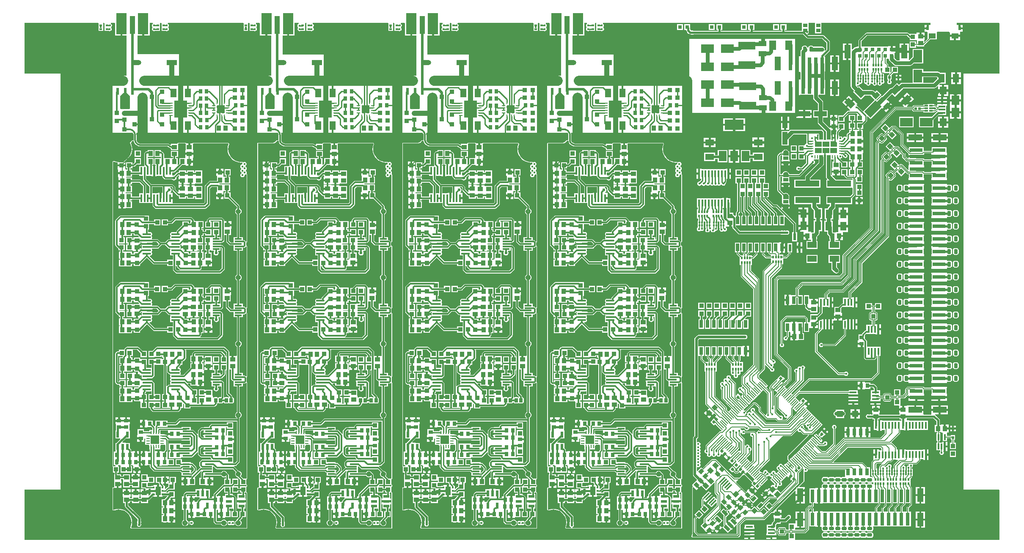
<source format=gtl>
G04*
G04 #@! TF.GenerationSoftware,Altium Limited,Altium Designer,19.1.5 (86)*
G04*
G04 Layer_Physical_Order=1*
G04 Layer_Color=255*
%FSLAX25Y25*%
%MOIN*%
G70*
G01*
G75*
%ADD12C,0.00787*%
%ADD13C,0.01968*%
%ADD14C,0.01181*%
%ADD15C,0.00984*%
%ADD93R,0.01476X0.01476*%
%ADD94R,0.05236X0.04331*%
%ADD95C,0.03898*%
%ADD96R,0.02756X0.00984*%
%ADD97R,0.00984X0.02756*%
%ADD134C,0.07874*%
%ADD135C,0.03937*%
%ADD144C,0.00039*%
%ADD145C,0.00500*%
%ADD146R,0.03543X0.03937*%
%ADD147R,0.01575X0.04724*%
%ADD148R,0.03347X0.03347*%
%ADD149R,0.01968X0.01968*%
%ADD150R,0.04724X0.10630*%
%ADD151R,0.03150X0.09843*%
%ADD152P,0.03062X4X90.0*%
%ADD153R,0.03543X0.03543*%
G04:AMPARAMS|DCode=154|XSize=21.26mil|YSize=21.65mil|CornerRadius=0mil|HoleSize=0mil|Usage=FLASHONLY|Rotation=45.000|XOffset=0mil|YOffset=0mil|HoleType=Round|Shape=Rectangle|*
%AMROTATEDRECTD154*
4,1,4,0.00014,-0.01517,-0.01517,0.00014,-0.00014,0.01517,0.01517,-0.00014,0.00014,-0.01517,0.0*
%
%ADD154ROTATEDRECTD154*%

G04:AMPARAMS|DCode=155|XSize=37.4mil|YSize=29.53mil|CornerRadius=7.38mil|HoleSize=0mil|Usage=FLASHONLY|Rotation=0.000|XOffset=0mil|YOffset=0mil|HoleType=Round|Shape=RoundedRectangle|*
%AMROUNDEDRECTD155*
21,1,0.03740,0.01476,0,0,0.0*
21,1,0.02264,0.02953,0,0,0.0*
1,1,0.01476,0.01132,-0.00738*
1,1,0.01476,-0.01132,-0.00738*
1,1,0.01476,-0.01132,0.00738*
1,1,0.01476,0.01132,0.00738*
%
%ADD155ROUNDEDRECTD155*%
%ADD156R,0.03937X0.03543*%
%ADD157R,0.05610X0.01772*%
%ADD158R,0.03347X0.03347*%
%ADD159R,0.09843X0.03150*%
%ADD160R,0.01968X0.01968*%
%ADD161R,0.03543X0.03543*%
%ADD162P,0.05011X4X180.0*%
%ADD163R,0.02362X0.03150*%
%ADD164R,0.05709X0.04134*%
%ADD165R,0.02165X0.02126*%
%ADD166R,0.01772X0.02413*%
%ADD167R,0.01378X0.02413*%
%ADD168R,0.01181X0.01496*%
%ADD169R,0.01181X0.03937*%
%ADD170R,0.02165X0.05709*%
%ADD171R,0.02165X0.05709*%
%ADD172R,0.01968X0.01575*%
%ADD173R,0.02559X0.06004*%
%ADD174R,0.01772X0.05807*%
%ADD175R,0.02953X0.05709*%
%ADD176R,0.03150X0.03543*%
%ADD177R,0.01772X0.05610*%
%ADD178R,0.05118X0.07087*%
%ADD179R,0.03937X0.01968*%
%ADD180R,0.03937X0.02953*%
%ADD181R,0.09843X0.03937*%
%ADD182R,0.03937X0.09843*%
%ADD183R,0.03150X0.03150*%
%ADD184R,0.07874X0.16535*%
%ADD185R,0.03937X0.14173*%
%ADD186R,0.07874X0.03937*%
%ADD187O,0.07874X0.03937*%
%ADD188R,0.03543X0.03150*%
%ADD189R,0.03150X0.03150*%
%ADD190R,0.03150X0.09843*%
%ADD191R,0.04724X0.10630*%
%ADD192R,0.10630X0.04724*%
G04:AMPARAMS|DCode=193|XSize=37.4mil|YSize=29.53mil|CornerRadius=7.38mil|HoleSize=0mil|Usage=FLASHONLY|Rotation=270.000|XOffset=0mil|YOffset=0mil|HoleType=Round|Shape=RoundedRectangle|*
%AMROUNDEDRECTD193*
21,1,0.03740,0.01476,0,0,270.0*
21,1,0.02264,0.02953,0,0,270.0*
1,1,0.01476,-0.00738,-0.01132*
1,1,0.01476,-0.00738,0.01132*
1,1,0.01476,0.00738,0.01132*
1,1,0.01476,0.00738,-0.01132*
%
%ADD193ROUNDEDRECTD193*%
%ADD194R,0.13780X0.06299*%
%ADD195R,0.05315X0.01575*%
%ADD196R,0.05512X0.06299*%
%ADD197R,0.06299X0.07480*%
G04:AMPARAMS|DCode=198|XSize=39.37mil|YSize=35.43mil|CornerRadius=0mil|HoleSize=0mil|Usage=FLASHONLY|Rotation=225.000|XOffset=0mil|YOffset=0mil|HoleType=Round|Shape=Rectangle|*
%AMROTATEDRECTD198*
4,1,4,0.00139,0.02645,0.02645,0.00139,-0.00139,-0.02645,-0.02645,-0.00139,0.00139,0.02645,0.0*
%
%ADD198ROTATEDRECTD198*%

%ADD199P,0.04733X4X270.0*%
G04:AMPARAMS|DCode=200|XSize=35.43mil|YSize=31.5mil|CornerRadius=0mil|HoleSize=0mil|Usage=FLASHONLY|Rotation=315.000|XOffset=0mil|YOffset=0mil|HoleType=Round|Shape=Rectangle|*
%AMROTATEDRECTD200*
4,1,4,-0.02366,0.00139,-0.00139,0.02366,0.02366,-0.00139,0.00139,-0.02366,-0.02366,0.00139,0.0*
%
%ADD200ROTATEDRECTD200*%

G04:AMPARAMS|DCode=201|XSize=35.43mil|YSize=31.5mil|CornerRadius=0mil|HoleSize=0mil|Usage=FLASHONLY|Rotation=45.000|XOffset=0mil|YOffset=0mil|HoleType=Round|Shape=Rectangle|*
%AMROTATEDRECTD201*
4,1,4,-0.00139,-0.02366,-0.02366,-0.00139,0.00139,0.02366,0.02366,0.00139,-0.00139,-0.02366,0.0*
%
%ADD201ROTATEDRECTD201*%

G04:AMPARAMS|DCode=202|XSize=58.07mil|YSize=7.87mil|CornerRadius=0mil|HoleSize=0mil|Usage=FLASHONLY|Rotation=45.000|XOffset=0mil|YOffset=0mil|HoleType=Round|Shape=Rectangle|*
%AMROTATEDRECTD202*
4,1,4,-0.01775,-0.02332,-0.02332,-0.01775,0.01775,0.02332,0.02332,0.01775,-0.01775,-0.02332,0.0*
%
%ADD202ROTATEDRECTD202*%

G04:AMPARAMS|DCode=203|XSize=58.07mil|YSize=7.87mil|CornerRadius=0mil|HoleSize=0mil|Usage=FLASHONLY|Rotation=135.000|XOffset=0mil|YOffset=0mil|HoleType=Round|Shape=Rectangle|*
%AMROTATEDRECTD203*
4,1,4,0.02332,-0.01775,0.01775,-0.02332,-0.02332,0.01775,-0.01775,0.02332,0.02332,-0.01775,0.0*
%
%ADD203ROTATEDRECTD203*%

G04:AMPARAMS|DCode=204|XSize=21.26mil|YSize=21.65mil|CornerRadius=0mil|HoleSize=0mil|Usage=FLASHONLY|Rotation=315.000|XOffset=0mil|YOffset=0mil|HoleType=Round|Shape=Rectangle|*
%AMROTATEDRECTD204*
4,1,4,-0.01517,-0.00014,0.00014,0.01517,0.01517,0.00014,-0.00014,-0.01517,-0.01517,-0.00014,0.0*
%
%ADD204ROTATEDRECTD204*%

G04:AMPARAMS|DCode=205|XSize=57.09mil|YSize=11.81mil|CornerRadius=0mil|HoleSize=0mil|Usage=FLASHONLY|Rotation=45.000|XOffset=0mil|YOffset=0mil|HoleType=Round|Shape=Rectangle|*
%AMROTATEDRECTD205*
4,1,4,-0.01601,-0.02436,-0.02436,-0.01601,0.01601,0.02436,0.02436,0.01601,-0.01601,-0.02436,0.0*
%
%ADD205ROTATEDRECTD205*%

G04:AMPARAMS|DCode=206|XSize=39.37mil|YSize=35.43mil|CornerRadius=0mil|HoleSize=0mil|Usage=FLASHONLY|Rotation=135.000|XOffset=0mil|YOffset=0mil|HoleType=Round|Shape=Rectangle|*
%AMROTATEDRECTD206*
4,1,4,0.02645,-0.00139,0.00139,-0.02645,-0.02645,0.00139,-0.00139,0.02645,0.02645,-0.00139,0.0*
%
%ADD206ROTATEDRECTD206*%

G04:AMPARAMS|DCode=207|XSize=47.24mil|YSize=23.62mil|CornerRadius=0mil|HoleSize=0mil|Usage=FLASHONLY|Rotation=135.000|XOffset=0mil|YOffset=0mil|HoleType=Round|Shape=Rectangle|*
%AMROTATEDRECTD207*
4,1,4,0.02506,-0.00835,0.00835,-0.02506,-0.02506,0.00835,-0.00835,0.02506,0.02506,-0.00835,0.0*
%
%ADD207ROTATEDRECTD207*%

%ADD208P,0.04733X4X360.0*%
%ADD209R,0.18898X0.04724*%
%ADD210R,0.07284X0.04724*%
%ADD211R,0.09843X0.06693*%
%ADD212R,0.03150X0.01181*%
%ADD213R,0.05906X0.07874*%
%ADD214R,0.14961X0.07874*%
%ADD215R,0.07087X0.05118*%
G04:AMPARAMS|DCode=216|XSize=123.03mil|YSize=68.23mil|CornerRadius=0mil|HoleSize=0mil|Usage=FLASHONLY|Rotation=225.000|XOffset=0mil|YOffset=0mil|HoleType=Round|Shape=Rectangle|*
%AMROTATEDRECTD216*
4,1,4,0.01938,0.06762,0.06762,0.01938,-0.01938,-0.06762,-0.06762,-0.01938,0.01938,0.06762,0.0*
%
%ADD216ROTATEDRECTD216*%

G04:AMPARAMS|DCode=217|XSize=35.43mil|YSize=51.18mil|CornerRadius=0mil|HoleSize=0mil|Usage=FLASHONLY|Rotation=315.000|XOffset=0mil|YOffset=0mil|HoleType=Round|Shape=Rectangle|*
%AMROTATEDRECTD217*
4,1,4,-0.03062,-0.00557,0.00557,0.03062,0.03062,0.00557,-0.00557,-0.03062,-0.03062,-0.00557,0.0*
%
%ADD217ROTATEDRECTD217*%

G04:AMPARAMS|DCode=218|XSize=35.43mil|YSize=181.1mil|CornerRadius=0mil|HoleSize=0mil|Usage=FLASHONLY|Rotation=315.000|XOffset=0mil|YOffset=0mil|HoleType=Round|Shape=Rectangle|*
%AMROTATEDRECTD218*
4,1,4,-0.07656,-0.05150,0.05150,0.07656,0.07656,0.05150,-0.05150,-0.07656,-0.07656,-0.05150,0.0*
%
%ADD218ROTATEDRECTD218*%

G04:AMPARAMS|DCode=219|XSize=70.87mil|YSize=51.18mil|CornerRadius=0mil|HoleSize=0mil|Usage=FLASHONLY|Rotation=135.000|XOffset=0mil|YOffset=0mil|HoleType=Round|Shape=Rectangle|*
%AMROTATEDRECTD219*
4,1,4,0.04315,-0.00696,0.00696,-0.04315,-0.04315,0.00696,-0.00696,0.04315,0.04315,-0.00696,0.0*
%
%ADD219ROTATEDRECTD219*%

G04:AMPARAMS|DCode=220|XSize=70.87mil|YSize=51.18mil|CornerRadius=0mil|HoleSize=0mil|Usage=FLASHONLY|Rotation=225.000|XOffset=0mil|YOffset=0mil|HoleType=Round|Shape=Rectangle|*
%AMROTATEDRECTD220*
4,1,4,0.00696,0.04315,0.04315,0.00696,-0.00696,-0.04315,-0.04315,-0.00696,0.00696,0.04315,0.0*
%
%ADD220ROTATEDRECTD220*%

%ADD221R,0.05709X0.07284*%
%ADD222R,0.06000X0.04000*%
%ADD223R,0.03740X0.02953*%
%ADD224R,0.06693X0.09843*%
G04:AMPARAMS|DCode=225|XSize=23.62mil|YSize=41.34mil|CornerRadius=0mil|HoleSize=0mil|Usage=FLASHONLY|Rotation=135.000|XOffset=0mil|YOffset=0mil|HoleType=Round|Shape=Rectangle|*
%AMROTATEDRECTD225*
4,1,4,0.02297,0.00626,-0.00626,-0.02297,-0.02297,-0.00626,0.00626,0.02297,0.02297,0.00626,0.0*
%
%ADD225ROTATEDRECTD225*%

%ADD226R,0.05118X0.04921*%
%ADD227R,0.02756X0.00984*%
%ADD228R,0.10433X0.13307*%
%ADD229R,0.06496X0.06496*%
%ADD230R,0.00984X0.02756*%
%ADD231R,0.02362X0.05512*%
%ADD232R,0.02362X0.03937*%
%ADD233R,0.04409X0.06772*%
%ADD234R,0.01772X0.01575*%
%ADD235R,0.01732X0.05984*%
%ADD236C,0.00787*%
%ADD237R,0.02362X0.04724*%
%ADD238O,0.06693X0.01575*%
%ADD239R,0.06693X0.01575*%
%ADD240R,0.05709X0.01181*%
%ADD241R,0.06890X0.06890*%
%ADD242R,0.04724X0.02362*%
G04:AMPARAMS|DCode=243|XSize=33.47mil|YSize=29.53mil|CornerRadius=7.38mil|HoleSize=0mil|Usage=FLASHONLY|Rotation=270.000|XOffset=0mil|YOffset=0mil|HoleType=Round|Shape=RoundedRectangle|*
%AMROUNDEDRECTD243*
21,1,0.03347,0.01476,0,0,270.0*
21,1,0.01870,0.02953,0,0,270.0*
1,1,0.01476,-0.00738,-0.00935*
1,1,0.01476,-0.00738,0.00935*
1,1,0.01476,0.00738,0.00935*
1,1,0.01476,0.00738,-0.00935*
%
%ADD243ROUNDEDRECTD243*%
%ADD244C,0.01575*%
%ADD245C,0.03150*%
%ADD246C,0.01772*%
%ADD247C,0.00945*%
%ADD248C,0.01378*%
%ADD249C,0.03248*%
%ADD250C,0.19685*%
%ADD251C,0.25591*%
%ADD252R,0.27559X0.27559*%
%ADD253R,0.06693X0.06693*%
%ADD254C,0.07677*%
%ADD255C,0.01772*%
%ADD256C,0.02362*%
%ADD257C,0.02756*%
%ADD258C,0.02953*%
G36*
X137264Y374863D02*
X137264Y335453D01*
X108917D01*
Y7500D01*
X136803D01*
X137262Y7000D01*
X137262Y-32267D01*
X-23434Y-32267D01*
X-23819Y-31988D01*
X-23819Y-31767D01*
Y-26954D01*
X-16015D01*
X-15722Y-26895D01*
X-15474Y-26730D01*
X-13162Y-24418D01*
X-12996Y-24170D01*
X-12938Y-23877D01*
Y-8606D01*
X-12270Y-7938D01*
X-10947D01*
X-10765Y-8120D01*
Y-10138D01*
X-12362D01*
Y-21555D01*
X-7756D01*
Y-21949D01*
X-5787D01*
Y-15846D01*
Y-9744D01*
X-7756D01*
Y-10138D01*
X-9235D01*
Y-7803D01*
X-9294Y-7510D01*
X-9459Y-7262D01*
X-10048Y-6673D01*
X-9459Y-6084D01*
X-9294Y-5836D01*
X-9235Y-5543D01*
X-9235Y-5543D01*
Y-3209D01*
X-7756D01*
Y-3602D01*
X-5787D01*
Y2500D01*
Y8602D01*
X-7756D01*
Y8209D01*
X-12362D01*
Y-3209D01*
X-10765D01*
Y-5227D01*
X-10947Y-5409D01*
X-13001D01*
X-13294Y-5467D01*
X-13542Y-5632D01*
X-15244Y-7334D01*
X-15409Y-7582D01*
X-15467Y-7875D01*
Y-23146D01*
X-16746Y-24424D01*
X-23819D01*
Y-22929D01*
X-23366Y-22815D01*
X-23319Y-22815D01*
X-20610D01*
Y-17106D01*
X-23366D01*
Y-19276D01*
X-23819Y-19390D01*
X-23866Y-19390D01*
X-28937D01*
Y-24424D01*
X-30966D01*
Y-23607D01*
X-31024Y-23314D01*
X-31190Y-23066D01*
X-31299Y-22956D01*
Y-22736D01*
X-31519D01*
X-31629Y-22627D01*
X-31877Y-22461D01*
X-32170Y-22403D01*
X-36334D01*
X-36627Y-22461D01*
X-36875Y-22627D01*
X-36985Y-22736D01*
X-37205D01*
Y-22956D01*
X-37314Y-23066D01*
X-37480Y-23314D01*
X-37538Y-23607D01*
Y-24424D01*
X-38880D01*
Y-20177D01*
X-38880Y-20177D01*
X-38880D01*
X-38558Y-19832D01*
X-38214Y-19488D01*
X-35039D01*
Y-18442D01*
X-31398D01*
X-31398Y-18442D01*
X-30819Y-18327D01*
X-30327Y-17999D01*
X-28198Y-15870D01*
X-28087Y-15848D01*
X-27534Y-15478D01*
X-27164Y-14924D01*
X-27034Y-14272D01*
X-27164Y-13619D01*
X-27534Y-13065D01*
X-28087Y-12696D01*
X-28740Y-12566D01*
X-29393Y-12696D01*
X-29947Y-13065D01*
X-30316Y-13619D01*
X-30338Y-13730D01*
X-32024Y-15416D01*
X-35039D01*
Y-14567D01*
X-34646D01*
Y-12402D01*
X-40945D01*
Y-14567D01*
X-40551D01*
Y-17545D01*
X-41722Y-18715D01*
X-42050Y-19206D01*
X-42165Y-19785D01*
X-42459Y-20177D01*
X-46065D01*
Y-23524D01*
Y-27461D01*
X-46459D01*
Y-28740D01*
X-38486D01*
Y-27461D01*
X-38880D01*
Y-26954D01*
X-37538D01*
Y-27771D01*
X-37480Y-28064D01*
X-37314Y-28312D01*
X-37205Y-28422D01*
Y-28642D01*
X-36985D01*
X-36875Y-28751D01*
X-36627Y-28917D01*
X-36334Y-28975D01*
X-32170D01*
X-31877Y-28917D01*
X-31629Y-28751D01*
X-31519Y-28642D01*
X-31299D01*
Y-28422D01*
X-31190Y-28312D01*
X-31024Y-28064D01*
X-30966Y-27771D01*
Y-26954D01*
X-28937D01*
Y-31767D01*
X-29322Y-32267D01*
X-630945Y-32266D01*
X-630945Y7500D01*
X-602598D01*
Y335453D01*
X-630945D01*
X-630945Y375214D01*
X-572743Y375214D01*
X-572480Y374714D01*
Y371673D01*
Y368917D01*
X-568937D01*
Y371673D01*
Y374714D01*
X-568937Y374823D01*
X-568674Y375214D01*
X-568018Y375214D01*
X-567756Y374714D01*
Y371673D01*
Y368917D01*
X-564375D01*
X-564373Y368916D01*
X-563721Y368786D01*
X-563068Y368916D01*
X-562514Y369286D01*
X-562144Y369839D01*
X-562014Y370492D01*
X-562144Y371145D01*
X-562364Y371475D01*
X-562416Y372042D01*
X-562046Y372595D01*
X-561916Y373248D01*
X-562046Y373901D01*
X-562416Y374454D01*
X-562804Y374714D01*
X-562653Y375214D01*
X-561161D01*
X-559940Y375214D01*
X-559587Y374861D01*
Y365374D01*
X-555256D01*
Y374823D01*
X-553681D01*
Y365374D01*
X-550531D01*
Y333681D01*
X-556437D01*
Y326004D01*
X-562343D01*
Y288602D01*
X-545434D01*
X-545346Y288488D01*
X-544976Y287593D01*
X-544850Y286641D01*
X-544852Y286631D01*
Y283560D01*
X-544875Y283088D01*
X-545108Y282822D01*
X-545782D01*
X-545817Y282808D01*
X-545853Y282818D01*
X-546004Y282730D01*
X-546165Y282664D01*
X-546179Y282629D01*
X-546212Y282610D01*
X-546769Y281884D01*
X-547578Y281263D01*
X-547669Y281107D01*
X-547775Y280960D01*
X-547770Y280931D01*
X-547785Y280905D01*
X-547738Y280730D01*
X-547710Y280551D01*
X-547617Y280399D01*
X-547009Y278932D01*
X-546638Y277388D01*
X-546514Y275805D01*
X-546638Y274222D01*
X-547009Y272677D01*
X-547617Y271210D01*
X-548072Y270468D01*
X-551297Y267243D01*
X-551978Y266825D01*
X-552041Y266740D01*
X-552131Y266685D01*
X-552157Y266579D01*
X-552222Y266490D01*
X-552205Y266386D01*
X-552222Y266318D01*
X-552748Y265792D01*
X-552807Y265753D01*
X-553089Y265470D01*
X-556886D01*
X-556911Y265548D01*
X-556931Y265558D01*
X-556940Y265579D01*
X-557113Y265651D01*
X-557280Y265736D01*
X-558217Y265809D01*
X-559761Y266180D01*
X-560492Y266483D01*
X-560548D01*
X-560594Y266514D01*
X-560749Y266483D01*
X-560907D01*
X-560946Y266444D01*
X-561000Y266433D01*
X-561416Y266155D01*
X-561447Y266109D01*
X-561498Y266088D01*
X-561558Y265942D01*
X-561646Y265811D01*
X-561635Y265756D01*
X-561656Y265705D01*
Y25706D01*
X-561498Y25324D01*
X-561260Y25225D01*
Y20785D01*
X-559911D01*
Y19407D01*
X-560276D01*
Y14592D01*
X-560276Y14289D01*
X-560276D01*
Y14092D01*
X-560276D01*
Y9140D01*
X-560472Y9121D01*
X-560669D01*
X-560729Y9097D01*
X-560764Y9093D01*
X-560821Y9100D01*
X-561267Y8969D01*
X-561373Y8884D01*
X-561498Y8832D01*
X-561528Y8759D01*
X-561590Y8710D01*
X-561605Y8575D01*
X-561656Y8450D01*
Y-8347D01*
X-561635Y-8398D01*
X-561646Y-8452D01*
X-561558Y-8583D01*
X-561498Y-8729D01*
X-561447Y-8750D01*
X-561416Y-8796D01*
X-561000Y-9074D01*
X-560946Y-9085D01*
X-560907Y-9124D01*
X-560749D01*
X-560594Y-9155D01*
X-560548Y-9124D01*
X-560492D01*
X-559860Y-8862D01*
X-558315Y-8491D01*
X-556732Y-8367D01*
X-555149Y-8491D01*
X-553605Y-8862D01*
X-552138Y-9470D01*
X-550784Y-10300D01*
X-549576Y-11331D01*
X-548545Y-12538D01*
X-547715Y-13892D01*
X-547108Y-15360D01*
X-546737Y-16904D01*
X-546612Y-18487D01*
X-546737Y-20070D01*
X-547108Y-21614D01*
X-547370Y-22247D01*
Y-22302D01*
X-547401Y-22348D01*
X-547370Y-22503D01*
Y-22661D01*
X-547331Y-22700D01*
X-547320Y-22755D01*
X-547042Y-23170D01*
X-546996Y-23201D01*
X-546975Y-23252D01*
X-546829Y-23313D01*
X-546698Y-23401D01*
X-546643Y-23390D01*
X-546592Y-23411D01*
X-455893D01*
X-455510Y-23252D01*
X-455351Y-22870D01*
Y-2640D01*
X-455351Y-2640D01*
Y-1065D01*
X-455351Y-1065D01*
Y4542D01*
X-455409Y4681D01*
X-455434Y4829D01*
X-455683Y5226D01*
X-455735Y5263D01*
X-455759Y5321D01*
X-455898Y5379D01*
X-456021Y5466D01*
X-456142Y5953D01*
Y8845D01*
X-456021Y9332D01*
X-455898Y9419D01*
X-455759Y9477D01*
X-455735Y9535D01*
X-455683Y9572D01*
X-455434Y9969D01*
X-455409Y10117D01*
X-455351Y10257D01*
Y10644D01*
X-455409Y10783D01*
X-455434Y10932D01*
X-455683Y11329D01*
X-455735Y11365D01*
X-455759Y11423D01*
X-455898Y11481D01*
X-456021Y11568D01*
X-456142Y12055D01*
Y14948D01*
X-456021Y15435D01*
X-455898Y15522D01*
X-455759Y15579D01*
X-455735Y15638D01*
X-455683Y15674D01*
X-455434Y16071D01*
X-455409Y16220D01*
X-455351Y16359D01*
Y91491D01*
X-455393Y91590D01*
Y91698D01*
X-455469Y91774D01*
X-455510Y91873D01*
X-455548Y91889D01*
X-455724Y92119D01*
X-455809Y92398D01*
X-455803Y92407D01*
X-455719Y92832D01*
Y95391D01*
X-455803Y95817D01*
X-455809Y95825D01*
X-455724Y96105D01*
X-455548Y96334D01*
X-455510Y96350D01*
X-455469Y96450D01*
X-455393Y96526D01*
Y96633D01*
X-455351Y96733D01*
Y146220D01*
X-455393Y146319D01*
Y146427D01*
X-455469Y146503D01*
X-455510Y146603D01*
X-455609Y146644D01*
X-455686Y146720D01*
X-455972Y146839D01*
X-456002Y146937D01*
X-455918Y147362D01*
Y149719D01*
X-456002Y150144D01*
X-455972Y150243D01*
X-455686Y150362D01*
X-455609Y150438D01*
X-455510Y150479D01*
X-455469Y150578D01*
X-455393Y150654D01*
Y150762D01*
X-455351Y150862D01*
Y174509D01*
Y199005D01*
X-455402Y199128D01*
X-455415Y199260D01*
X-455479Y199312D01*
X-455510Y199388D01*
X-455633Y199439D01*
X-455735Y199523D01*
X-456224Y199671D01*
X-456213Y199725D01*
X-456213Y199725D01*
Y202278D01*
X-456213Y202278D01*
X-456224Y202331D01*
X-455735Y202479D01*
X-455633Y202564D01*
X-455510Y202615D01*
X-455479Y202690D01*
X-455415Y202742D01*
X-455402Y202874D01*
X-455351Y202997D01*
Y255649D01*
X-455389Y255739D01*
X-455385Y255837D01*
X-455465Y255923D01*
X-455510Y256032D01*
X-455574Y256058D01*
X-455613Y256084D01*
X-455666Y256141D01*
X-455739Y256174D01*
X-455845Y256552D01*
X-455715Y257205D01*
X-455845Y257858D01*
X-456215Y258411D01*
X-456464Y258577D01*
Y259179D01*
X-456215Y259345D01*
X-455845Y259898D01*
X-455715Y260551D01*
X-455845Y261204D01*
X-456215Y261757D01*
X-456636Y262039D01*
X-456698Y262476D01*
X-456670Y262617D01*
X-456412Y262790D01*
X-456042Y263343D01*
X-455912Y263996D01*
X-456042Y264649D01*
X-456412Y265202D01*
X-456965Y265572D01*
X-457618Y265702D01*
X-458271Y265572D01*
X-458545Y265389D01*
X-458580Y265397D01*
X-459070Y265621D01*
X-459187Y265659D01*
X-459285Y265733D01*
X-459376Y265720D01*
X-459464Y265749D01*
X-460276Y265685D01*
X-461859Y265809D01*
X-463403Y266180D01*
X-464870Y266788D01*
X-466224Y267618D01*
X-467431Y268649D01*
X-468463Y269856D01*
X-469292Y271210D01*
X-469900Y272677D01*
X-470271Y274221D01*
X-470396Y275805D01*
X-470271Y277388D01*
X-469900Y278932D01*
X-469638Y279565D01*
Y279620D01*
X-469607Y279666D01*
X-469638Y279821D01*
Y279979D01*
X-469677Y280018D01*
X-469688Y280072D01*
X-469966Y280488D01*
X-470012Y280519D01*
X-470033Y280570D01*
X-470179Y280631D01*
X-470310Y280718D01*
X-470365Y280708D01*
X-470416Y280729D01*
X-497830D01*
X-497915Y280694D01*
X-498006Y280699D01*
X-498444Y280549D01*
X-498536Y280467D01*
X-498624Y280431D01*
X-500236D01*
Y277478D01*
X-501811D01*
Y280431D01*
X-503423D01*
X-503511Y280467D01*
X-503603Y280549D01*
X-504041Y280699D01*
X-504132Y280694D01*
X-504217Y280729D01*
X-509543D01*
X-509627Y280694D01*
X-509719Y280699D01*
X-510156Y280549D01*
X-510249Y280467D01*
X-510363Y280420D01*
X-510398Y280335D01*
X-510467Y280274D01*
X-510474Y280151D01*
X-510522Y280037D01*
X-515492D01*
Y279350D01*
X-515636Y279254D01*
X-515992Y279151D01*
X-516675Y279675D01*
X-517576Y280048D01*
X-518543Y280175D01*
Y280165D01*
X-539705D01*
Y280168D01*
X-540460Y280268D01*
X-541165Y280559D01*
X-541769Y281023D01*
X-542233Y281628D01*
X-542525Y282332D01*
X-542625Y283088D01*
X-542628D01*
Y286631D01*
X-542621D01*
X-542735Y287791D01*
X-542860Y288201D01*
X-542562Y288602D01*
X-431261D01*
X-431173Y288488D01*
X-430802Y287593D01*
X-430677Y286641D01*
X-430679Y286631D01*
Y283560D01*
X-430702Y283088D01*
X-430935Y282822D01*
X-431905D01*
X-431939Y282807D01*
X-431975Y282817D01*
X-432126Y282730D01*
X-432287Y282663D01*
X-432302Y282629D01*
X-432334Y282610D01*
X-432891Y281884D01*
X-433705Y281260D01*
X-434652Y280867D01*
X-435705Y280729D01*
X-446942D01*
X-447325Y280570D01*
X-447483Y280188D01*
Y174509D01*
Y25706D01*
X-447325Y25324D01*
X-447087Y25225D01*
Y20785D01*
X-445738D01*
Y19407D01*
X-446102D01*
Y14592D01*
X-446102Y14289D01*
X-446102D01*
Y14092D01*
X-446102D01*
Y9140D01*
X-446299Y9121D01*
X-446496D01*
X-446555Y9097D01*
X-446591Y9093D01*
X-446648Y9100D01*
X-447094Y8969D01*
X-447199Y8884D01*
X-447325Y8832D01*
X-447355Y8759D01*
X-447417Y8710D01*
X-447431Y8575D01*
X-447483Y8450D01*
Y-8347D01*
X-447462Y-8398D01*
X-447473Y-8452D01*
X-447385Y-8583D01*
X-447325Y-8729D01*
X-447273Y-8750D01*
X-447243Y-8796D01*
X-446827Y-9074D01*
X-446772Y-9085D01*
X-446733Y-9124D01*
X-446575D01*
X-446421Y-9155D01*
X-446375Y-9124D01*
X-446319D01*
X-445686Y-8862D01*
X-444142Y-8491D01*
X-442559Y-8367D01*
X-440976Y-8491D01*
X-439432Y-8862D01*
X-437965Y-9470D01*
X-436611Y-10300D01*
X-435403Y-11331D01*
X-434372Y-12538D01*
X-433542Y-13892D01*
X-432934Y-15360D01*
X-432564Y-16904D01*
X-432439Y-18487D01*
X-432564Y-20070D01*
X-432934Y-21614D01*
X-433197Y-22247D01*
Y-22302D01*
X-433227Y-22348D01*
X-433197Y-22503D01*
Y-22661D01*
X-433157Y-22700D01*
X-433146Y-22755D01*
X-432869Y-23170D01*
X-432823Y-23201D01*
X-432801Y-23252D01*
X-432656Y-23313D01*
X-432524Y-23401D01*
X-432470Y-23390D01*
X-432419Y-23411D01*
X-341719D01*
X-341337Y-23252D01*
X-341178Y-22870D01*
Y4542D01*
X-341236Y4681D01*
X-341261Y4829D01*
X-341510Y5226D01*
X-341562Y5263D01*
X-341586Y5321D01*
X-341725Y5379D01*
X-341848Y5466D01*
X-341968Y5953D01*
Y8845D01*
X-341848Y9332D01*
X-341725Y9419D01*
X-341586Y9477D01*
X-341562Y9535D01*
X-341510Y9572D01*
X-341261Y9969D01*
X-341236Y10117D01*
X-341178Y10257D01*
Y10644D01*
X-341236Y10783D01*
X-341261Y10932D01*
X-341510Y11329D01*
X-341562Y11365D01*
X-341586Y11423D01*
X-341725Y11481D01*
X-341848Y11568D01*
X-341968Y12055D01*
Y14948D01*
X-341848Y15435D01*
X-341725Y15522D01*
X-341586Y15579D01*
X-341562Y15638D01*
X-341510Y15674D01*
X-341261Y16071D01*
X-341236Y16220D01*
X-341178Y16359D01*
Y91491D01*
X-341219Y91590D01*
Y91698D01*
X-341296Y91774D01*
X-341337Y91873D01*
X-341375Y91889D01*
X-341551Y92119D01*
X-341636Y92398D01*
X-341630Y92407D01*
X-341546Y92832D01*
Y95391D01*
X-341630Y95817D01*
X-341636Y95825D01*
X-341551Y96105D01*
X-341375Y96334D01*
X-341337Y96350D01*
X-341296Y96450D01*
X-341219Y96526D01*
Y96633D01*
X-341178Y96733D01*
Y146220D01*
X-341219Y146319D01*
Y146427D01*
X-341296Y146503D01*
X-341337Y146602D01*
X-341436Y146644D01*
X-341512Y146720D01*
X-341799Y146839D01*
X-341829Y146937D01*
X-341744Y147362D01*
Y149719D01*
X-341829Y150144D01*
X-341799Y150243D01*
X-341512Y150362D01*
X-341436Y150438D01*
X-341337Y150479D01*
X-341296Y150578D01*
X-341219Y150654D01*
Y150762D01*
X-341178Y150862D01*
Y174509D01*
Y199005D01*
X-341229Y199128D01*
X-341242Y199260D01*
X-341305Y199312D01*
X-341337Y199388D01*
X-341459Y199439D01*
X-341562Y199523D01*
X-342050Y199671D01*
X-342040Y199725D01*
X-342040Y199725D01*
Y202278D01*
X-342040Y202278D01*
X-342050Y202331D01*
X-341562Y202479D01*
X-341459Y202564D01*
X-341337Y202615D01*
X-341305Y202690D01*
X-341242Y202742D01*
X-341229Y202874D01*
X-341178Y202997D01*
Y255481D01*
X-341210Y255557D01*
X-341201Y255638D01*
X-341286Y255741D01*
X-341337Y255864D01*
X-341525Y256202D01*
X-341575Y256402D01*
X-341475Y256552D01*
X-341345Y257205D01*
X-341475Y257858D01*
X-341845Y258411D01*
X-342094Y258577D01*
Y259179D01*
X-341845Y259345D01*
X-341475Y259898D01*
X-341345Y260551D01*
X-341475Y261204D01*
X-341845Y261757D01*
X-342266Y262039D01*
X-342328Y262476D01*
X-342300Y262617D01*
X-342042Y262790D01*
X-341672Y263343D01*
X-341542Y263996D01*
X-341672Y264649D01*
X-342042Y265202D01*
X-342595Y265572D01*
X-343248Y265702D01*
X-343901Y265572D01*
X-344154Y265403D01*
X-344298Y265436D01*
X-344689Y265637D01*
X-344806Y265675D01*
X-344904Y265749D01*
X-344995Y265736D01*
X-345083Y265765D01*
X-346102Y265685D01*
X-347685Y265809D01*
X-349230Y266180D01*
X-350697Y266788D01*
X-352051Y267618D01*
X-353258Y268649D01*
X-354290Y269856D01*
X-355119Y271210D01*
X-355727Y272677D01*
X-356098Y274221D01*
X-356222Y275805D01*
X-356098Y277388D01*
X-355727Y278932D01*
X-355465Y279565D01*
Y279620D01*
X-355434Y279666D01*
X-355465Y279821D01*
Y279979D01*
X-355504Y280018D01*
X-355515Y280072D01*
X-355793Y280488D01*
X-355839Y280519D01*
X-355860Y280570D01*
X-356006Y280631D01*
X-356137Y280718D01*
X-356191Y280708D01*
X-356243Y280729D01*
X-383657D01*
X-383742Y280694D01*
X-383833Y280699D01*
X-384271Y280549D01*
X-384363Y280467D01*
X-384451Y280431D01*
X-386063D01*
Y277478D01*
X-387638D01*
Y280431D01*
X-389250D01*
X-389338Y280467D01*
X-389430Y280549D01*
X-389868Y280699D01*
X-389959Y280694D01*
X-390044Y280729D01*
X-395370D01*
X-395454Y280694D01*
X-395546Y280699D01*
X-395983Y280549D01*
X-396076Y280467D01*
X-396190Y280420D01*
X-396225Y280335D01*
X-396293Y280274D01*
X-396301Y280151D01*
X-396348Y280037D01*
X-401319D01*
Y279350D01*
X-401463Y279254D01*
X-401819Y279151D01*
X-402502Y279675D01*
X-403403Y280048D01*
X-404370Y280175D01*
Y280165D01*
X-425531D01*
Y280168D01*
X-426287Y280268D01*
X-426991Y280559D01*
X-427596Y281023D01*
X-428060Y281628D01*
X-428352Y282332D01*
X-428451Y283088D01*
X-428455D01*
Y286631D01*
X-428448D01*
X-428562Y287791D01*
X-428686Y288201D01*
X-428389Y288602D01*
X-317088D01*
X-317000Y288488D01*
X-316629Y287593D01*
X-316504Y286641D01*
X-316506Y286631D01*
Y283321D01*
X-316895Y282821D01*
X-317732Y282821D01*
X-317766Y282807D01*
X-317802Y282817D01*
X-317953Y282729D01*
X-318114Y282663D01*
X-318129Y282628D01*
X-318161Y282609D01*
X-318718Y281884D01*
X-319531Y281260D01*
X-320479Y280867D01*
X-321532Y280729D01*
X-332769D01*
X-333152Y280570D01*
X-333310Y280188D01*
Y174509D01*
Y25706D01*
X-333152Y25324D01*
X-332913Y25225D01*
Y20785D01*
X-331565D01*
Y19407D01*
X-331929D01*
Y14592D01*
X-331929Y14289D01*
X-331929D01*
Y14092D01*
X-331929D01*
Y9140D01*
X-332127Y9121D01*
X-332323D01*
X-332382Y9097D01*
X-332417Y9093D01*
X-332475Y9100D01*
X-332921Y8969D01*
X-333026Y8884D01*
X-333152Y8833D01*
X-333182Y8759D01*
X-333243Y8710D01*
X-333258Y8575D01*
X-333310Y8450D01*
Y-8347D01*
X-333289Y-8398D01*
X-333300Y-8452D01*
X-333212Y-8583D01*
X-333152Y-8729D01*
X-333100Y-8750D01*
X-333069Y-8796D01*
X-332654Y-9074D01*
X-332599Y-9085D01*
X-332560Y-9124D01*
X-332402D01*
X-332247Y-9155D01*
X-332201Y-9124D01*
X-332146D01*
X-331513Y-8862D01*
X-329969Y-8491D01*
X-328386Y-8367D01*
X-326803Y-8491D01*
X-325259Y-8862D01*
X-323792Y-9470D01*
X-322437Y-10300D01*
X-321230Y-11331D01*
X-320199Y-12538D01*
X-319369Y-13892D01*
X-318761Y-15360D01*
X-318390Y-16904D01*
X-318266Y-18487D01*
X-318390Y-20070D01*
X-318761Y-21614D01*
X-319023Y-22247D01*
Y-22302D01*
X-319054Y-22348D01*
X-319023Y-22503D01*
Y-22661D01*
X-318984Y-22700D01*
X-318973Y-22755D01*
X-318695Y-23170D01*
X-318649Y-23201D01*
X-318628Y-23252D01*
X-318482Y-23313D01*
X-318351Y-23401D01*
X-318297Y-23390D01*
X-318246Y-23411D01*
X-227546D01*
X-227164Y-23252D01*
X-227005Y-22870D01*
Y4542D01*
X-227063Y4681D01*
X-227088Y4829D01*
X-227337Y5226D01*
X-227388Y5263D01*
X-227413Y5321D01*
X-227552Y5379D01*
X-227675Y5466D01*
X-227795Y5953D01*
Y8845D01*
X-227675Y9332D01*
X-227552Y9419D01*
X-227413Y9477D01*
X-227388Y9535D01*
X-227337Y9572D01*
X-227088Y9969D01*
X-227063Y10117D01*
X-227005Y10257D01*
Y10644D01*
X-227063Y10783D01*
X-227088Y10932D01*
X-227337Y11329D01*
X-227388Y11365D01*
X-227413Y11423D01*
X-227552Y11481D01*
X-227675Y11568D01*
X-227795Y12055D01*
Y14948D01*
X-227675Y15435D01*
X-227552Y15522D01*
X-227413Y15579D01*
X-227388Y15638D01*
X-227337Y15674D01*
X-227088Y16071D01*
X-227063Y16220D01*
X-227005Y16359D01*
Y91491D01*
X-227046Y91590D01*
Y91698D01*
X-227122Y91774D01*
X-227164Y91873D01*
X-227201Y91889D01*
X-227378Y92119D01*
X-227463Y92398D01*
X-227457Y92407D01*
X-227372Y92832D01*
Y95391D01*
X-227457Y95817D01*
X-227463Y95825D01*
X-227378Y96105D01*
X-227201Y96334D01*
X-227164Y96350D01*
X-227122Y96450D01*
X-227046Y96526D01*
Y96633D01*
X-227005Y96733D01*
Y146220D01*
X-227046Y146319D01*
Y146427D01*
X-227122Y146503D01*
X-227164Y146602D01*
X-227263Y146644D01*
X-227339Y146720D01*
X-227626Y146839D01*
X-227656Y146937D01*
X-227571Y147362D01*
Y149719D01*
X-227656Y150144D01*
X-227626Y150243D01*
X-227339Y150362D01*
X-227263Y150438D01*
X-227164Y150479D01*
X-227122Y150578D01*
X-227046Y150654D01*
Y150762D01*
X-227005Y150862D01*
Y174509D01*
Y199005D01*
X-227056Y199128D01*
X-227069Y199260D01*
X-227132Y199312D01*
X-227164Y199388D01*
X-227286Y199439D01*
X-227389Y199523D01*
X-227877Y199671D01*
X-227867Y199725D01*
X-227867Y199725D01*
Y202278D01*
X-227867Y202278D01*
X-227877Y202331D01*
X-227389Y202479D01*
X-227286Y202564D01*
X-227164Y202615D01*
X-227132Y202690D01*
X-227069Y202742D01*
X-227056Y202874D01*
X-227005Y202997D01*
Y255649D01*
X-227042Y255739D01*
X-227038Y255837D01*
X-227118Y255923D01*
X-227164Y256032D01*
X-227227Y256058D01*
X-227267Y256084D01*
X-227320Y256141D01*
X-227392Y256174D01*
X-227499Y256552D01*
X-227369Y257205D01*
X-227499Y257858D01*
X-227869Y258411D01*
X-228117Y258577D01*
Y259179D01*
X-227869Y259345D01*
X-227499Y259898D01*
X-227369Y260551D01*
X-227499Y261204D01*
X-227869Y261757D01*
X-228289Y262039D01*
X-228352Y262476D01*
X-228324Y262617D01*
X-228065Y262790D01*
X-227695Y263343D01*
X-227566Y263996D01*
X-227695Y264649D01*
X-228065Y265202D01*
X-228619Y265572D01*
X-229272Y265702D01*
X-229925Y265572D01*
X-230199Y265389D01*
X-230234Y265397D01*
X-230723Y265621D01*
X-230840Y265659D01*
X-230938Y265733D01*
X-231030Y265720D01*
X-231117Y265749D01*
X-231929Y265685D01*
X-233512Y265809D01*
X-235056Y266180D01*
X-236523Y266788D01*
X-237877Y267618D01*
X-239085Y268649D01*
X-240116Y269856D01*
X-240946Y271210D01*
X-241554Y272677D01*
X-241924Y274221D01*
X-242049Y275805D01*
X-241924Y277388D01*
X-241554Y278932D01*
X-241292Y279565D01*
Y279620D01*
X-241261Y279666D01*
X-241292Y279821D01*
Y279979D01*
X-241331Y280018D01*
X-241342Y280072D01*
X-241619Y280488D01*
X-241666Y280519D01*
X-241687Y280570D01*
X-241832Y280631D01*
X-241964Y280718D01*
X-242018Y280708D01*
X-242069Y280729D01*
X-269484D01*
X-269568Y280694D01*
X-269660Y280699D01*
X-270097Y280549D01*
X-270190Y280467D01*
X-270277Y280431D01*
X-271890D01*
Y277478D01*
X-273465D01*
Y280431D01*
X-275077D01*
X-275164Y280467D01*
X-275257Y280549D01*
X-275694Y280699D01*
X-275786Y280694D01*
X-275871Y280729D01*
X-281196D01*
X-281281Y280694D01*
X-281372Y280699D01*
X-281810Y280549D01*
X-281903Y280467D01*
X-282017Y280420D01*
X-282052Y280335D01*
X-282120Y280274D01*
X-282128Y280151D01*
X-282175Y280037D01*
X-287146D01*
Y279350D01*
X-287290Y279254D01*
X-287646Y279151D01*
X-288329Y279675D01*
X-289230Y280048D01*
X-290197Y280175D01*
Y280165D01*
X-311358D01*
Y280168D01*
X-312114Y280268D01*
X-312818Y280559D01*
X-313423Y281023D01*
X-313887Y281628D01*
X-314179Y282332D01*
X-314278Y283088D01*
X-314282D01*
X-314282Y283088D01*
Y286631D01*
X-314275D01*
X-314389Y287791D01*
X-314513Y288201D01*
X-314215Y288602D01*
X-202914D01*
X-202827Y288488D01*
X-202456Y287593D01*
X-202330Y286641D01*
X-202332Y286631D01*
Y283321D01*
X-202722Y282821D01*
X-203559Y282821D01*
X-203593Y282806D01*
X-203630Y282816D01*
X-203781Y282729D01*
X-203942Y282662D01*
X-203956Y282628D01*
X-203988Y282609D01*
X-204544Y281884D01*
X-205358Y281260D01*
X-206306Y280867D01*
X-207358Y280729D01*
X-218596D01*
X-218978Y280570D01*
X-219137Y280188D01*
Y174509D01*
Y25706D01*
X-218978Y25324D01*
X-218740Y25225D01*
Y20785D01*
X-217391D01*
Y19407D01*
X-217756D01*
Y14592D01*
X-217756Y14289D01*
X-217756D01*
Y14092D01*
X-217756D01*
Y9140D01*
X-217953Y9121D01*
X-218150D01*
X-218209Y9097D01*
X-218244Y9093D01*
X-218302Y9100D01*
X-218747Y8969D01*
X-218853Y8884D01*
X-218978Y8833D01*
X-219008Y8759D01*
X-219070Y8710D01*
X-219085Y8575D01*
X-219137Y8450D01*
Y-8347D01*
X-219115Y-8398D01*
X-219126Y-8452D01*
X-219039Y-8583D01*
X-218978Y-8729D01*
X-218927Y-8750D01*
X-218896Y-8796D01*
X-218480Y-9074D01*
X-218426Y-9085D01*
X-218387Y-9124D01*
X-218229D01*
X-218074Y-9155D01*
X-218028Y-9124D01*
X-217973D01*
X-217340Y-8862D01*
X-215796Y-8491D01*
X-214213Y-8367D01*
X-212630Y-8491D01*
X-211085Y-8862D01*
X-209618Y-9470D01*
X-208264Y-10300D01*
X-207057Y-11331D01*
X-206025Y-12538D01*
X-205196Y-13892D01*
X-204588Y-15360D01*
X-204217Y-16904D01*
X-204093Y-18487D01*
X-204217Y-20070D01*
X-204588Y-21614D01*
X-204850Y-22247D01*
Y-22302D01*
X-204881Y-22348D01*
X-204850Y-22503D01*
Y-22661D01*
X-204811Y-22700D01*
X-204800Y-22755D01*
X-204522Y-23170D01*
X-204476Y-23201D01*
X-204455Y-23252D01*
X-204309Y-23313D01*
X-204178Y-23401D01*
X-204123Y-23390D01*
X-204072Y-23411D01*
X-200217D01*
X-200142Y-23380D01*
X-199790Y-23288D01*
X-199698D01*
X-199346Y-23380D01*
X-199271Y-23411D01*
X-113373D01*
X-112990Y-23252D01*
X-112832Y-22870D01*
Y4542D01*
X-112889Y4681D01*
X-112915Y4829D01*
X-113164Y5226D01*
X-113215Y5263D01*
X-113239Y5321D01*
X-113379Y5379D01*
X-113501Y5466D01*
X-113622Y5953D01*
Y8845D01*
X-113501Y9332D01*
X-113379Y9419D01*
X-113239Y9477D01*
X-113215Y9535D01*
X-113164Y9572D01*
X-112915Y9969D01*
X-112889Y10117D01*
X-112832Y10257D01*
Y10644D01*
X-112889Y10783D01*
X-112915Y10932D01*
X-113164Y11329D01*
X-113215Y11365D01*
X-113239Y11423D01*
X-113379Y11481D01*
X-113501Y11568D01*
X-113622Y12055D01*
Y14948D01*
X-113501Y15435D01*
X-113379Y15522D01*
X-113239Y15579D01*
X-113215Y15638D01*
X-113164Y15674D01*
X-112915Y16071D01*
X-112889Y16220D01*
X-112832Y16359D01*
Y91491D01*
X-112873Y91590D01*
Y91698D01*
X-112949Y91774D01*
X-112990Y91873D01*
X-113028Y91889D01*
X-113205Y92119D01*
X-113289Y92398D01*
X-113284Y92407D01*
X-113199Y92832D01*
Y95391D01*
X-113284Y95817D01*
X-113289Y95825D01*
X-113205Y96105D01*
X-113028Y96334D01*
X-112990Y96350D01*
X-112949Y96450D01*
X-112873Y96526D01*
Y96633D01*
X-112832Y96733D01*
Y146220D01*
X-112873Y146319D01*
Y146427D01*
X-112949Y146503D01*
X-112990Y146602D01*
X-113090Y146644D01*
X-113166Y146720D01*
X-113453Y146839D01*
X-113483Y146937D01*
X-113398Y147362D01*
Y149719D01*
X-113483Y150144D01*
X-113453Y150243D01*
X-113166Y150362D01*
X-113090Y150438D01*
X-112990Y150479D01*
X-112949Y150578D01*
X-112873Y150654D01*
Y150762D01*
X-112832Y150862D01*
Y199005D01*
X-112883Y199128D01*
X-112896Y199260D01*
X-112959Y199312D01*
X-112990Y199388D01*
X-113113Y199439D01*
X-113216Y199523D01*
X-113704Y199671D01*
X-113693Y199725D01*
X-113693Y199725D01*
Y202278D01*
X-113693Y202278D01*
X-113704Y202331D01*
X-113216Y202479D01*
X-113113Y202564D01*
X-112990Y202615D01*
X-112959Y202690D01*
X-112896Y202742D01*
X-112883Y202874D01*
X-112832Y202997D01*
Y210059D01*
Y255547D01*
X-112863Y255622D01*
X-112855Y255704D01*
X-112939Y255806D01*
X-112990Y255929D01*
X-113031Y255946D01*
X-113095Y255996D01*
X-113118Y256024D01*
X-113130Y256030D01*
X-113251Y256515D01*
X-113227Y256552D01*
X-113097Y257205D01*
X-113227Y257858D01*
X-113597Y258411D01*
X-113846Y258577D01*
Y259179D01*
X-113597Y259345D01*
X-113227Y259898D01*
X-113097Y260551D01*
X-113227Y261204D01*
X-113597Y261757D01*
X-114018Y262039D01*
X-114080Y262476D01*
X-114052Y262617D01*
X-113794Y262790D01*
X-113424Y263343D01*
X-113294Y263996D01*
X-113424Y264649D01*
X-113794Y265202D01*
X-114347Y265572D01*
X-115000Y265702D01*
X-115653Y265572D01*
X-115917Y265396D01*
X-116009Y265417D01*
X-116446Y265629D01*
X-116563Y265667D01*
X-116661Y265741D01*
X-116753Y265728D01*
X-116840Y265757D01*
X-117756Y265685D01*
X-119339Y265809D01*
X-120883Y266180D01*
X-122350Y266788D01*
X-123704Y267618D01*
X-124912Y268649D01*
X-125943Y269856D01*
X-126773Y271210D01*
X-127381Y272677D01*
X-127751Y274221D01*
X-127876Y275805D01*
X-127751Y277388D01*
X-127381Y278932D01*
X-127118Y279565D01*
Y279620D01*
X-127087Y279666D01*
X-127118Y279821D01*
Y279979D01*
X-127157Y280018D01*
X-127168Y280072D01*
X-127446Y280488D01*
X-127492Y280519D01*
X-127513Y280570D01*
X-127659Y280631D01*
X-127791Y280718D01*
X-127845Y280708D01*
X-127896Y280729D01*
X-155310D01*
X-155395Y280694D01*
X-155487Y280699D01*
X-155924Y280549D01*
X-156017Y280467D01*
X-156104Y280431D01*
X-157717D01*
Y277478D01*
X-159291D01*
Y280431D01*
X-160904D01*
X-160991Y280467D01*
X-161084Y280549D01*
X-161521Y280699D01*
X-161613Y280694D01*
X-161697Y280729D01*
X-167023D01*
X-167108Y280694D01*
X-167199Y280699D01*
X-167637Y280549D01*
X-167729Y280467D01*
X-167843Y280420D01*
X-167878Y280335D01*
X-167947Y280274D01*
X-167955Y280151D01*
X-168002Y280037D01*
X-172972D01*
Y279350D01*
X-173117Y279254D01*
X-173472Y279151D01*
X-174155Y279675D01*
X-175057Y280048D01*
X-176024Y280175D01*
Y280165D01*
X-197185D01*
Y280168D01*
X-197941Y280268D01*
X-198645Y280559D01*
X-199250Y281023D01*
X-199714Y281628D01*
X-200005Y282332D01*
X-200105Y283088D01*
X-200109D01*
Y286631D01*
X-200101D01*
X-200216Y287791D01*
X-200340Y288201D01*
X-200042Y288602D01*
X-112539D01*
Y326004D01*
X-166673D01*
Y350413D01*
X-199153D01*
Y365374D01*
X-195610D01*
Y374823D01*
X-194035D01*
Y365374D01*
X-189705D01*
Y375215D01*
X-187867D01*
X-187715Y374715D01*
X-187958Y374553D01*
X-188328Y373999D01*
X-188458Y373346D01*
X-188328Y372694D01*
X-188062Y372296D01*
X-188057Y371785D01*
X-188100Y371634D01*
X-188426Y371145D01*
X-188556Y370492D01*
X-188426Y369839D01*
X-188057Y369286D01*
X-187503Y368916D01*
X-186850Y368786D01*
X-186197Y368916D01*
X-185644Y369286D01*
X-185579Y369384D01*
X-185079Y369301D01*
Y368917D01*
X-181535D01*
Y371673D01*
Y374715D01*
X-181276Y375215D01*
X-180614Y375215D01*
X-180354Y374823D01*
X-180354Y374715D01*
Y371673D01*
Y368917D01*
X-176811D01*
X-176811Y368917D01*
X-176339Y368849D01*
X-176024Y368786D01*
X-175371Y368916D01*
X-174817Y369286D01*
X-174448Y369839D01*
X-174318Y370492D01*
X-174448Y371145D01*
X-174817Y371698D01*
X-174766Y372266D01*
X-174546Y372595D01*
X-174416Y373248D01*
X-174546Y373901D01*
X-174916Y374454D01*
X-175306Y374715D01*
X-175155Y375215D01*
X-18346Y375215D01*
Y371083D01*
Y369049D01*
X-31699D01*
Y369705D01*
X-30650D01*
Y374429D01*
X-35374D01*
Y369705D01*
X-34324D01*
Y369049D01*
X-56994D01*
Y369705D01*
X-55945D01*
Y374429D01*
X-60669D01*
Y369705D01*
X-59620D01*
Y369049D01*
X-82191D01*
Y369705D01*
X-81142D01*
Y374429D01*
X-85866D01*
Y369705D01*
X-84816D01*
Y369049D01*
X-103815D01*
X-104209Y369312D01*
X-104862Y369442D01*
X-105515Y369312D01*
X-105635Y369232D01*
X-105873Y369588D01*
X-106339Y369899D01*
Y374425D01*
X-111063D01*
Y369701D01*
X-109660D01*
X-109347Y369234D01*
X-109273Y368860D01*
X-108989Y368434D01*
X-108748Y368194D01*
X-108655Y367728D01*
X-108286Y367175D01*
X-107732Y366805D01*
X-107200Y366699D01*
X-106937Y366524D01*
X-106434Y366424D01*
X-105909D01*
X-105515Y366160D01*
X-104862Y366030D01*
X-104209Y366160D01*
X-103815Y366424D01*
X-17641D01*
X-17503Y366217D01*
X-14845Y363560D01*
X-14420Y363276D01*
X-13917Y363176D01*
X-2552D01*
X912Y359712D01*
Y354500D01*
X-231Y353358D01*
X-644Y353639D01*
X-483Y354449D01*
X-644Y355258D01*
X-1103Y355945D01*
X-1789Y356403D01*
X-2598Y356564D01*
X-9180D01*
X-9323Y356779D01*
X-9828Y357116D01*
X-10423Y357235D01*
X-11900D01*
X-12495Y357116D01*
X-13000Y356779D01*
X-13337Y356274D01*
X-13455Y355679D01*
Y355557D01*
X-13955Y355351D01*
X-13986Y355382D01*
Y355679D01*
X-14104Y356274D01*
X-14441Y356779D01*
X-14946Y357116D01*
X-15541Y357235D01*
X-17018D01*
X-17613Y357116D01*
X-18118Y356779D01*
X-18455Y356274D01*
X-18573Y355679D01*
Y354458D01*
X-18996Y354035D01*
X-19454Y353349D01*
X-19615Y352539D01*
Y349403D01*
X-19744Y348957D01*
X-22874D01*
Y363929D01*
X-22874Y364291D01*
X-22972Y364390D01*
X-23335Y364386D01*
X-107618Y363405D01*
Y303366D01*
X-107027Y302776D01*
X-34803D01*
Y298031D01*
X-31654D01*
X-28504D01*
Y302776D01*
X-22874D01*
Y300413D01*
X-17559D01*
Y303563D01*
Y306713D01*
X-22874D01*
Y318406D01*
X-19744D01*
Y318799D01*
X-15362D01*
X-15000Y318799D01*
X-14638Y318799D01*
X-10138D01*
Y318799D01*
X-10115D01*
X-9615Y318401D01*
Y316240D01*
X-9454Y315431D01*
X-8996Y314744D01*
X-5895Y311643D01*
Y306319D01*
X-9488D01*
Y300807D01*
X-5895D01*
X-5896Y296476D01*
X-5896Y296476D01*
X-5737Y296094D01*
X601Y289756D01*
X601Y286831D01*
X354D01*
Y283091D01*
X-1024D01*
Y286831D01*
X-1270D01*
Y289390D01*
X-1324Y289521D01*
X-1428Y289773D01*
X-1428Y289773D01*
X-2511Y290855D01*
X-2511Y290855D01*
X-2894Y291014D01*
X-2894Y291014D01*
X-25236Y291014D01*
X-25236Y291014D01*
X-27303Y291014D01*
X-27686Y290855D01*
X-27686Y290855D01*
X-28436Y290105D01*
X-28898Y289961D01*
Y289961D01*
X-28898Y289961D01*
X-34409D01*
Y278543D01*
X-28898D01*
Y283487D01*
X-25012Y287372D01*
X-14732D01*
X-14732Y282008D01*
X-14732Y280714D01*
X-14721Y280658D01*
X-15037Y280100D01*
X-15076Y280077D01*
X-15259Y280041D01*
X-15813Y279671D01*
X-16012Y279373D01*
X-16129Y279198D01*
X-16129Y279198D01*
X-16183Y279117D01*
X-16226Y278916D01*
X-16226Y278916D01*
X-16679Y278760D01*
X-21201D01*
Y273839D01*
X-16449D01*
X-16215Y273365D01*
X-17021Y272559D01*
X-21201D01*
Y267638D01*
X-16280D01*
Y270481D01*
X-16155Y270564D01*
X-15366Y271353D01*
X-14978Y271034D01*
X-15147Y270781D01*
X-15224Y270394D01*
Y264907D01*
X-18667Y261464D01*
X-19864D01*
X-19995Y261659D01*
X-20548Y262029D01*
X-21201Y262159D01*
X-21854Y262029D01*
X-22407Y261659D01*
X-22777Y261106D01*
X-22907Y260453D01*
X-22777Y259800D01*
X-22407Y259246D01*
X-21854Y258877D01*
X-21201Y258747D01*
X-20548Y258877D01*
X-19995Y259246D01*
X-19864Y259441D01*
X-18248D01*
X-18125Y259466D01*
X-17878Y259005D01*
X-20832Y256051D01*
X-28484D01*
Y256811D01*
X-28905D01*
X-28974Y256914D01*
X-29071Y257149D01*
X-29147Y257225D01*
X-29189Y257325D01*
X-29369Y257505D01*
X-29446Y257621D01*
X-29562Y257698D01*
X-29742Y257878D01*
X-29842Y257920D01*
X-29918Y257996D01*
X-30153Y258093D01*
X-30269Y258171D01*
X-30406Y258198D01*
X-30641Y258295D01*
X-30749D01*
X-30849Y258336D01*
X-31103D01*
X-31240Y258364D01*
X-31377Y258336D01*
X-31632D01*
X-31731Y258295D01*
X-31839D01*
X-32074Y258198D01*
X-32211Y258171D01*
X-32327Y258093D01*
X-32562Y257996D01*
X-32638Y257920D01*
X-32738Y257878D01*
X-32918Y257698D01*
X-33034Y257621D01*
X-33112Y257505D01*
X-33292Y257325D01*
X-33333Y257225D01*
X-33409Y257149D01*
X-33506Y256914D01*
X-33575Y256811D01*
X-33996D01*
Y256051D01*
X-35642D01*
Y270270D01*
X-34758Y271154D01*
X-34426D01*
X-33996Y270984D01*
Y267441D01*
X-34390D01*
Y266063D01*
X-33209D01*
Y266457D01*
X-29272D01*
Y266063D01*
X-28091D01*
Y267441D01*
X-28484D01*
Y270394D01*
X-28484D01*
Y273937D01*
X-28905D01*
X-28974Y274040D01*
X-29071Y274275D01*
X-29147Y274351D01*
X-29189Y274450D01*
X-29369Y274631D01*
X-29446Y274747D01*
X-29562Y274824D01*
X-29742Y275004D01*
X-29842Y275045D01*
X-29918Y275122D01*
X-30153Y275219D01*
X-30269Y275297D01*
X-30406Y275324D01*
X-30641Y275421D01*
X-30749D01*
X-30849Y275463D01*
X-31103D01*
X-31240Y275490D01*
X-31377Y275463D01*
X-31632D01*
X-31731Y275421D01*
X-31839D01*
X-32074Y275324D01*
X-32211Y275297D01*
X-32327Y275219D01*
X-32562Y275122D01*
X-32638Y275045D01*
X-32738Y275004D01*
X-32918Y274824D01*
X-33034Y274747D01*
X-33112Y274631D01*
X-33292Y274450D01*
X-33333Y274351D01*
X-33409Y274275D01*
X-33506Y274040D01*
X-33575Y273937D01*
X-33996D01*
Y273177D01*
X-35177D01*
X-35564Y273100D01*
X-35892Y272881D01*
X-37369Y271404D01*
X-37588Y271076D01*
X-37665Y270689D01*
Y254547D01*
Y243327D01*
X-37588Y242940D01*
X-37369Y242612D01*
X-33996Y239239D01*
Y236732D01*
X-33996D01*
Y233189D01*
X-34390D01*
Y231811D01*
X-33209D01*
Y232205D01*
X-29272D01*
Y231811D01*
X-28091D01*
Y233189D01*
X-28484D01*
Y236142D01*
X-28484D01*
Y239685D01*
X-28905D01*
X-28974Y239788D01*
X-29071Y240023D01*
X-29147Y240099D01*
X-29189Y240198D01*
X-29369Y240379D01*
X-29446Y240495D01*
X-29562Y240572D01*
X-29742Y240752D01*
X-29842Y240793D01*
X-29918Y240870D01*
X-30153Y240967D01*
X-30269Y241045D01*
X-30406Y241072D01*
X-30641Y241169D01*
X-30749D01*
X-30849Y241211D01*
X-31103D01*
X-31240Y241238D01*
X-31377Y241211D01*
X-31632D01*
X-31731Y241169D01*
X-31839D01*
X-32074Y241072D01*
X-32211Y241045D01*
X-32327Y240967D01*
X-32562Y240870D01*
X-32638Y240793D01*
X-32675Y240778D01*
X-35642Y243746D01*
Y254028D01*
X-33996D01*
Y250315D01*
X-34390D01*
Y248937D01*
X-33209D01*
Y249331D01*
X-29272D01*
Y248937D01*
X-28091D01*
Y250315D01*
X-28484D01*
Y254028D01*
X-20413D01*
X-20026Y254105D01*
X-19698Y254324D01*
X-10112Y263911D01*
X-9882Y263865D01*
X-9229Y263995D01*
X-8676Y264365D01*
X-8306Y264918D01*
X-8176Y265571D01*
X-8306Y266224D01*
X-8676Y266777D01*
X-9068Y267039D01*
X-8916Y267539D01*
X-6929D01*
Y267539D01*
X-5305D01*
Y265205D01*
X-15106Y255403D01*
X-15290Y255281D01*
X-15412Y255097D01*
X-15776Y254733D01*
X-15935Y254350D01*
X-15935Y254350D01*
Y251693D01*
X-24449D01*
Y245394D01*
X-3976D01*
Y251693D01*
X-11678D01*
Y252970D01*
X-1428Y263220D01*
X-1270Y263602D01*
X-1270Y263602D01*
Y267539D01*
X-1024D01*
Y271280D01*
X354D01*
Y267539D01*
X600D01*
Y253366D01*
X759Y252983D01*
X1588Y252155D01*
X1396Y251693D01*
X748D01*
Y245394D01*
X21220D01*
X21587Y245071D01*
Y240596D01*
X19692Y238701D01*
X748D01*
Y232402D01*
X3627D01*
Y231186D01*
X2205Y229764D01*
X1797Y229153D01*
X-630D01*
Y220492D01*
X503D01*
Y219508D01*
X-728D01*
Y210846D01*
X1352D01*
Y209542D01*
X1513Y208732D01*
X1971Y208046D01*
X3110Y206907D01*
Y204547D01*
X3554D01*
Y203366D01*
X2618D01*
Y197067D01*
X11476D01*
Y203366D01*
X8034D01*
X7912Y203703D01*
X8216Y204154D01*
X10197D01*
Y207303D01*
X10984D01*
Y208090D01*
X13937D01*
X13937Y210453D01*
X14437Y210453D01*
X17776D01*
Y214390D01*
X14036D01*
X10295D01*
Y210953D01*
X10295Y210453D01*
X9795Y210453D01*
X8032D01*
Y210059D01*
X6018D01*
X5765Y210347D01*
X5913Y210846D01*
X5965D01*
Y219508D01*
X4734D01*
Y220492D01*
X6063D01*
Y227638D01*
X7238Y228814D01*
X7697Y229500D01*
X7858Y230310D01*
Y232402D01*
X21220D01*
Y237369D01*
X23314Y239462D01*
X23533Y239790D01*
X23610Y240177D01*
Y252201D01*
X23772Y252322D01*
X24272Y252071D01*
Y249626D01*
X29193D01*
Y254547D01*
X28137D01*
Y255138D01*
X29587D01*
Y260059D01*
X25622D01*
X25415Y260559D01*
X26096Y261240D01*
X29587D01*
Y266161D01*
X27842D01*
Y267047D01*
X29390D01*
Y272559D01*
X29783Y272756D01*
Y275118D01*
X26831D01*
Y276693D01*
X29783D01*
Y278858D01*
Y281221D01*
X26831D01*
Y282795D01*
X29783D01*
X29783Y285157D01*
X29390Y285414D01*
X29390Y285658D01*
Y290866D01*
X28236D01*
Y291752D01*
X29685D01*
Y294661D01*
X29711Y294678D01*
X32566Y297533D01*
X32785Y297861D01*
X32862Y298248D01*
Y301438D01*
X33362Y301645D01*
X35601Y299407D01*
X44544Y308350D01*
X45194Y307700D01*
X47838Y310345D01*
X50483Y312989D01*
X48952Y314520D01*
X48928Y314497D01*
X48419Y314579D01*
X48202Y314954D01*
X52676Y319428D01*
X54972Y317132D01*
X61097Y323256D01*
X60946Y323407D01*
X61270Y323790D01*
X85787D01*
X86597Y323951D01*
X87283Y324410D01*
X88377Y325503D01*
X88839Y325312D01*
Y322854D01*
X91988D01*
Y326398D01*
X89925D01*
X89733Y326860D01*
X90255Y327382D01*
X94941D01*
Y336043D01*
X90255D01*
X90047Y336252D01*
X89361Y336710D01*
X88551Y336871D01*
X77028D01*
Y339094D01*
X68760D01*
Y328021D01*
X60352D01*
X59542Y327860D01*
X58856Y327401D01*
X57904Y326449D01*
X56364Y327989D01*
X52355Y323980D01*
X52120D01*
X51311Y323819D01*
X50624Y323360D01*
X45090Y317826D01*
X44776Y318139D01*
X40635Y313998D01*
X40078Y314555D01*
X44219Y318696D01*
X40600Y322315D01*
X39173Y320888D01*
X38367Y321694D01*
X37681Y322152D01*
X36871Y322313D01*
X29941D01*
X26628Y325627D01*
X25758Y324756D01*
X25051Y325462D01*
X25298Y325923D01*
X25551Y325873D01*
X26204Y326003D01*
X26757Y326372D01*
X27127Y326926D01*
X27192Y327253D01*
X27615Y327169D01*
X28268Y327298D01*
X28821Y327668D01*
X29191Y328222D01*
X29321Y328875D01*
X29723Y329126D01*
X29838D01*
X30240Y328875D01*
X30370Y328222D01*
X30740Y327668D01*
X31293Y327298D01*
X31946Y327169D01*
X32261Y327231D01*
X32338Y326844D01*
X32708Y326290D01*
X33262Y325921D01*
X33914Y325791D01*
X34567Y325921D01*
X35121Y326290D01*
X35491Y326844D01*
X35576Y327273D01*
X36062Y327524D01*
X36097Y327526D01*
X36316Y327381D01*
X36968Y327251D01*
X37265Y327310D01*
X37361Y326828D01*
X37731Y326274D01*
X38284Y325904D01*
X38937Y325774D01*
X39590Y325904D01*
X40143Y326274D01*
X40513Y326828D01*
X40643Y327480D01*
X40513Y328133D01*
X40143Y328687D01*
X40046Y328752D01*
X40118Y328992D01*
Y329646D01*
X40315D01*
Y332402D01*
X41496D01*
Y332086D01*
X41496D01*
Y329646D01*
X41693D01*
Y328991D01*
X41765Y328752D01*
X41668Y328687D01*
X41298Y328133D01*
X41168Y327480D01*
X41298Y326828D01*
X41668Y326274D01*
X42221Y325904D01*
X42874Y325774D01*
X43527Y325904D01*
X44080Y326274D01*
X44450Y326828D01*
X44565Y327404D01*
X44842Y327349D01*
X45495Y327479D01*
X46049Y327849D01*
X46419Y328402D01*
X46549Y329055D01*
X46419Y329708D01*
X46220Y330005D01*
Y332087D01*
Y335157D01*
X45607D01*
Y335945D01*
X45909Y336387D01*
X46220Y336335D01*
Y335846D01*
X50534D01*
X50741Y335347D01*
X49912Y334517D01*
X49746Y334269D01*
X49708Y334075D01*
X48681D01*
Y330532D01*
X49304D01*
X49380Y330451D01*
X49311Y329812D01*
X49246Y329769D01*
X48877Y329216D01*
X48747Y328563D01*
X48877Y327910D01*
X49246Y327357D01*
X49800Y326987D01*
X50453Y326857D01*
X51106Y326987D01*
X51659Y327357D01*
X52029Y327910D01*
X52159Y328563D01*
X52029Y329216D01*
X51659Y329769D01*
X51595Y329812D01*
X51526Y330451D01*
X51602Y330532D01*
X52224D01*
Y334075D01*
X52224D01*
X52051Y334493D01*
X53404Y335846D01*
X57244D01*
Y340768D01*
X52323D01*
Y336928D01*
X51642Y336247D01*
X51142Y336454D01*
Y340768D01*
X49446D01*
Y342342D01*
X49388Y342635D01*
X49222Y342883D01*
X48028Y344077D01*
Y346988D01*
X49626D01*
Y346988D01*
X49648Y346988D01*
X50045Y346785D01*
X50174Y346601D01*
X50309Y345923D01*
X50768Y345236D01*
X53977Y342028D01*
X54663Y341569D01*
X55472Y341408D01*
X66693D01*
X67502Y341569D01*
X68189Y342028D01*
X69586Y343425D01*
X77028D01*
Y354842D01*
X68760D01*
Y348582D01*
X66139Y345961D01*
X65689Y346218D01*
Y351791D01*
X62146D01*
X58602D01*
Y346139D01*
X58602Y346083D01*
X58466Y345639D01*
X56349D01*
X54626Y347362D01*
Y351594D01*
X55020D01*
Y353563D01*
X52264D01*
Y354350D01*
X51476D01*
Y357106D01*
X49508D01*
Y356713D01*
X45126D01*
X44902Y356713D01*
Y356713D01*
X44626D01*
Y356713D01*
X40126D01*
X39902Y356713D01*
Y356713D01*
X39626D01*
Y356713D01*
X35126D01*
X34902Y356713D01*
Y356713D01*
X34626D01*
Y356713D01*
X30126D01*
X29902Y356713D01*
Y356713D01*
X29626D01*
Y356713D01*
X28376D01*
Y360720D01*
X33008Y365353D01*
X64256D01*
X66005Y363603D01*
X66005Y363603D01*
X66366Y363363D01*
X66496Y363337D01*
Y361831D01*
X71409D01*
X71417Y361831D01*
X71909Y361812D01*
Y361732D01*
X72303D01*
Y359100D01*
X71417D01*
Y360650D01*
X66496D01*
Y355728D01*
X71417D01*
Y357278D01*
X72303D01*
Y356811D01*
X77815D01*
Y357443D01*
X77967Y357545D01*
X82396Y361974D01*
X82564Y362224D01*
X87854D01*
Y367827D01*
X87854Y367933D01*
X88111Y368327D01*
X97591Y368327D01*
X98091Y367827D01*
Y365866D01*
X102126D01*
X106161D01*
Y368228D01*
X108130D01*
Y370197D01*
X105768D01*
Y370984D01*
X104980D01*
Y373740D01*
X103764D01*
X103411Y374094D01*
X103412Y375210D01*
X136910Y375217D01*
X137264Y374863D01*
D02*
G37*
G36*
X-217067Y374862D02*
Y365374D01*
X-212736D01*
Y374823D01*
X-211161D01*
Y365374D01*
X-208012D01*
Y333681D01*
X-213917D01*
Y326004D01*
X-280846D01*
Y350413D01*
X-313327D01*
Y365374D01*
X-309784D01*
Y374823D01*
X-308209D01*
Y365374D01*
X-303878D01*
Y375215D01*
X-301598Y375215D01*
X-301446Y374715D01*
X-301836Y374454D01*
X-302206Y373901D01*
X-302336Y373248D01*
X-302206Y372595D01*
X-301986Y372266D01*
X-301935Y371698D01*
X-302305Y371145D01*
X-302434Y370492D01*
X-302305Y369839D01*
X-301935Y369286D01*
X-301381Y368916D01*
X-300728Y368786D01*
X-300076Y368916D01*
X-299752Y369132D01*
X-299252Y368917D01*
Y368917D01*
X-295709D01*
Y371673D01*
Y374715D01*
X-295709Y374823D01*
X-295448Y375215D01*
X-294788Y375215D01*
X-294528Y374715D01*
Y371673D01*
Y368917D01*
X-291245D01*
X-291243Y368916D01*
X-290591Y368786D01*
X-289938Y368916D01*
X-289384Y369286D01*
X-289014Y369839D01*
X-288884Y370492D01*
X-289014Y371145D01*
X-289265Y371520D01*
X-289345Y371870D01*
X-289265Y372220D01*
X-289014Y372595D01*
X-288884Y373248D01*
X-289014Y373901D01*
X-289384Y374454D01*
X-289774Y374715D01*
X-289623Y375215D01*
X-230220Y375215D01*
X-229961Y374715D01*
Y371673D01*
Y368917D01*
X-226417D01*
Y371673D01*
Y374715D01*
X-226417Y374823D01*
X-226158Y375215D01*
X-225496Y375215D01*
X-225236Y374715D01*
Y371673D01*
Y368917D01*
X-221856D01*
X-221854Y368916D01*
X-221201Y368786D01*
X-220548Y368916D01*
X-219994Y369286D01*
X-219625Y369839D01*
X-219495Y370492D01*
X-219625Y371145D01*
X-219845Y371475D01*
X-219896Y372042D01*
X-219526Y372595D01*
X-219396Y373248D01*
X-219526Y373901D01*
X-219896Y374454D01*
X-220287Y374715D01*
X-220135Y375215D01*
X-217421Y375216D01*
X-217067Y374862D01*
D02*
G37*
G36*
X-331240Y374862D02*
Y365374D01*
X-326909D01*
Y374823D01*
X-325334D01*
Y365374D01*
X-322185D01*
Y333681D01*
X-328091D01*
Y326004D01*
X-395020D01*
Y350413D01*
X-427500D01*
Y365374D01*
X-423957D01*
Y374823D01*
X-422382D01*
Y365374D01*
X-418051D01*
Y375215D01*
X-414867Y375215D01*
X-414774Y374760D01*
X-414784Y374715D01*
X-415320Y374356D01*
X-415690Y373802D01*
X-415820Y373150D01*
X-415690Y372497D01*
X-415320Y371943D01*
X-415417Y371407D01*
X-415592Y371145D01*
X-415722Y370492D01*
X-415592Y369839D01*
X-415222Y369286D01*
X-414669Y368916D01*
X-414016Y368786D01*
X-413363Y368916D01*
X-413361Y368917D01*
X-409882D01*
Y371673D01*
Y374715D01*
X-409882Y374823D01*
X-409621Y375215D01*
X-408962D01*
X-408701Y374715D01*
Y371673D01*
Y368917D01*
X-405320D01*
X-405318Y368916D01*
X-404665Y368786D01*
X-404012Y368916D01*
X-403459Y369286D01*
X-403089Y369839D01*
X-402959Y370492D01*
X-403089Y371145D01*
X-403340Y371520D01*
X-403420Y371870D01*
X-403340Y372220D01*
X-403089Y372595D01*
X-402959Y373248D01*
X-403089Y373901D01*
X-403459Y374454D01*
X-403849Y374715D01*
X-403697Y375215D01*
X-344394Y375215D01*
X-344134Y374715D01*
Y371673D01*
Y368917D01*
X-340591D01*
Y371673D01*
Y374715D01*
X-340591Y374823D01*
X-340330Y375215D01*
X-339670D01*
X-339409Y374715D01*
Y371673D01*
Y368917D01*
X-336029D01*
X-336027Y368916D01*
X-335374Y368786D01*
X-334721Y368916D01*
X-334168Y369286D01*
X-333798Y369839D01*
X-333668Y370492D01*
X-333798Y371145D01*
X-334018Y371475D01*
X-334069Y372042D01*
X-333699Y372595D01*
X-333570Y373248D01*
X-333699Y373901D01*
X-334069Y374454D01*
X-334459Y374715D01*
X-334308Y375215D01*
X-331594Y375215D01*
X-331240Y374862D01*
D02*
G37*
G36*
X-445413Y374861D02*
Y365374D01*
X-441083D01*
Y374823D01*
X-439508D01*
Y365374D01*
X-436358D01*
Y333681D01*
X-442264D01*
Y326004D01*
X-509193D01*
Y350610D01*
X-541673D01*
Y365374D01*
X-538130D01*
Y374823D01*
X-536555D01*
Y365374D01*
X-532224D01*
Y375214D01*
X-529847Y375214D01*
X-529696Y374714D01*
X-530084Y374454D01*
X-530454Y373901D01*
X-530584Y373248D01*
X-530454Y372595D01*
X-530084Y372042D01*
X-530135Y371475D01*
X-530356Y371145D01*
X-530485Y370492D01*
X-530356Y369839D01*
X-529986Y369286D01*
X-529432Y368916D01*
X-528780Y368786D01*
X-528127Y368916D01*
X-527891Y369074D01*
X-527598Y368917D01*
Y368917D01*
X-524055D01*
Y371673D01*
Y374714D01*
X-523793Y375214D01*
X-523136D01*
X-522874Y374823D01*
X-522874Y374714D01*
Y371673D01*
Y368917D01*
X-519493D01*
X-519491Y368916D01*
X-518839Y368786D01*
X-518186Y368916D01*
X-517632Y369286D01*
X-517262Y369839D01*
X-517133Y370492D01*
X-517262Y371145D01*
X-517632Y371698D01*
Y372042D01*
X-517262Y372595D01*
X-517133Y373248D01*
X-517262Y373901D01*
X-517632Y374454D01*
X-518021Y374714D01*
X-517869Y375214D01*
X-517559D01*
X-458568Y375215D01*
X-458307Y374714D01*
Y371673D01*
Y368917D01*
X-454764D01*
Y371673D01*
Y374715D01*
X-454764Y374823D01*
X-454502Y375215D01*
X-453844Y375215D01*
X-453583Y374715D01*
Y371673D01*
Y368917D01*
X-450104D01*
X-450102Y368916D01*
X-449449Y368786D01*
X-448796Y368916D01*
X-448243Y369286D01*
X-447873Y369839D01*
X-447743Y370492D01*
X-447873Y371145D01*
X-448123Y371520D01*
X-448203Y371870D01*
X-448123Y372220D01*
X-447873Y372595D01*
X-447743Y373248D01*
X-447873Y373901D01*
X-448243Y374454D01*
X-448632Y374715D01*
X-448480Y375215D01*
X-445767Y375215D01*
X-445413Y374861D01*
D02*
G37*
G36*
X-8307Y375215D02*
Y371083D01*
Y366949D01*
X-2992D01*
Y371083D01*
Y375215D01*
X82933Y375215D01*
X82933Y374094D01*
X82579Y373740D01*
X81358D01*
Y370984D01*
X80571D01*
Y370197D01*
X78209D01*
Y368228D01*
X80193D01*
X80571Y367933D01*
X80571Y367728D01*
Y362726D01*
X78277Y360432D01*
X77815Y360623D01*
Y361732D01*
X78209D01*
Y363898D01*
X75059D01*
Y364685D01*
X74272D01*
Y367638D01*
X71909D01*
Y366771D01*
X71417Y366752D01*
X71409Y366752D01*
X66496D01*
Y366752D01*
X66146Y366607D01*
X65503Y367251D01*
X65142Y367492D01*
X64717Y367577D01*
X64717Y367577D01*
X32547D01*
X32122Y367492D01*
X31761Y367251D01*
X31761Y367251D01*
X26478Y361967D01*
X26237Y361607D01*
X26152Y361181D01*
X26152Y361181D01*
Y356713D01*
X24902D01*
Y356244D01*
X24050D01*
X23240Y356083D01*
X22554Y355624D01*
X21387Y354458D01*
X20925Y354649D01*
Y359075D01*
X18169D01*
Y352579D01*
Y346083D01*
X19991D01*
Y334862D01*
Y325416D01*
X20152Y324606D01*
X20610Y323920D01*
X22766Y321764D01*
X21895Y320894D01*
X28020Y314770D01*
X31333Y318083D01*
X35661D01*
X35868Y317583D01*
X35868Y317583D01*
X38884Y314566D01*
X29744Y305426D01*
X25949Y309222D01*
X25946Y309236D01*
X25576Y309789D01*
X25023Y310159D01*
X24731Y310217D01*
X24567Y310759D01*
X25236Y311429D01*
X22452Y314212D01*
X19808Y311568D01*
X17163Y308923D01*
X19475Y306611D01*
X19284Y306149D01*
X18071D01*
X17684Y306072D01*
X17356Y305853D01*
X13688Y302185D01*
X10197D01*
Y297264D01*
X15118D01*
Y300754D01*
X18490Y304126D01*
X24345D01*
X25234Y303238D01*
X25042Y302776D01*
X24764D01*
Y297854D01*
X29319D01*
X29526Y297354D01*
X28845Y296673D01*
X24764D01*
Y291752D01*
X26213D01*
Y290866D01*
X24575D01*
X24272Y290866D01*
X23772Y290866D01*
X22134D01*
Y291752D01*
X23583D01*
Y296673D01*
X22134D01*
Y297854D01*
X23583D01*
Y302776D01*
X18661D01*
Y297854D01*
X20110D01*
Y296673D01*
X18661D01*
Y291752D01*
X20110D01*
Y290866D01*
X18957D01*
Y289122D01*
X18760D01*
X18373Y289045D01*
X18045Y288826D01*
X17159Y287940D01*
X16939Y287612D01*
X16862Y287224D01*
Y285602D01*
X16363Y285387D01*
X15968Y285651D01*
X15315Y285781D01*
X14662Y285651D01*
X14109Y285281D01*
X13739Y284728D01*
X13248Y284823D01*
Y285846D01*
X10787D01*
Y286831D01*
X10519D01*
Y288971D01*
X12710Y291161D01*
X15118D01*
Y296083D01*
X10197D01*
Y291588D01*
X9866Y291324D01*
X9409Y291523D01*
Y292835D01*
X7343D01*
Y290768D01*
X8748D01*
X8955Y290268D01*
X8793Y290105D01*
X8573Y289777D01*
X8496Y289390D01*
Y287224D01*
X8327D01*
Y286831D01*
X8228D01*
Y284665D01*
X7539D01*
Y283878D01*
X5866D01*
Y282795D01*
X5856Y282793D01*
X5382Y282597D01*
X4882Y282919D01*
Y286831D01*
X4636D01*
X4636Y290414D01*
X4989Y290768D01*
X5768D01*
Y292835D01*
X3701D01*
Y292777D01*
X3239Y292585D01*
X-1664Y297488D01*
X-1664Y300807D01*
X1929D01*
Y306319D01*
X-1664D01*
Y312520D01*
X-1825Y313329D01*
X-2284Y314016D01*
X-5385Y317116D01*
Y318401D01*
X-4885Y318799D01*
X-4862Y318799D01*
Y318799D01*
X-138D01*
Y330217D01*
X-384D01*
Y333681D01*
Y337146D01*
X-138D01*
Y348563D01*
X-606D01*
X-813Y349063D01*
X3153Y353028D01*
X3437Y353454D01*
X3537Y353957D01*
Y360256D01*
X3437Y360758D01*
X3153Y361184D01*
X-1080Y365416D01*
X-1506Y365701D01*
X-2008Y365801D01*
X-13374D01*
X-14060Y366487D01*
X-13868Y366949D01*
X-13032D01*
Y371083D01*
Y375215D01*
X-8307D01*
D02*
G37*
G36*
X-19744Y336752D02*
X-19615Y336305D01*
Y333681D01*
Y331057D01*
X-19744Y330610D01*
X-22874D01*
Y336752D01*
X-19744D01*
D02*
G37*
G36*
X88130Y332185D02*
X88248Y332106D01*
Y331319D01*
X88130Y331240D01*
X84911Y328021D01*
X77028D01*
Y332641D01*
X87675D01*
X88130Y332185D01*
D02*
G37*
G36*
X-205354Y317537D02*
Y307990D01*
X-205846Y307498D01*
X-212342Y307497D01*
X-212835Y307990D01*
Y317537D01*
X-210276Y320096D01*
X-207913D01*
X-205354Y317537D01*
D02*
G37*
G36*
X-319528D02*
Y307990D01*
X-320020Y307498D01*
X-326516Y307497D01*
X-327008Y307990D01*
Y317537D01*
X-324449Y320096D01*
X-322087D01*
X-319528Y317537D01*
D02*
G37*
G36*
X-433701D02*
Y307990D01*
X-434193Y307498D01*
X-440689Y307497D01*
X-441181Y307990D01*
Y317537D01*
X-438622Y320096D01*
X-436260D01*
X-433701Y317537D01*
D02*
G37*
G36*
X-547874D02*
Y307990D01*
X-548366Y307498D01*
X-554862Y307497D01*
X-555354Y307990D01*
Y317537D01*
X-552795Y320096D01*
X-550433D01*
X-547874Y317537D01*
D02*
G37*
G36*
X-2205Y297264D02*
X4094Y290965D01*
X4095Y283287D01*
X1142D01*
X1142Y289980D01*
X-5354Y296476D01*
X-5354Y305433D01*
X-2205D01*
X-2205Y297264D01*
D02*
G37*
G36*
X-2894Y290472D02*
X-1811Y289390D01*
Y283287D01*
X-4764D01*
Y287618D01*
X-5059Y287913D01*
X-25236D01*
Y287914D01*
X-25236Y287913D01*
X-30256Y282894D01*
X-32717Y285059D01*
X-27303Y290472D01*
X-25236Y290472D01*
Y290473D01*
X-2894Y290472D01*
D02*
G37*
G36*
X-5305Y286831D02*
X-5551D01*
Y283091D01*
X-6536D01*
Y283878D01*
X-8208D01*
Y285453D01*
X-6536D01*
Y287224D01*
X-6097Y287372D01*
X-5305D01*
Y286831D01*
D02*
G37*
G36*
X9291Y280925D02*
Y277579D01*
X4055D01*
Y281909D01*
X8307Y281909D01*
X9291Y280925D01*
D02*
G37*
G36*
X-127618Y279772D02*
X-127897Y279100D01*
X-128287Y277473D01*
X-128419Y275805D01*
X-128287Y274137D01*
X-127897Y272510D01*
X-127257Y270964D01*
X-126382Y269537D01*
X-125296Y268265D01*
X-124023Y267178D01*
X-122597Y266304D01*
X-121051Y265664D01*
X-119424Y265273D01*
X-117756Y265142D01*
X-116798Y265217D01*
X-116517Y264738D01*
X-116576Y264649D01*
X-116706Y263996D01*
X-116670Y263813D01*
X-117228Y263702D01*
X-117781Y263332D01*
X-118151Y262779D01*
X-118281Y262126D01*
X-118151Y261473D01*
X-117781Y260920D01*
X-117483Y260721D01*
X-117471Y260127D01*
X-117683Y259986D01*
X-118052Y259432D01*
X-118182Y258780D01*
X-118052Y258127D01*
X-117683Y257573D01*
X-117335Y257341D01*
Y256773D01*
X-117683Y256541D01*
X-118052Y255988D01*
X-118182Y255335D01*
X-118052Y254682D01*
X-117683Y254128D01*
X-117129Y253759D01*
X-116476Y253629D01*
X-115823Y253759D01*
X-115270Y254128D01*
X-114900Y254682D01*
X-114770Y255335D01*
X-114803Y255499D01*
X-114150Y255629D01*
X-113873Y255814D01*
X-113373Y255547D01*
Y210059D01*
Y202997D01*
X-113873Y202846D01*
X-114019Y203064D01*
X-114019Y203064D01*
X-114711Y203756D01*
X-115071Y203997D01*
X-115497Y204082D01*
X-115497Y204082D01*
X-116282D01*
Y206316D01*
X-118809D01*
Y224434D01*
X-118599Y224522D01*
X-118523Y224598D01*
X-118423Y224639D01*
X-117870Y225193D01*
X-117829Y225292D01*
X-117752Y225368D01*
X-117453Y226092D01*
Y226199D01*
X-117411Y226299D01*
Y226691D01*
X-117411Y226691D01*
Y227082D01*
X-117453Y227182D01*
Y227289D01*
X-117752Y228013D01*
X-117829Y228089D01*
X-117870Y228188D01*
X-118423Y228742D01*
X-118523Y228783D01*
X-118599Y228859D01*
X-118905Y228986D01*
Y230723D01*
X-118990Y231149D01*
X-119230Y231509D01*
X-126024Y238302D01*
Y241651D01*
X-127766D01*
Y242537D01*
X-126319D01*
Y248049D01*
X-131134D01*
X-131437Y248049D01*
X-131937Y248049D01*
X-134644D01*
X-134850Y248549D01*
X-134759Y248639D01*
X-131937D01*
X-131634Y248639D01*
X-131134Y248639D01*
X-126319D01*
Y254151D01*
X-127175D01*
Y255037D01*
X-125827D01*
Y259958D01*
X-130748D01*
Y255037D01*
X-129399D01*
Y254151D01*
X-131273Y254151D01*
X-131527Y254414D01*
X-131535Y254643D01*
X-131535D01*
Y256710D01*
X-137244D01*
Y254643D01*
X-136771D01*
X-136752Y254151D01*
X-136752Y254143D01*
Y250637D01*
X-142264D01*
X-142264Y250637D01*
X-142689Y250552D01*
X-143050Y250311D01*
X-146101Y247260D01*
X-146342Y246899D01*
X-146427Y246474D01*
X-146427Y246474D01*
Y233942D01*
X-147350Y233019D01*
X-171595D01*
Y236375D01*
X-173642D01*
Y237950D01*
X-171595D01*
Y241336D01*
X-173276D01*
X-173427Y241836D01*
X-173030Y242102D01*
X-172594Y242753D01*
X-172442Y243521D01*
X-172594Y244289D01*
X-173030Y244940D01*
X-173649Y245354D01*
X-173654Y245391D01*
X-173374Y245854D01*
X-172449D01*
X-171722Y245128D01*
Y243521D01*
X-171722Y243521D01*
X-171637Y243096D01*
X-171397Y242735D01*
X-167833Y239172D01*
X-167473Y238931D01*
X-167047Y238846D01*
X-167047Y238846D01*
X-166575D01*
Y236730D01*
X-161063D01*
Y238177D01*
X-160276D01*
Y236533D01*
X-154764D01*
Y238177D01*
X-153878D01*
Y236336D01*
X-148366D01*
Y241151D01*
X-148366Y241454D01*
X-148366Y241954D01*
Y246769D01*
X-153870D01*
X-153878Y246769D01*
X-154370Y246788D01*
Y247360D01*
X-156732D01*
Y247360D01*
X-156732D01*
Y244407D01*
X-158307D01*
Y247360D01*
X-160669D01*
X-160669Y247557D01*
X-163031D01*
Y244604D01*
X-163819D01*
Y243816D01*
X-166969D01*
Y242159D01*
X-167469Y241952D01*
X-169498Y243982D01*
Y245588D01*
X-169583Y246014D01*
X-169824Y246374D01*
X-169824Y246374D01*
X-171202Y247752D01*
X-171563Y247993D01*
X-171988Y248078D01*
X-171988Y248078D01*
X-188457D01*
X-192687Y252309D01*
Y254761D01*
X-188287D01*
Y254368D01*
X-187028D01*
Y258541D01*
Y262714D01*
X-187648D01*
Y263305D01*
X-186260D01*
Y263305D01*
X-186063D01*
Y263305D01*
X-184832D01*
Y262714D01*
X-185453D01*
Y258541D01*
Y254368D01*
X-184193D01*
Y254761D01*
X-180138D01*
X-179793Y254446D01*
X-179708Y254021D01*
X-179467Y253660D01*
X-178188Y252381D01*
X-177827Y252139D01*
X-177402Y252055D01*
X-172235D01*
X-172029Y251748D01*
X-171378Y251312D01*
X-170610Y251160D01*
X-169842Y251312D01*
X-169191Y251748D01*
X-168756Y252399D01*
X-168603Y253167D01*
X-168675Y253529D01*
X-167075Y255130D01*
X-166575Y254923D01*
Y254053D01*
X-166969D01*
Y251887D01*
X-163819D01*
Y251100D01*
X-163031D01*
Y248147D01*
X-161169D01*
X-160669Y248147D01*
Y248147D01*
X-158307D01*
Y251100D01*
X-156732D01*
Y248147D01*
X-154370D01*
Y248284D01*
X-153976Y248541D01*
X-153870Y248541D01*
X-148465D01*
Y253356D01*
X-148465Y253659D01*
X-148465Y254159D01*
Y258974D01*
X-153976D01*
Y257527D01*
X-154764D01*
Y258974D01*
X-160276D01*
Y257527D01*
X-161063D01*
Y258974D01*
X-166575D01*
Y257527D01*
X-167362D01*
X-167362Y257527D01*
X-167788Y257442D01*
X-168149Y257201D01*
X-168149Y257201D01*
X-170248Y255102D01*
X-170610Y255174D01*
X-171378Y255021D01*
X-171488Y254948D01*
X-171988Y255215D01*
Y257482D01*
X-170498D01*
X-170498Y257482D01*
X-170072Y257567D01*
X-169712Y257808D01*
X-164313Y263206D01*
X-161457D01*
Y262812D01*
X-159291D01*
Y265962D01*
X-158504D01*
Y266750D01*
X-155551D01*
Y268792D01*
X-155354Y269210D01*
X-155354Y269530D01*
Y271375D01*
X-161653D01*
Y269530D01*
X-161653Y269210D01*
X-161672Y268718D01*
X-166378D01*
Y264287D01*
X-167256Y263409D01*
X-167756Y263616D01*
Y268718D01*
X-169105D01*
Y269604D01*
X-167461D01*
Y274419D01*
X-167461Y274722D01*
X-167461Y275222D01*
Y280037D01*
X-167023Y280188D01*
X-161697D01*
X-161260Y280037D01*
Y275116D01*
X-161653D01*
Y272950D01*
X-155354D01*
Y275116D01*
X-155748D01*
Y280037D01*
X-155310Y280188D01*
X-127896D01*
X-127618Y279772D01*
D02*
G37*
G36*
X-241792D02*
X-242070Y279100D01*
X-242461Y277473D01*
X-242592Y275805D01*
X-242461Y274137D01*
X-242070Y272510D01*
X-241430Y270964D01*
X-240556Y269537D01*
X-239469Y268265D01*
X-238196Y267178D01*
X-236770Y266304D01*
X-235224Y265664D01*
X-233597Y265273D01*
X-231929Y265142D01*
X-231075Y265209D01*
X-230794Y264730D01*
X-230848Y264649D01*
X-230978Y263996D01*
X-230941Y263813D01*
X-231499Y263702D01*
X-232053Y263332D01*
X-232423Y262779D01*
X-232552Y262126D01*
X-232423Y261473D01*
X-232053Y260920D01*
X-231755Y260721D01*
X-231743Y260127D01*
X-231954Y259986D01*
X-232324Y259432D01*
X-232454Y258780D01*
X-232324Y258127D01*
X-231954Y257573D01*
X-231607Y257341D01*
Y256773D01*
X-231954Y256541D01*
X-232324Y255988D01*
X-232454Y255335D01*
X-232324Y254682D01*
X-231954Y254128D01*
X-231401Y253759D01*
X-230748Y253629D01*
X-230095Y253759D01*
X-229542Y254128D01*
X-229172Y254682D01*
X-229042Y255335D01*
X-229075Y255499D01*
X-228422Y255629D01*
X-228046Y255880D01*
X-227546Y255649D01*
Y202997D01*
X-228046Y202846D01*
X-228192Y203064D01*
X-228192Y203064D01*
X-228884Y203756D01*
X-229245Y203997D01*
X-229670Y204082D01*
X-229670Y204082D01*
X-230455D01*
Y206316D01*
X-232982D01*
Y224434D01*
X-232772Y224522D01*
X-232696Y224598D01*
X-232597Y224639D01*
X-232043Y225193D01*
X-232002Y225292D01*
X-231926Y225368D01*
X-231626Y226092D01*
Y226199D01*
X-231585Y226299D01*
Y226691D01*
X-231585Y226691D01*
Y227082D01*
X-231626Y227182D01*
Y227289D01*
X-231926Y228013D01*
X-232002Y228089D01*
X-232043Y228188D01*
X-232597Y228742D01*
X-232696Y228783D01*
X-232772Y228859D01*
X-233078Y228986D01*
Y230723D01*
X-233163Y231149D01*
X-233404Y231509D01*
X-240197Y238302D01*
Y241651D01*
X-241939D01*
Y242537D01*
X-240492D01*
Y248049D01*
X-245307D01*
X-245610Y248049D01*
X-246110Y248049D01*
X-248817D01*
X-249023Y248549D01*
X-248932Y248639D01*
X-246110D01*
X-245807Y248639D01*
X-245307Y248639D01*
X-240492D01*
Y254151D01*
X-241349D01*
Y255037D01*
X-240000D01*
Y259958D01*
X-244921D01*
Y255037D01*
X-243572D01*
Y254151D01*
X-245446Y254151D01*
X-245700Y254414D01*
X-245709Y254643D01*
X-245709D01*
Y256710D01*
X-251417D01*
Y254643D01*
X-250944D01*
X-250925Y254151D01*
X-250925Y254143D01*
Y250637D01*
X-256437D01*
X-256437Y250637D01*
X-256862Y250552D01*
X-257223Y250311D01*
X-260274Y247260D01*
X-260515Y246899D01*
X-260600Y246474D01*
X-260600Y246474D01*
Y233942D01*
X-261524Y233019D01*
X-285768D01*
Y236375D01*
X-287815D01*
Y237950D01*
X-285768D01*
Y241336D01*
X-287449D01*
X-287601Y241836D01*
X-287203Y242102D01*
X-286768Y242753D01*
X-286615Y243521D01*
X-286768Y244289D01*
X-287203Y244940D01*
X-287822Y245354D01*
X-287827Y245391D01*
X-287548Y245854D01*
X-286622D01*
X-285895Y245128D01*
Y243521D01*
X-285895Y243521D01*
X-285811Y243096D01*
X-285570Y242735D01*
X-282007Y239172D01*
X-281646Y238931D01*
X-281220Y238846D01*
X-281220Y238846D01*
X-280748D01*
Y236730D01*
X-275236D01*
Y238177D01*
X-274449D01*
Y236533D01*
X-268937D01*
Y238177D01*
X-268051D01*
Y236336D01*
X-262539D01*
Y241151D01*
X-262539Y241454D01*
X-262539Y241954D01*
Y246769D01*
X-268043D01*
X-268051Y246769D01*
X-268543Y246788D01*
Y247360D01*
X-270905D01*
Y247360D01*
X-270905D01*
Y244407D01*
X-272480D01*
Y247360D01*
X-274843D01*
X-274843Y247557D01*
X-277205D01*
Y244604D01*
X-277992D01*
Y243816D01*
X-281142D01*
Y242159D01*
X-281642Y241952D01*
X-283671Y243982D01*
Y245588D01*
X-283756Y246014D01*
X-283997Y246374D01*
X-283997Y246374D01*
X-285375Y247752D01*
X-285736Y247993D01*
X-286161Y248078D01*
X-286161Y248078D01*
X-302630D01*
X-306860Y252309D01*
Y254761D01*
X-302461D01*
Y254368D01*
X-301201D01*
Y258541D01*
Y262714D01*
X-301821D01*
Y263305D01*
X-300433D01*
Y263305D01*
X-300236D01*
Y263305D01*
X-299006D01*
Y262714D01*
X-299626D01*
Y258541D01*
Y254368D01*
X-298366D01*
Y254761D01*
X-294311D01*
X-293966Y254446D01*
X-293882Y254021D01*
X-293641Y253660D01*
X-292361Y252381D01*
X-292000Y252139D01*
X-291575Y252055D01*
X-286408D01*
X-286203Y251748D01*
X-285552Y251312D01*
X-284784Y251160D01*
X-284015Y251312D01*
X-283364Y251748D01*
X-282929Y252399D01*
X-282776Y253167D01*
X-282849Y253529D01*
X-281248Y255130D01*
X-280748Y254923D01*
Y254053D01*
X-281142D01*
Y251887D01*
X-277992D01*
Y251100D01*
X-277205D01*
Y248147D01*
X-274843D01*
Y248147D01*
X-272480Y248147D01*
Y251100D01*
X-270905D01*
Y248147D01*
X-268543D01*
Y248284D01*
X-268150Y248541D01*
X-268043Y248541D01*
X-262638D01*
Y253356D01*
X-262638Y253659D01*
X-262638Y254159D01*
Y258974D01*
X-268150D01*
Y257527D01*
X-268937D01*
Y258974D01*
X-274449D01*
Y257527D01*
X-275236D01*
Y258974D01*
X-280748D01*
Y257527D01*
X-281535D01*
X-281535Y257527D01*
X-281961Y257442D01*
X-282322Y257201D01*
X-282322Y257201D01*
X-284421Y255102D01*
X-284784Y255174D01*
X-285552Y255021D01*
X-285661Y254948D01*
X-286161Y255215D01*
Y257482D01*
X-284671D01*
X-284671Y257482D01*
X-284246Y257567D01*
X-283885Y257808D01*
X-278486Y263206D01*
X-275630D01*
Y262812D01*
X-273464D01*
Y265962D01*
X-272677D01*
Y266750D01*
X-269724D01*
Y268792D01*
X-269528Y269210D01*
X-269528Y269530D01*
Y271375D01*
X-275827D01*
Y269530D01*
X-275827Y269210D01*
X-275846Y268718D01*
X-280551D01*
Y264287D01*
X-281429Y263409D01*
X-281929Y263616D01*
Y268718D01*
X-283278D01*
Y269604D01*
X-281634D01*
Y274419D01*
X-281634Y274722D01*
X-281634Y275222D01*
Y280037D01*
X-281196Y280188D01*
X-275871D01*
X-275433Y280037D01*
Y275116D01*
X-275827D01*
Y272950D01*
X-269528D01*
Y275116D01*
X-269921D01*
Y280037D01*
X-269484Y280188D01*
X-242069D01*
X-241792Y279772D01*
D02*
G37*
G36*
X-355965D02*
X-356243Y279100D01*
X-356634Y277473D01*
X-356765Y275805D01*
X-356634Y274137D01*
X-356243Y272510D01*
X-355603Y270964D01*
X-354729Y269537D01*
X-353642Y268265D01*
X-352370Y267178D01*
X-350943Y266304D01*
X-349397Y265664D01*
X-347770Y265273D01*
X-346102Y265142D01*
X-345040Y265225D01*
X-344759Y264746D01*
X-344824Y264649D01*
X-344954Y263996D01*
X-344918Y263813D01*
X-345476Y263702D01*
X-346029Y263332D01*
X-346399Y262779D01*
X-346529Y262126D01*
X-346399Y261473D01*
X-346029Y260920D01*
X-345731Y260721D01*
X-345719Y260127D01*
X-345931Y259986D01*
X-346301Y259432D01*
X-346430Y258780D01*
X-346301Y258127D01*
X-345931Y257573D01*
X-345583Y257341D01*
Y256773D01*
X-345931Y256541D01*
X-346301Y255988D01*
X-346430Y255335D01*
X-346301Y254682D01*
X-345931Y254128D01*
X-345377Y253759D01*
X-344724Y253629D01*
X-344072Y253759D01*
X-343518Y254128D01*
X-343148Y254682D01*
X-343018Y255335D01*
X-343051Y255499D01*
X-342398Y255629D01*
X-342219Y255748D01*
X-341719Y255481D01*
Y202997D01*
X-342219Y202846D01*
X-342365Y203064D01*
X-342365Y203064D01*
X-343057Y203756D01*
X-343418Y203997D01*
X-343844Y204082D01*
X-343844Y204082D01*
X-344628D01*
Y206316D01*
X-347156D01*
Y224434D01*
X-346946Y224522D01*
X-346869Y224598D01*
X-346770Y224639D01*
X-346216Y225193D01*
X-346175Y225292D01*
X-346099Y225368D01*
X-345799Y226092D01*
Y226199D01*
X-345758Y226299D01*
Y226691D01*
X-345758Y226691D01*
Y227082D01*
X-345799Y227182D01*
Y227289D01*
X-346099Y228013D01*
X-346175Y228089D01*
X-346216Y228188D01*
X-346770Y228742D01*
X-346869Y228783D01*
X-346946Y228859D01*
X-347251Y228986D01*
Y230723D01*
X-347336Y231149D01*
X-347577Y231509D01*
X-354370Y238302D01*
Y241651D01*
X-356113D01*
Y242537D01*
X-354665D01*
Y248049D01*
X-359480D01*
X-359783Y248049D01*
X-360283Y248049D01*
X-362990D01*
X-363196Y248549D01*
X-363105Y248639D01*
X-360283D01*
X-359980Y248639D01*
X-359480Y248639D01*
X-354665D01*
Y254151D01*
X-355522D01*
Y255037D01*
X-354173D01*
Y259958D01*
X-359095D01*
Y255037D01*
X-357746D01*
Y254151D01*
X-359620Y254151D01*
X-359873Y254414D01*
X-359882Y254643D01*
X-359882D01*
Y256710D01*
X-365591D01*
Y254643D01*
X-365117D01*
X-365098Y254151D01*
X-365098Y254143D01*
Y250637D01*
X-370610D01*
X-370610Y250637D01*
X-371036Y250552D01*
X-371396Y250311D01*
X-374448Y247260D01*
X-374689Y246899D01*
X-374773Y246474D01*
X-374773Y246474D01*
Y233942D01*
X-375697Y233019D01*
X-399941D01*
Y236375D01*
X-401988D01*
Y237950D01*
X-399941D01*
Y241336D01*
X-401622D01*
X-401774Y241836D01*
X-401376Y242102D01*
X-400941Y242753D01*
X-400788Y243521D01*
X-400941Y244289D01*
X-401376Y244940D01*
X-401995Y245354D01*
X-402000Y245391D01*
X-401721Y245854D01*
X-400795D01*
X-400069Y245128D01*
Y243521D01*
X-400069Y243521D01*
X-399984Y243096D01*
X-399743Y242735D01*
X-396180Y239172D01*
X-395819Y238931D01*
X-395394Y238846D01*
X-395394Y238846D01*
X-394921D01*
Y236730D01*
X-389409D01*
Y238177D01*
X-388622D01*
Y236533D01*
X-383110D01*
Y238177D01*
X-382224D01*
Y236336D01*
X-376713D01*
Y241151D01*
X-376713Y241454D01*
X-376713Y241954D01*
Y246769D01*
X-382217D01*
X-382224Y246769D01*
X-382717Y246788D01*
Y247360D01*
X-385079D01*
Y244407D01*
X-386653D01*
Y247360D01*
X-386654D01*
Y247360D01*
X-389016D01*
X-389016Y247557D01*
X-391378D01*
Y244604D01*
X-392165D01*
Y243816D01*
X-395315D01*
Y242159D01*
X-395815Y241952D01*
X-397845Y243982D01*
Y245588D01*
X-397929Y246014D01*
X-398170Y246374D01*
X-398170Y246374D01*
X-399548Y247752D01*
X-399909Y247993D01*
X-400335Y248078D01*
X-400335Y248078D01*
X-416803D01*
X-421034Y252309D01*
Y254761D01*
X-416634D01*
Y254368D01*
X-415374D01*
Y258541D01*
Y262714D01*
X-415994D01*
Y263305D01*
X-414606D01*
Y263305D01*
X-414409D01*
Y263305D01*
X-413179D01*
Y262714D01*
X-413799D01*
Y258541D01*
Y254368D01*
X-412539D01*
Y254761D01*
X-408485D01*
X-408140Y254446D01*
X-408055Y254021D01*
X-407814Y253660D01*
X-406534Y252381D01*
X-406174Y252139D01*
X-405748Y252055D01*
X-400581D01*
X-400376Y251748D01*
X-399725Y251312D01*
X-398957Y251160D01*
X-398189Y251312D01*
X-397537Y251748D01*
X-397102Y252399D01*
X-396950Y253167D01*
X-397022Y253529D01*
X-395421Y255130D01*
X-394921Y254923D01*
Y254053D01*
X-395315D01*
Y251887D01*
X-392165D01*
Y251100D01*
X-391378D01*
Y248147D01*
X-389016D01*
Y248147D01*
X-389016D01*
X-389016Y248147D01*
X-386654D01*
Y251100D01*
X-385079D01*
Y248147D01*
X-382717D01*
Y248284D01*
X-382323Y248541D01*
X-382217Y248541D01*
X-376811D01*
Y253356D01*
X-376811Y253659D01*
X-376811Y254159D01*
Y258974D01*
X-382323D01*
Y257527D01*
X-383110D01*
Y258974D01*
X-388622D01*
Y257527D01*
X-389409D01*
Y258974D01*
X-394921D01*
Y257527D01*
X-395709D01*
X-395709Y257527D01*
X-396134Y257442D01*
X-396495Y257201D01*
X-396495Y257201D01*
X-398594Y255102D01*
X-398957Y255174D01*
X-399725Y255021D01*
X-399835Y254948D01*
X-400335Y255215D01*
Y257482D01*
X-398844D01*
X-398844Y257482D01*
X-398419Y257567D01*
X-398058Y257808D01*
X-392660Y263206D01*
X-389803D01*
Y262812D01*
X-387638D01*
Y265962D01*
X-386850D01*
Y266750D01*
X-383898D01*
Y268792D01*
X-383701Y269210D01*
X-383701Y269530D01*
Y271375D01*
X-390000D01*
Y269530D01*
X-390000Y269210D01*
X-390019Y268718D01*
X-394724D01*
Y264287D01*
X-395602Y263409D01*
X-396102Y263616D01*
Y268718D01*
X-397451D01*
Y269604D01*
X-395807D01*
Y274419D01*
X-395807Y274722D01*
X-395807Y275222D01*
Y280037D01*
X-395370Y280188D01*
X-390044D01*
X-389606Y280037D01*
Y275116D01*
X-390000D01*
Y272950D01*
X-383701D01*
Y275116D01*
X-384095D01*
Y280037D01*
X-383657Y280188D01*
X-356243D01*
X-355965Y279772D01*
D02*
G37*
G36*
X-470138D02*
X-470416Y279100D01*
X-470807Y277473D01*
X-470938Y275805D01*
X-470807Y274137D01*
X-470416Y272510D01*
X-469776Y270964D01*
X-468902Y269537D01*
X-467815Y268265D01*
X-466543Y267178D01*
X-465116Y266304D01*
X-463570Y265664D01*
X-461944Y265273D01*
X-460276Y265142D01*
X-459421Y265209D01*
X-459140Y264730D01*
X-459194Y264649D01*
X-459324Y263996D01*
X-459288Y263813D01*
X-459846Y263702D01*
X-460399Y263332D01*
X-460769Y262779D01*
X-460899Y262126D01*
X-460769Y261473D01*
X-460399Y260920D01*
X-460101Y260721D01*
X-460089Y260127D01*
X-460301Y259986D01*
X-460671Y259432D01*
X-460801Y258780D01*
X-460671Y258127D01*
X-460301Y257573D01*
X-459953Y257341D01*
Y256773D01*
X-460301Y256541D01*
X-460671Y255988D01*
X-460801Y255335D01*
X-460671Y254682D01*
X-460301Y254128D01*
X-459747Y253759D01*
X-459094Y253629D01*
X-458442Y253759D01*
X-457888Y254128D01*
X-457518Y254682D01*
X-457388Y255335D01*
X-457421Y255499D01*
X-456768Y255629D01*
X-456393Y255880D01*
X-455893Y255649D01*
Y202997D01*
X-456393Y202846D01*
X-456539Y203064D01*
X-456539Y203064D01*
X-457231Y203756D01*
X-457591Y203997D01*
X-458017Y204082D01*
X-458017Y204082D01*
X-458801D01*
Y206316D01*
X-461329D01*
Y224434D01*
X-461119Y224522D01*
X-461043Y224598D01*
X-460943Y224639D01*
X-460389Y225193D01*
X-460348Y225292D01*
X-460272Y225368D01*
X-459972Y226092D01*
Y226199D01*
X-459931Y226299D01*
Y226691D01*
X-459931Y226691D01*
Y227082D01*
X-459972Y227182D01*
Y227289D01*
X-460272Y228013D01*
X-460348Y228089D01*
X-460389Y228188D01*
X-460943Y228742D01*
X-461043Y228783D01*
X-461119Y228859D01*
X-461424Y228986D01*
Y230723D01*
X-461509Y231149D01*
X-461750Y231509D01*
X-468543Y238302D01*
Y241651D01*
X-470286D01*
Y242537D01*
X-468839D01*
Y248049D01*
X-473654D01*
X-473957Y248049D01*
X-474457Y248049D01*
X-477163D01*
X-477369Y248549D01*
X-477278Y248639D01*
X-474457D01*
X-474154Y248639D01*
X-473654Y248639D01*
X-468839D01*
Y254151D01*
X-469695D01*
Y255037D01*
X-468346D01*
Y259958D01*
X-473268D01*
Y255037D01*
X-471919D01*
Y254151D01*
X-473793Y254151D01*
X-474046Y254414D01*
X-474055Y254643D01*
X-474055D01*
Y256710D01*
X-479764D01*
Y254643D01*
X-479291D01*
X-479272Y254151D01*
X-479272Y254143D01*
Y250637D01*
X-484783D01*
X-484783Y250637D01*
X-485209Y250552D01*
X-485570Y250311D01*
X-488621Y247260D01*
X-488862Y246899D01*
X-488946Y246474D01*
X-488946Y246474D01*
Y233942D01*
X-489870Y233019D01*
X-514114D01*
Y236375D01*
X-516161D01*
Y237950D01*
X-514114D01*
Y241336D01*
X-515796D01*
X-515947Y241836D01*
X-515549Y242102D01*
X-515114Y242753D01*
X-514961Y243521D01*
X-515114Y244289D01*
X-515549Y244940D01*
X-516168Y245354D01*
X-516174Y245391D01*
X-515894Y245854D01*
X-514968D01*
X-514242Y245128D01*
Y243521D01*
X-514242Y243521D01*
X-514157Y243096D01*
X-513916Y242735D01*
X-510353Y239172D01*
X-509992Y238931D01*
X-509567Y238846D01*
X-509567Y238846D01*
X-509094D01*
Y236730D01*
X-503583D01*
Y238177D01*
X-502795D01*
Y236533D01*
X-497284D01*
Y238177D01*
X-496398D01*
Y236336D01*
X-490886D01*
Y241151D01*
X-490886Y241454D01*
X-490886Y241954D01*
Y246769D01*
X-496390D01*
X-496398Y246769D01*
X-496890Y246788D01*
Y247360D01*
X-499252D01*
Y247360D01*
X-499252D01*
Y244407D01*
X-500827D01*
Y247360D01*
X-503189D01*
X-503189Y247557D01*
X-505551D01*
Y244604D01*
X-506339D01*
Y243816D01*
X-509488D01*
Y242159D01*
X-509988Y241952D01*
X-512018Y243982D01*
Y245588D01*
X-512103Y246014D01*
X-512344Y246374D01*
X-512344Y246374D01*
X-513722Y247752D01*
X-514082Y247993D01*
X-514508Y248078D01*
X-514508Y248078D01*
X-530976D01*
X-535207Y252309D01*
Y254761D01*
X-530807D01*
Y254368D01*
X-529547D01*
Y258541D01*
Y262714D01*
X-530168D01*
Y263305D01*
X-528780D01*
Y263305D01*
X-528583D01*
Y263305D01*
X-527352D01*
Y262714D01*
X-527973D01*
Y258541D01*
Y254368D01*
X-526713D01*
Y254761D01*
X-522658D01*
X-522313Y254446D01*
X-522228Y254021D01*
X-521987Y253660D01*
X-520708Y252381D01*
X-520347Y252139D01*
X-519921Y252055D01*
X-514754D01*
X-514549Y251748D01*
X-513898Y251312D01*
X-513130Y251160D01*
X-512362Y251312D01*
X-511711Y251748D01*
X-511276Y252399D01*
X-511123Y253167D01*
X-511195Y253529D01*
X-509594Y255130D01*
X-509094Y254923D01*
Y254053D01*
X-509488D01*
Y251887D01*
X-506339D01*
Y251100D01*
X-505551D01*
Y248147D01*
X-503689D01*
X-503189Y248147D01*
Y248147D01*
X-500827D01*
Y251100D01*
X-499252D01*
Y248147D01*
X-496890D01*
Y248284D01*
X-496496Y248541D01*
X-496390Y248541D01*
X-490984D01*
Y253356D01*
X-490984Y253659D01*
X-490984Y254159D01*
Y258974D01*
X-496496D01*
Y257527D01*
X-497284D01*
Y258974D01*
X-502795D01*
Y257527D01*
X-503583D01*
Y258974D01*
X-509094D01*
Y257527D01*
X-509882D01*
X-509882Y257527D01*
X-510307Y257442D01*
X-510668Y257201D01*
X-510668Y257201D01*
X-512767Y255102D01*
X-513130Y255174D01*
X-513898Y255021D01*
X-514008Y254948D01*
X-514508Y255215D01*
Y257482D01*
X-513018D01*
X-513018Y257482D01*
X-512592Y257567D01*
X-512231Y257808D01*
X-506833Y263206D01*
X-503976D01*
Y262812D01*
X-501811D01*
Y265962D01*
X-501023D01*
Y266750D01*
X-498071D01*
Y268792D01*
X-497874Y269210D01*
X-497874Y269530D01*
Y271375D01*
X-504173D01*
Y269530D01*
X-504173Y269210D01*
X-504192Y268718D01*
X-508898D01*
Y264287D01*
X-509776Y263409D01*
X-510276Y263616D01*
Y268718D01*
X-511624D01*
Y269604D01*
X-509980D01*
Y274419D01*
X-509980Y274722D01*
X-509980Y275222D01*
Y280037D01*
X-509543Y280188D01*
X-504217D01*
X-503780Y280037D01*
Y275116D01*
X-504173D01*
Y272950D01*
X-497874D01*
Y275116D01*
X-498268D01*
Y280037D01*
X-497830Y280188D01*
X-470416D01*
X-470138Y279772D01*
D02*
G37*
G36*
X-30125Y274622D02*
X-29571Y274068D01*
X-29272Y273344D01*
Y272953D01*
X-29272Y270984D01*
X-33209D01*
X-33209Y272953D01*
X-33209D01*
Y273344D01*
X-32909Y274068D01*
X-32355Y274622D01*
X-31632Y274921D01*
X-30849D01*
X-30125Y274622D01*
D02*
G37*
G36*
X-186260Y269604D02*
X-186063D01*
Y269604D01*
X-180945D01*
X-180679Y269214D01*
Y269206D01*
X-180945Y268816D01*
X-186063D01*
Y268816D01*
X-186260D01*
Y268816D01*
X-191378D01*
X-191457Y268887D01*
Y269137D01*
X-190986Y269604D01*
X-186260D01*
Y269604D01*
D02*
G37*
G36*
X-300433D02*
X-300236D01*
Y269604D01*
X-295118D01*
X-294852Y269214D01*
Y269206D01*
X-295118Y268816D01*
X-300236D01*
Y268816D01*
X-300433D01*
Y268816D01*
X-305551D01*
X-305630Y268887D01*
Y269137D01*
X-305160Y269604D01*
X-300433D01*
Y269604D01*
D02*
G37*
G36*
X-414606D02*
X-414409D01*
Y269604D01*
X-409291D01*
X-409025Y269214D01*
Y269206D01*
X-409291Y268816D01*
X-414409D01*
Y268816D01*
X-414606D01*
Y268816D01*
X-419724D01*
X-419803Y268887D01*
Y269137D01*
X-419333Y269604D01*
X-414606D01*
Y269604D01*
D02*
G37*
G36*
X-528780D02*
X-528583D01*
Y269604D01*
X-523465D01*
X-523199Y269214D01*
Y269206D01*
X-523465Y268816D01*
X-528583D01*
Y268816D01*
X-528780D01*
Y268816D01*
X-533898D01*
X-533977Y268887D01*
Y269137D01*
X-533506Y269604D01*
X-528780D01*
Y269604D01*
D02*
G37*
G36*
X18957Y270932D02*
Y267047D01*
X20504D01*
Y266161D01*
X18563D01*
Y261240D01*
X20012D01*
Y260059D01*
X18563D01*
Y255138D01*
X22746D01*
X22932Y254638D01*
X22593Y254299D01*
X22297Y254498D01*
X21909Y254575D01*
X17654D01*
X17325Y255000D01*
X17382Y255138D01*
X17382D01*
Y260059D01*
X12461D01*
Y255138D01*
X14613D01*
Y255025D01*
X14690Y254638D01*
X14909Y254310D01*
X16371Y252848D01*
X16700Y252628D01*
X17087Y252552D01*
X21073D01*
X21542Y252073D01*
X21540Y251974D01*
X21220Y251693D01*
X8206D01*
X5360Y254539D01*
X5567Y255039D01*
X7638D01*
Y257205D01*
X5276D01*
Y255780D01*
X4776Y255513D01*
X4636Y255607D01*
X4636Y267539D01*
X6528D01*
Y265866D01*
X5669D01*
Y260945D01*
X5276D01*
Y258780D01*
X8425D01*
X11575D01*
Y260945D01*
X11181D01*
Y265303D01*
X11681Y265510D01*
X12461Y264731D01*
Y261240D01*
X17382D01*
Y266161D01*
X13891D01*
X11991Y268062D01*
X12182Y268524D01*
X13248D01*
Y270784D01*
X13660Y270874D01*
X14006Y270510D01*
X14003Y270492D01*
X14132Y269839D01*
X14502Y269286D01*
X15056Y268916D01*
X15709Y268786D01*
X16362Y268916D01*
X16915Y269286D01*
X17285Y269839D01*
X17415Y270492D01*
X17285Y271145D01*
X16915Y271698D01*
X16362Y272068D01*
X15709Y272198D01*
X15479Y272152D01*
X14911Y272721D01*
X15118Y273221D01*
X16668D01*
X18957Y270932D01*
D02*
G37*
G36*
X-202249Y282279D02*
X-202179Y281750D01*
X-201663Y280503D01*
X-200841Y279432D01*
X-199770Y278611D01*
X-198523Y278094D01*
X-197185Y277918D01*
Y277941D01*
X-176024D01*
X-176023Y277941D01*
X-175449Y277827D01*
X-175357Y277765D01*
X-174970Y277492D01*
X-174970Y277492D01*
X-174165Y276875D01*
X-173228Y276486D01*
X-172972Y276453D01*
X-172972Y274919D01*
X-172972Y274419D01*
Y269604D01*
X-171328D01*
Y269072D01*
X-171682Y268718D01*
X-172874Y268718D01*
X-173374Y268718D01*
X-178189D01*
X-178455Y269108D01*
Y271966D01*
X-178540Y272392D01*
X-178781Y272752D01*
X-179863Y273835D01*
X-180224Y274076D01*
X-180650Y274161D01*
X-180945Y274519D01*
Y275116D01*
X-186063D01*
Y275116D01*
X-186260D01*
Y275116D01*
X-191378D01*
Y274161D01*
X-192067D01*
X-192492Y274076D01*
X-192853Y273835D01*
X-192853Y273835D01*
X-193641Y273048D01*
X-193882Y272687D01*
X-193966Y272261D01*
X-193966Y272261D01*
Y263600D01*
X-193966Y263600D01*
X-193882Y263174D01*
X-193641Y262814D01*
X-193609Y262782D01*
X-193801Y262320D01*
X-197972D01*
Y257921D01*
X-203681D01*
Y259564D01*
X-205128D01*
Y260549D01*
X-203386D01*
Y261897D01*
X-202205D01*
X-202205Y261897D01*
X-201779Y261982D01*
X-201418Y262223D01*
X-199943Y263698D01*
X-196595D01*
Y268620D01*
X-201516D01*
Y265271D01*
X-202665Y264121D01*
X-203386D01*
Y265470D01*
X-208307D01*
Y260549D01*
X-207352D01*
Y259564D01*
X-208602D01*
Y259958D01*
X-208676D01*
X-209095Y260155D01*
X-209095Y260458D01*
Y262222D01*
X-214803D01*
Y260336D01*
X-214803Y260155D01*
X-214508Y259777D01*
X-214508Y259655D01*
Y257596D01*
X-211555D01*
Y256021D01*
X-214508D01*
Y253659D01*
X-214409D01*
Y251395D01*
X-211457D01*
Y249820D01*
X-214409D01*
Y247458D01*
Y245194D01*
X-211457D01*
Y243619D01*
X-214409D01*
Y241257D01*
Y238993D01*
X-211457D01*
Y237419D01*
X-214409D01*
Y235057D01*
Y232793D01*
X-211457D01*
Y232005D01*
X-210669D01*
Y228856D01*
X-208504D01*
Y229250D01*
X-203583D01*
Y234761D01*
X-205030D01*
Y235450D01*
X-203583D01*
Y236051D01*
X-197972D01*
Y233383D01*
X-187352D01*
Y231319D01*
X-187352Y231319D01*
X-187267Y230893D01*
X-187026Y230532D01*
X-185646Y229152D01*
X-185646Y229152D01*
X-185285Y228911D01*
X-184860Y228826D01*
X-184860Y228826D01*
X-145905D01*
X-145905Y228826D01*
X-145480Y228911D01*
X-145119Y229152D01*
X-142560Y231711D01*
X-142319Y232072D01*
X-142235Y232498D01*
Y244734D01*
X-140917Y246051D01*
X-136752D01*
Y242545D01*
X-136752Y242537D01*
X-136771Y242045D01*
X-137441D01*
Y239978D01*
X-134587D01*
X-131732D01*
Y242037D01*
X-131732Y242045D01*
X-131713Y242537D01*
X-131134Y242537D01*
X-129990D01*
Y241651D01*
X-130945D01*
Y236730D01*
X-127596D01*
X-121129Y230262D01*
Y228907D01*
X-121243Y228859D01*
X-121319Y228783D01*
X-121419Y228742D01*
X-121973Y228188D01*
X-122014Y228089D01*
X-122090Y228013D01*
X-122390Y227289D01*
Y227181D01*
X-122431Y227082D01*
Y226742D01*
X-122452Y226691D01*
X-122458D01*
X-122431Y226299D01*
X-122390Y226199D01*
Y226092D01*
X-122292Y225856D01*
X-122265Y225720D01*
X-122187Y225604D01*
X-122090Y225368D01*
X-122014Y225292D01*
X-121973Y225193D01*
X-121793Y225013D01*
X-121715Y224897D01*
X-121599Y224819D01*
X-121419Y224639D01*
X-121319Y224598D01*
X-121243Y224522D01*
X-121033Y224434D01*
Y206316D01*
X-123565D01*
Y202113D01*
X-125762D01*
X-127178Y203529D01*
Y208088D01*
X-125730D01*
Y213009D01*
X-125337D01*
Y215175D01*
X-128486D01*
Y215962D01*
X-129274D01*
Y218915D01*
X-130918D01*
Y219604D01*
X-130918Y219604D01*
X-131002Y220029D01*
X-131243Y220390D01*
X-132228Y221374D01*
X-132588Y221615D01*
X-133014Y221700D01*
X-133014Y221700D01*
X-142561D01*
X-142987Y221615D01*
X-143347Y221374D01*
X-144330Y220392D01*
X-144571Y220031D01*
X-144656Y219605D01*
X-144656Y219605D01*
Y218816D01*
X-146004D01*
Y213895D01*
X-141083D01*
Y218816D01*
X-141633D01*
X-141895Y219316D01*
X-141785Y219476D01*
X-133474D01*
X-133142Y219143D01*
Y204607D01*
X-133301Y204473D01*
X-133801Y204706D01*
Y206316D01*
X-136280D01*
Y207793D01*
X-134932D01*
Y212714D01*
X-139853D01*
Y207793D01*
X-138504D01*
Y206316D01*
X-140977D01*
X-141085Y206316D01*
Y206316D01*
X-141477Y206316D01*
Y206316D01*
X-146398D01*
Y201395D01*
X-145049D01*
Y200804D01*
X-146300D01*
Y195883D01*
X-144951D01*
Y194210D01*
X-146398D01*
Y189289D01*
X-146792D01*
Y188717D01*
X-147284Y188698D01*
Y188698D01*
X-148731D01*
Y189387D01*
X-147284D01*
Y194899D01*
X-148731D01*
Y195883D01*
X-147481D01*
Y200804D01*
X-152107D01*
Y201395D01*
X-151607Y201395D01*
X-147579D01*
Y206316D01*
X-148633D01*
Y207300D01*
X-147186D01*
Y208944D01*
X-146004D01*
Y207793D01*
X-141083D01*
Y212714D01*
X-146004D01*
Y211168D01*
X-147186D01*
Y212812D01*
X-148633D01*
Y213501D01*
X-147186D01*
Y219013D01*
X-152304D01*
Y219013D01*
X-152500D01*
Y219013D01*
X-154437D01*
Y219305D01*
X-154521Y219731D01*
X-154762Y220092D01*
X-154762Y220092D01*
X-156340Y221669D01*
X-156701Y221910D01*
X-157126Y221995D01*
X-157126Y221995D01*
X-169626D01*
X-170052Y221910D01*
X-170413Y221669D01*
X-170413Y221669D01*
X-172941Y219141D01*
X-175237D01*
Y220489D01*
X-180158D01*
Y215568D01*
X-175237D01*
Y216917D01*
X-172481D01*
X-172481Y216917D01*
X-172055Y217002D01*
X-171695Y217243D01*
X-169166Y219771D01*
X-157648D01*
X-157420Y219487D01*
X-157619Y219013D01*
X-157619D01*
Y217467D01*
X-158898D01*
Y218816D01*
X-163819D01*
Y215960D01*
X-168296Y211483D01*
X-168537Y211122D01*
X-168622Y210697D01*
X-168967Y210383D01*
X-171989D01*
X-172603Y210260D01*
X-173124Y209912D01*
X-173472Y209391D01*
X-173594Y208777D01*
X-173472Y208162D01*
X-173269Y207858D01*
X-173165Y207497D01*
X-173269Y207137D01*
X-173472Y206832D01*
X-173594Y206218D01*
X-173472Y205603D01*
X-173269Y205299D01*
X-173257Y205257D01*
X-173489Y204771D01*
X-174646D01*
X-174646Y204771D01*
X-175072Y204686D01*
X-175432Y204445D01*
X-175432Y204445D01*
X-177469Y202408D01*
X-180650D01*
X-180650Y202408D01*
X-180650Y202408D01*
X-180977D01*
X-183013Y204445D01*
X-183374Y204686D01*
X-183800Y204771D01*
X-183800Y204771D01*
X-187811D01*
X-188044Y205257D01*
X-188031Y205299D01*
X-187828Y205603D01*
X-187706Y206218D01*
X-187828Y206832D01*
X-188031Y207137D01*
X-188135Y207497D01*
X-188031Y207858D01*
X-187828Y208162D01*
X-187706Y208777D01*
X-187828Y209391D01*
X-188176Y209912D01*
X-188697Y210260D01*
X-189312Y210383D01*
X-190834D01*
Y212419D01*
X-190197D01*
Y216818D01*
X-186260D01*
Y215568D01*
X-181339D01*
Y220489D01*
X-186260D01*
Y219042D01*
X-190197D01*
Y223442D01*
X-193889D01*
X-194036Y223471D01*
X-194036Y223471D01*
X-212638D01*
X-212638Y223471D01*
X-213064Y223387D01*
X-213424Y223146D01*
X-213424Y223146D01*
X-216475Y220095D01*
X-216716Y219734D01*
X-216801Y219309D01*
X-216801Y219309D01*
Y200213D01*
X-216801Y200213D01*
X-216716Y199788D01*
X-216475Y199427D01*
X-214606Y197557D01*
X-214606Y197557D01*
X-214312Y197361D01*
Y195883D01*
X-212963D01*
Y194899D01*
X-214018D01*
Y189387D01*
X-212963D01*
Y188698D01*
X-214016D01*
Y183186D01*
X-208898D01*
Y183186D01*
X-208701D01*
Y183186D01*
X-203583D01*
Y184929D01*
X-202205D01*
Y183580D01*
X-197284D01*
Y184997D01*
X-197203Y185013D01*
X-196842Y185254D01*
X-191872Y190225D01*
X-187000Y185353D01*
X-187000Y185353D01*
X-186640Y185112D01*
X-186214Y185027D01*
X-186214Y185027D01*
X-175827D01*
Y183678D01*
X-171427D01*
Y180824D01*
X-171427Y180824D01*
X-171343Y180399D01*
X-171102Y180038D01*
X-169133Y178069D01*
X-169133Y178069D01*
X-168772Y177828D01*
X-168347Y177744D01*
X-134293D01*
X-134293Y177744D01*
X-133868Y177828D01*
X-133507Y178069D01*
X-130948Y180628D01*
X-130948Y180628D01*
X-130707Y180989D01*
X-130622Y181415D01*
X-130622Y181415D01*
Y197950D01*
X-130707Y198376D01*
X-130948Y198736D01*
X-130948Y198736D01*
X-132031Y199819D01*
X-132392Y200060D01*
X-132817Y200145D01*
X-132817Y200145D01*
X-133407D01*
Y200214D01*
X-133801D01*
Y200411D01*
X-137443D01*
Y201592D01*
X-133801D01*
Y201789D01*
X-133407D01*
Y201858D01*
X-132915D01*
X-132915Y201858D01*
X-132490Y201942D01*
X-132129Y202184D01*
X-131243Y203069D01*
X-131243Y203069D01*
X-131002Y203430D01*
X-130918Y203856D01*
Y208088D01*
X-129401D01*
Y203068D01*
X-129401Y203068D01*
X-129317Y202643D01*
X-129076Y202282D01*
X-127009Y200215D01*
X-127009Y200215D01*
X-126648Y199974D01*
X-126223Y199889D01*
X-126223Y199889D01*
X-123565D01*
Y195686D01*
X-121035D01*
Y176780D01*
X-121243Y176694D01*
X-121319Y176618D01*
X-121419Y176577D01*
X-121973Y176023D01*
X-122014Y175923D01*
X-122090Y175847D01*
X-122390Y175124D01*
Y175016D01*
X-122431Y174917D01*
Y174576D01*
X-122452Y174525D01*
X-122458D01*
X-122431Y174134D01*
X-122390Y174034D01*
Y173926D01*
X-122292Y173691D01*
X-122265Y173554D01*
X-122187Y173438D01*
X-122090Y173203D01*
X-122014Y173127D01*
X-121973Y173027D01*
X-121793Y172847D01*
X-121715Y172731D01*
X-121599Y172654D01*
X-121419Y172474D01*
X-121319Y172432D01*
X-121243Y172356D01*
X-121035Y172270D01*
Y153856D01*
X-123565D01*
Y149653D01*
X-125368D01*
X-127571Y151856D01*
Y155824D01*
X-125927D01*
Y160745D01*
X-125533D01*
Y162911D01*
X-128683D01*
Y163698D01*
X-129471D01*
Y166651D01*
X-131402D01*
X-131758Y166651D01*
X-131987Y167076D01*
X-131992Y167085D01*
X-132228Y167437D01*
X-133507Y168717D01*
X-133868Y168958D01*
X-134293Y169042D01*
X-134293Y169042D01*
X-141183D01*
X-141609Y168958D01*
X-141969Y168717D01*
X-141969Y168717D01*
X-144232Y166454D01*
X-145955D01*
Y161533D01*
X-141034D01*
Y166454D01*
X-140707Y166818D01*
X-140132D01*
X-139805Y166454D01*
X-139805Y166319D01*
Y161533D01*
X-134884D01*
Y166039D01*
X-134392Y166260D01*
X-134126Y166053D01*
Y153856D01*
X-136134D01*
Y155430D01*
X-134884D01*
Y160352D01*
X-139805D01*
Y155430D01*
X-138358D01*
Y153856D01*
X-140870D01*
X-141085Y153856D01*
Y153856D01*
X-141329Y153757D01*
Y153757D01*
X-146250D01*
Y148836D01*
X-145049D01*
Y148245D01*
X-146250D01*
Y143324D01*
X-144951D01*
Y141749D01*
X-146250D01*
Y136828D01*
X-146644D01*
Y134663D01*
X-140345D01*
Y136828D01*
X-140739D01*
Y141749D01*
X-142727D01*
Y143324D01*
X-141329D01*
Y143324D01*
X-141085Y143226D01*
Y143226D01*
X-140870Y143226D01*
X-138887D01*
X-138858Y143193D01*
X-138665Y142726D01*
X-139002Y142222D01*
X-139155Y141454D01*
X-139002Y140686D01*
X-138567Y140035D01*
X-137916Y139600D01*
X-137148Y139447D01*
X-136380Y139600D01*
X-135729Y140035D01*
X-135293Y140686D01*
X-135141Y141454D01*
X-135293Y142222D01*
X-135630Y142726D01*
X-135438Y143193D01*
X-135408Y143226D01*
X-134323D01*
Y129710D01*
X-136624Y127408D01*
X-149639D01*
X-149793Y127756D01*
X-149808Y127908D01*
X-149155Y128561D01*
X-149155Y128561D01*
X-148914Y128922D01*
X-148829Y129348D01*
X-148829Y129348D01*
Y130627D01*
X-147235D01*
Y136139D01*
X-148731D01*
Y136828D01*
X-147235D01*
Y142340D01*
X-148731D01*
Y143324D01*
X-147432D01*
Y148245D01*
X-151704D01*
X-151795Y148336D01*
X-151587Y148836D01*
X-147432D01*
Y153757D01*
X-148633D01*
Y154840D01*
X-147235D01*
Y156484D01*
X-145955D01*
Y155430D01*
X-141034D01*
Y160352D01*
X-145955D01*
Y158708D01*
X-147235D01*
Y160352D01*
X-148633D01*
Y161041D01*
X-147235D01*
Y166552D01*
X-152353D01*
Y166552D01*
X-152550D01*
Y166552D01*
X-154437D01*
Y166746D01*
X-154521Y167172D01*
X-154762Y167533D01*
X-154762Y167533D01*
X-156340Y169110D01*
X-156701Y169351D01*
X-157126Y169436D01*
X-157126Y169436D01*
X-169626D01*
X-170052Y169351D01*
X-170413Y169110D01*
X-170413Y169110D01*
X-172941Y166582D01*
X-175239D01*
Y167930D01*
X-180160D01*
Y163009D01*
X-175239D01*
Y164358D01*
X-172481D01*
X-172481Y164358D01*
X-172055Y164443D01*
X-171695Y164683D01*
X-169166Y167212D01*
X-157845D01*
X-157712Y167034D01*
X-157668Y166552D01*
X-157668D01*
Y164908D01*
X-159046D01*
Y166257D01*
X-163967D01*
Y163253D01*
X-168296Y158924D01*
X-168537Y158563D01*
X-168622Y158138D01*
X-168967Y157823D01*
X-171991D01*
X-172605Y157701D01*
X-173126Y157353D01*
X-173474Y156832D01*
X-173596Y156218D01*
X-173474Y155603D01*
X-173271Y155299D01*
X-173167Y154938D01*
X-173271Y154578D01*
X-173474Y154273D01*
X-173596Y153659D01*
X-173474Y153044D01*
X-173271Y152740D01*
X-173258Y152698D01*
X-173491Y152212D01*
X-174646D01*
X-174646Y152212D01*
X-175072Y152127D01*
X-175432Y151886D01*
X-175432Y151886D01*
X-177469Y149849D01*
X-180650D01*
X-180650Y149849D01*
X-180650Y149849D01*
X-180977D01*
X-183013Y151886D01*
X-183374Y152127D01*
X-183800Y152212D01*
X-183800Y152212D01*
X-187813D01*
X-188046Y152698D01*
X-188033Y152740D01*
X-187830Y153044D01*
X-187708Y153659D01*
X-187830Y154273D01*
X-188033Y154578D01*
X-188137Y154938D01*
X-188033Y155299D01*
X-187830Y155603D01*
X-187708Y156218D01*
X-187830Y156832D01*
X-188178Y157353D01*
X-188699Y157701D01*
X-189313Y157823D01*
X-190834D01*
Y159860D01*
X-190207D01*
Y164259D01*
X-186262D01*
Y163009D01*
X-181341D01*
Y167930D01*
X-186262D01*
Y166483D01*
X-190207D01*
Y170883D01*
X-193889D01*
X-194036Y170912D01*
X-194036Y170912D01*
X-212638D01*
X-213064Y170828D01*
X-213424Y170587D01*
X-216377Y167634D01*
X-216618Y167274D01*
X-216703Y166848D01*
X-216703Y166848D01*
Y147556D01*
X-216703Y147556D01*
X-216618Y147130D01*
X-216377Y146770D01*
X-214606Y144998D01*
X-214245Y144757D01*
X-214065Y144722D01*
Y143324D01*
X-212963D01*
Y142340D01*
X-213967D01*
Y136828D01*
X-212963D01*
Y136188D01*
X-213967D01*
Y130676D01*
X-208849D01*
Y130676D01*
X-208652D01*
Y130676D01*
X-203534D01*
Y132370D01*
X-202156D01*
Y131021D01*
X-197235D01*
Y132448D01*
X-197203Y132454D01*
X-196842Y132695D01*
X-193374Y136164D01*
X-191872Y137665D01*
X-191402Y137196D01*
X-191402Y137196D01*
X-187000Y132794D01*
X-186640Y132553D01*
X-186214Y132468D01*
X-186214Y132468D01*
X-175817D01*
Y131119D01*
X-171417D01*
Y128993D01*
X-171417Y128993D01*
X-171333Y128568D01*
X-171092Y128207D01*
X-168395Y125510D01*
X-168395Y125510D01*
X-168034Y125269D01*
X-167609Y125185D01*
X-136164D01*
X-136163Y125185D01*
X-135738Y125269D01*
X-135377Y125510D01*
X-132424Y128463D01*
X-132424Y128463D01*
X-132183Y128824D01*
X-132099Y129249D01*
Y145880D01*
X-132099Y145880D01*
X-132183Y146306D01*
X-132424Y146667D01*
X-132424Y146667D01*
X-133116Y147358D01*
X-133407Y147553D01*
Y147753D01*
X-133801D01*
Y147950D01*
X-137443D01*
Y149131D01*
X-133801D01*
Y149328D01*
X-133407D01*
Y149457D01*
X-133280Y149482D01*
X-132920Y149723D01*
X-132228Y150415D01*
X-132228Y150415D01*
X-131987Y150776D01*
X-131902Y151201D01*
X-131902Y151201D01*
Y155735D01*
X-131439Y155824D01*
X-131402Y155824D01*
X-129795D01*
Y151395D01*
X-129795Y151395D01*
X-129710Y150970D01*
X-129469Y150609D01*
X-126615Y147755D01*
X-126615Y147754D01*
X-126254Y147513D01*
X-125829Y147429D01*
X-125829Y147429D01*
X-123565D01*
Y143226D01*
X-121035D01*
Y124516D01*
X-121243Y124430D01*
X-121319Y124354D01*
X-121419Y124313D01*
X-121973Y123759D01*
X-122014Y123660D01*
X-122090Y123583D01*
X-122390Y122860D01*
Y122752D01*
X-122431Y122653D01*
Y122313D01*
X-122452Y122261D01*
X-122458D01*
X-122431Y121870D01*
X-122390Y121770D01*
Y121663D01*
X-122292Y121427D01*
X-122265Y121291D01*
X-122187Y121174D01*
X-122090Y120939D01*
X-122014Y120863D01*
X-121973Y120764D01*
X-121793Y120583D01*
X-121715Y120467D01*
X-121599Y120390D01*
X-121419Y120210D01*
X-121319Y120169D01*
X-121243Y120092D01*
X-121037Y120007D01*
Y113204D01*
X-121299Y112812D01*
X-123661D01*
Y109860D01*
X-125236D01*
Y112812D01*
X-127077D01*
Y115864D01*
X-127077Y115864D01*
X-127162Y116289D01*
X-127403Y116650D01*
X-130355Y119603D01*
X-130716Y119844D01*
X-131142Y119928D01*
X-131142Y119928D01*
X-164016D01*
X-164016Y119928D01*
X-164016Y119928D01*
X-183870D01*
X-183877Y119927D01*
X-183885Y119928D01*
X-184090Y119885D01*
X-184296Y119844D01*
X-184302Y119840D01*
X-184309Y119838D01*
X-184482Y119719D01*
X-184656Y119603D01*
X-184660Y119596D01*
X-184667Y119592D01*
X-187531Y116651D01*
X-190787D01*
Y111730D01*
X-185866D01*
Y111908D01*
X-185374Y111927D01*
Y111927D01*
X-180453D01*
Y112980D01*
X-179862D01*
Y111336D01*
X-178809D01*
Y110804D01*
X-179162Y110450D01*
X-180075Y110450D01*
X-180453Y110746D01*
X-180535Y110746D01*
X-185374D01*
Y110469D01*
X-185866Y110450D01*
Y110450D01*
X-190787D01*
Y105529D01*
X-188258D01*
Y103507D01*
X-188569Y103341D01*
X-188758Y103284D01*
X-189311Y103394D01*
X-192333D01*
Y105529D01*
X-191969D01*
Y110450D01*
X-196890D01*
X-197185Y110828D01*
Y111336D01*
X-202106D01*
Y109987D01*
X-203287D01*
Y111828D01*
X-204734D01*
Y112714D01*
X-203091D01*
Y117635D01*
X-202619Y117704D01*
X-199516D01*
X-196890Y115079D01*
Y111730D01*
X-191969D01*
Y116651D01*
X-195317D01*
X-198269Y119603D01*
X-198630Y119844D01*
X-199055Y119928D01*
X-199055Y119928D01*
X-207520D01*
X-207520Y119928D01*
X-207945Y119844D01*
X-208306Y119603D01*
X-208306Y119603D01*
X-209389Y118520D01*
X-209630Y118159D01*
X-209714Y117734D01*
X-210204Y117635D01*
X-214114D01*
Y116287D01*
X-214997D01*
X-214997Y116287D01*
X-215423Y116202D01*
X-215783Y115961D01*
X-215783Y115961D01*
X-216475Y115269D01*
X-216716Y114908D01*
X-216801Y114483D01*
X-216801Y114483D01*
Y91949D01*
X-216801Y91949D01*
X-216716Y91524D01*
X-216475Y91163D01*
X-215783Y90471D01*
X-215783Y90471D01*
X-215423Y90230D01*
X-214997Y90145D01*
X-214997Y90145D01*
X-213720D01*
Y88797D01*
X-212372D01*
Y87911D01*
X-213720D01*
Y82399D01*
X-212372D01*
Y81809D01*
X-213720D01*
Y76297D01*
X-208602D01*
Y76297D01*
X-208405D01*
Y76297D01*
X-203287D01*
Y77941D01*
X-202106D01*
Y76887D01*
X-197267D01*
X-197055Y76722D01*
X-196890Y76510D01*
Y71671D01*
X-191969D01*
Y76592D01*
X-193317D01*
Y77773D01*
X-191969D01*
Y82694D01*
X-193317D01*
Y83415D01*
X-192951Y83781D01*
X-192710Y84142D01*
X-192625Y84567D01*
X-192244Y84829D01*
X-189311D01*
X-188758Y84939D01*
X-188569Y84883D01*
X-188258Y84716D01*
Y82694D01*
X-190787D01*
Y77773D01*
X-186161D01*
Y77773D01*
X-181240D01*
Y82694D01*
X-185866D01*
Y82694D01*
X-186034D01*
Y90861D01*
X-186034Y90861D01*
X-186118Y91286D01*
X-186359Y91647D01*
X-186359Y91647D01*
X-187051Y92339D01*
X-187380Y92558D01*
X-187417Y92595D01*
X-187601Y93127D01*
X-187470Y93324D01*
X-191870D01*
Y94899D01*
X-187470D01*
X-187643Y95158D01*
X-187413Y95714D01*
X-187412Y95714D01*
X-187051Y95955D01*
X-186359Y96647D01*
X-186359Y96647D01*
X-186118Y97007D01*
X-186034Y97433D01*
X-186034Y97433D01*
Y105529D01*
X-185866D01*
Y105805D01*
X-185374Y105824D01*
Y105824D01*
X-180535Y105824D01*
X-180157Y105529D01*
X-180075Y105529D01*
X-178710D01*
Y82694D01*
X-180059D01*
Y77773D01*
X-178710D01*
Y76592D01*
X-180059D01*
Y71671D01*
X-175539D01*
X-175138Y71671D01*
Y71671D01*
X-175039D01*
Y71671D01*
X-173789D01*
Y70913D01*
X-186329D01*
X-186557Y71197D01*
X-186349Y71671D01*
X-181240D01*
Y76592D01*
X-190787D01*
Y71671D01*
X-189731D01*
X-189439Y71277D01*
X-189354Y70851D01*
X-189113Y70491D01*
X-187637Y69015D01*
X-187637Y69014D01*
X-187276Y68773D01*
X-186850Y68689D01*
X-186850Y68689D01*
X-167362D01*
X-167362Y68689D01*
X-166937Y68773D01*
X-166576Y69014D01*
X-165395Y70196D01*
X-165395Y70196D01*
X-165154Y70556D01*
X-165069Y70982D01*
X-165069Y70982D01*
Y71671D01*
X-163425D01*
Y74957D01*
X-162963Y75148D01*
X-162539Y74724D01*
Y71277D01*
X-157618D01*
Y72626D01*
X-149252D01*
X-149252Y72626D01*
X-149252Y72626D01*
X-138917D01*
X-138917Y72626D01*
X-138492Y72710D01*
X-138131Y72951D01*
X-136950Y74133D01*
X-136950Y74133D01*
X-136709Y74493D01*
X-136624Y74919D01*
Y75357D01*
X-136403Y75401D01*
X-136270Y75490D01*
X-135866Y75720D01*
X-135463Y75490D01*
X-135329Y75401D01*
X-134734Y75283D01*
X-133258D01*
X-132663Y75401D01*
X-132158Y75738D01*
X-131972Y76017D01*
X-131395D01*
X-131208Y75738D01*
X-130703Y75401D01*
X-130108Y75283D01*
X-128632D01*
X-128037Y75401D01*
X-127903Y75490D01*
X-127500Y75720D01*
X-127096Y75490D01*
X-126963Y75401D01*
X-126368Y75283D01*
X-124892D01*
X-124296Y75401D01*
X-123792Y75738D01*
X-123455Y76243D01*
X-123336Y76838D01*
Y78708D01*
X-123455Y79303D01*
X-123792Y79808D01*
X-124296Y80145D01*
X-124518Y80189D01*
Y80529D01*
X-124603Y80954D01*
X-124844Y81315D01*
X-127077Y83549D01*
Y101986D01*
X-125561D01*
Y94804D01*
X-125561Y94804D01*
X-125476Y94378D01*
X-125235Y94017D01*
X-124543Y93326D01*
X-124543Y93326D01*
X-124182Y93084D01*
X-123757Y93000D01*
X-123567Y92571D01*
Y88797D01*
X-121037D01*
X-121033Y68415D01*
X-121243Y68328D01*
X-121319Y68252D01*
X-121419Y68211D01*
X-121973Y67657D01*
X-122014Y67557D01*
X-122090Y67481D01*
X-122390Y66758D01*
Y66650D01*
X-122431Y66550D01*
Y66210D01*
X-122452Y66159D01*
X-122458D01*
X-122431Y65767D01*
X-122390Y65668D01*
Y65560D01*
X-122292Y65325D01*
X-122265Y65188D01*
X-122187Y65072D01*
X-122090Y64837D01*
X-122014Y64761D01*
X-121973Y64661D01*
X-121793Y64481D01*
X-121715Y64365D01*
X-121599Y64288D01*
X-121419Y64107D01*
X-121319Y64066D01*
X-121243Y63990D01*
X-121033Y63903D01*
Y63334D01*
X-166181D01*
X-166607Y63249D01*
X-166967Y63008D01*
X-166970Y63004D01*
X-169594Y60380D01*
X-175630D01*
Y61827D01*
X-180354D01*
Y61827D01*
X-180551D01*
Y61827D01*
X-185275D01*
Y58139D01*
X-185302Y58113D01*
X-185521Y57785D01*
X-185569Y57545D01*
X-185937Y57377D01*
X-186098Y57367D01*
X-187218Y58487D01*
X-187244Y58504D01*
Y61807D01*
X-191772D01*
Y62201D01*
X-193740D01*
Y59248D01*
Y56295D01*
X-191772D01*
Y56689D01*
X-188281D01*
X-187567Y55975D01*
Y54445D01*
X-189803D01*
Y53291D01*
X-194232D01*
Y55035D01*
X-199350D01*
Y50508D01*
X-199744D01*
Y48539D01*
X-196791D01*
Y47752D01*
X-196004D01*
Y44996D01*
X-193839D01*
Y47329D01*
X-193385Y47740D01*
X-193248Y47710D01*
Y42535D01*
X-190197D01*
Y42142D01*
X-189803D01*
Y39091D01*
X-189535D01*
Y37319D01*
X-191772D01*
Y37713D01*
X-193740D01*
Y34760D01*
X-195315D01*
Y37713D01*
X-197275D01*
X-197776Y37714D01*
X-197783Y37714D01*
X-199744D01*
Y34761D01*
X-201319D01*
Y37714D01*
X-203287D01*
Y37320D01*
X-204341D01*
Y38400D01*
X-204341Y38400D01*
X-204425Y38826D01*
X-204666Y39186D01*
X-204666Y39186D01*
X-205354Y39874D01*
Y44013D01*
X-208701D01*
Y44407D01*
X-211112D01*
X-211304Y44869D01*
X-208616Y47557D01*
X-205354D01*
Y53856D01*
X-205729D01*
X-205748Y54348D01*
X-205748Y54356D01*
Y58876D01*
X-205354D01*
Y60844D01*
X-208307D01*
Y61631D01*
X-209095D01*
Y64387D01*
X-213032D01*
Y61631D01*
X-213819D01*
Y60844D01*
X-216772D01*
Y58876D01*
X-216378D01*
Y54348D01*
X-216378D01*
X-216397Y53856D01*
X-216772D01*
Y47557D01*
X-213036D01*
X-212825Y47061D01*
X-215731Y44154D01*
X-215825Y44013D01*
X-216772D01*
Y37714D01*
X-217028Y37320D01*
X-217953D01*
Y32202D01*
X-217953D01*
Y31710D01*
X-217953D01*
X-217953Y31702D01*
Y26592D01*
X-217037D01*
X-217010Y26551D01*
X-216494Y26206D01*
X-216646Y25706D01*
X-218596D01*
Y174509D01*
Y280188D01*
X-207323D01*
X-206165Y280340D01*
X-205085Y280787D01*
X-204158Y281498D01*
X-203559Y282279D01*
X-202249Y282279D01*
D02*
G37*
G36*
X-316422Y282280D02*
X-316352Y281750D01*
X-315836Y280503D01*
X-315014Y279432D01*
X-313943Y278611D01*
X-312696Y278094D01*
X-311358Y277918D01*
Y277941D01*
X-290197D01*
X-290196Y277941D01*
X-289622Y277827D01*
X-289530Y277765D01*
X-289143Y277492D01*
X-289143Y277492D01*
X-288338Y276875D01*
X-287401Y276486D01*
X-287146Y276453D01*
X-287146Y274919D01*
X-287146Y274419D01*
Y269604D01*
X-285502D01*
Y269072D01*
X-285855Y268718D01*
X-287047Y268718D01*
X-287547Y268718D01*
X-292362D01*
X-292628Y269108D01*
Y271966D01*
X-292713Y272392D01*
X-292954Y272752D01*
X-294037Y273835D01*
X-294397Y274076D01*
X-294823Y274161D01*
X-295118Y274519D01*
Y275116D01*
X-300236D01*
Y275116D01*
X-300433D01*
Y275116D01*
X-305551D01*
Y274161D01*
X-306240D01*
X-306666Y274076D01*
X-307026Y273835D01*
X-307026Y273835D01*
X-307814Y273048D01*
X-308055Y272687D01*
X-308139Y272261D01*
X-308139Y272261D01*
Y263600D01*
X-308139Y263600D01*
X-308055Y263174D01*
X-307814Y262814D01*
X-307783Y262782D01*
X-307974Y262320D01*
X-312146D01*
Y257921D01*
X-317854D01*
Y259564D01*
X-319302D01*
Y260549D01*
X-317559D01*
Y261897D01*
X-316378D01*
X-316378Y261897D01*
X-315952Y261982D01*
X-315592Y262223D01*
X-314117Y263698D01*
X-310768D01*
Y268620D01*
X-315689D01*
Y265271D01*
X-316839Y264121D01*
X-317559D01*
Y265470D01*
X-322480D01*
Y260549D01*
X-321525D01*
Y259564D01*
X-322776D01*
Y259958D01*
X-322849D01*
X-323268Y260155D01*
X-323268Y260458D01*
Y262222D01*
X-328976D01*
Y260336D01*
X-328976Y260155D01*
X-328681Y259777D01*
X-328681Y259655D01*
Y257596D01*
X-325728D01*
Y256021D01*
X-328681D01*
Y253659D01*
X-328583D01*
Y251395D01*
X-325630D01*
Y249820D01*
X-328583D01*
Y247458D01*
Y245195D01*
X-325630D01*
Y243620D01*
X-328583D01*
Y241257D01*
Y238994D01*
X-325630D01*
Y237419D01*
X-328583D01*
Y235057D01*
Y232793D01*
X-325630D01*
Y232006D01*
X-324843D01*
Y228856D01*
X-322677D01*
Y229250D01*
X-317756D01*
Y234761D01*
X-319203D01*
Y235450D01*
X-317756D01*
Y236051D01*
X-312146D01*
Y233383D01*
X-301525D01*
Y231319D01*
X-301525Y231319D01*
X-301441Y230893D01*
X-301200Y230532D01*
X-299819Y229152D01*
X-299819Y229152D01*
X-299459Y228911D01*
X-299033Y228826D01*
X-299033Y228826D01*
X-260079D01*
X-260079Y228826D01*
X-259653Y228911D01*
X-259293Y229152D01*
X-256733Y231711D01*
X-256492Y232072D01*
X-256408Y232498D01*
Y244734D01*
X-255091Y246051D01*
X-250925D01*
Y242545D01*
X-250925Y242537D01*
X-250944Y242045D01*
X-251614D01*
Y239978D01*
X-248760D01*
X-245905D01*
Y242037D01*
X-245905Y242045D01*
X-245886Y242537D01*
X-245307Y242537D01*
X-244163D01*
Y241651D01*
X-245118D01*
Y236730D01*
X-241769D01*
X-235302Y230262D01*
Y228907D01*
X-235417Y228859D01*
X-235493Y228783D01*
X-235592Y228742D01*
X-236146Y228188D01*
X-236187Y228089D01*
X-236263Y228013D01*
X-236563Y227289D01*
Y227181D01*
X-236604Y227082D01*
Y226742D01*
X-236626Y226691D01*
X-236631D01*
X-236604Y226299D01*
X-236563Y226199D01*
Y226092D01*
X-236466Y225856D01*
X-236438Y225720D01*
X-236361Y225604D01*
X-236263Y225368D01*
X-236187Y225292D01*
X-236146Y225193D01*
X-235966Y225013D01*
X-235888Y224897D01*
X-235772Y224819D01*
X-235592Y224639D01*
X-235493Y224598D01*
X-235417Y224522D01*
X-235206Y224434D01*
Y206316D01*
X-237738D01*
Y202113D01*
X-239935D01*
X-241351Y203529D01*
Y208088D01*
X-239904D01*
Y213009D01*
X-239510D01*
Y215175D01*
X-242659D01*
Y215962D01*
X-243447D01*
Y218915D01*
X-245091D01*
Y219604D01*
X-245091Y219604D01*
X-245176Y220029D01*
X-245417Y220390D01*
X-246401Y221374D01*
X-246761Y221615D01*
X-247187Y221700D01*
X-247187Y221700D01*
X-256734D01*
X-257160Y221615D01*
X-257521Y221374D01*
X-258503Y220392D01*
X-258744Y220031D01*
X-258829Y219605D01*
X-258829Y219605D01*
Y218816D01*
X-260178D01*
Y213895D01*
X-255256D01*
Y218816D01*
X-255806D01*
X-256069Y219316D01*
X-255959Y219476D01*
X-247648D01*
X-247315Y219143D01*
Y204607D01*
X-247475Y204473D01*
X-247974Y204706D01*
Y206316D01*
X-250453D01*
Y207793D01*
X-249105D01*
Y212714D01*
X-254026D01*
Y207793D01*
X-252677D01*
Y206316D01*
X-255150D01*
X-255258Y206316D01*
Y206316D01*
X-255650Y206316D01*
Y206316D01*
X-260571D01*
Y201395D01*
X-259223D01*
Y200804D01*
X-260473D01*
Y195883D01*
X-259124D01*
Y194210D01*
X-260571D01*
Y189289D01*
X-260965D01*
Y188717D01*
X-261457Y188698D01*
Y188698D01*
X-262904D01*
Y189387D01*
X-261457D01*
Y194899D01*
X-262904D01*
Y195883D01*
X-261654D01*
Y200804D01*
X-266280D01*
Y201395D01*
X-265780Y201395D01*
X-261752D01*
Y206316D01*
X-262806D01*
Y207300D01*
X-261359D01*
Y208944D01*
X-260178D01*
Y207793D01*
X-255256D01*
Y212714D01*
X-260178D01*
Y211168D01*
X-261359D01*
Y212812D01*
X-262806D01*
Y213501D01*
X-261359D01*
Y219013D01*
X-266477D01*
Y219013D01*
X-266674D01*
Y219013D01*
X-268610D01*
Y219305D01*
X-268695Y219731D01*
X-268936Y220092D01*
X-268936Y220092D01*
X-270513Y221669D01*
X-270874Y221910D01*
X-271300Y221995D01*
X-271300Y221995D01*
X-283800D01*
X-284225Y221910D01*
X-284586Y221669D01*
X-284586Y221669D01*
X-287115Y219141D01*
X-289410D01*
Y220489D01*
X-294331D01*
Y215568D01*
X-289410D01*
Y216917D01*
X-286654D01*
X-286654Y216917D01*
X-286228Y217002D01*
X-285868Y217243D01*
X-283339Y219771D01*
X-271821D01*
X-271593Y219487D01*
X-271792Y219013D01*
X-271792D01*
Y217467D01*
X-273071D01*
Y218816D01*
X-277993D01*
Y215960D01*
X-282469Y211483D01*
X-282710Y211122D01*
X-282795Y210697D01*
X-283140Y210383D01*
X-286162D01*
X-286776Y210260D01*
X-287297Y209912D01*
X-287645Y209391D01*
X-287768Y208777D01*
X-287645Y208162D01*
X-287442Y207858D01*
X-287338Y207497D01*
X-287442Y207137D01*
X-287645Y206832D01*
X-287768Y206218D01*
X-287645Y205603D01*
X-287442Y205299D01*
X-287430Y205257D01*
X-287662Y204771D01*
X-288819D01*
X-288819Y204771D01*
X-289245Y204686D01*
X-289606Y204445D01*
X-289606Y204445D01*
X-291642Y202408D01*
X-294823D01*
X-294823Y202408D01*
X-294823Y202408D01*
X-295150D01*
X-297187Y204445D01*
X-297547Y204686D01*
X-297973Y204771D01*
X-297973Y204771D01*
X-301984D01*
X-302217Y205257D01*
X-302205Y205299D01*
X-302001Y205603D01*
X-301879Y206218D01*
X-302001Y206832D01*
X-302205Y207137D01*
X-302308Y207497D01*
X-302205Y207858D01*
X-302001Y208162D01*
X-301879Y208777D01*
X-302001Y209391D01*
X-302349Y209912D01*
X-302870Y210260D01*
X-303485Y210383D01*
X-305007D01*
Y212419D01*
X-304370D01*
Y216818D01*
X-300433D01*
Y215568D01*
X-295512D01*
Y220489D01*
X-300433D01*
Y219042D01*
X-304370D01*
Y223442D01*
X-308062D01*
X-308209Y223471D01*
X-308209Y223471D01*
X-326811D01*
X-326812Y223471D01*
X-327237Y223387D01*
X-327598Y223146D01*
X-327598Y223146D01*
X-330550Y220193D01*
X-330791Y219833D01*
X-330876Y219407D01*
X-330876Y219407D01*
Y200115D01*
X-330876Y200115D01*
X-330791Y199689D01*
X-330550Y199329D01*
X-328779Y197557D01*
X-328779Y197557D01*
X-328485Y197361D01*
Y195883D01*
X-327136D01*
Y194899D01*
X-328191D01*
Y189387D01*
X-327136D01*
Y188698D01*
X-328189D01*
Y183186D01*
X-323071D01*
Y183186D01*
X-322874D01*
Y183186D01*
X-317756D01*
Y184929D01*
X-316378D01*
Y183580D01*
X-311457D01*
Y184997D01*
X-311376Y185013D01*
X-311015Y185254D01*
X-306045Y190225D01*
X-301174Y185353D01*
X-301174Y185353D01*
X-300813Y185112D01*
X-300387Y185027D01*
X-300387Y185027D01*
X-290001D01*
Y183678D01*
X-285601D01*
Y180824D01*
X-285601Y180824D01*
X-285516Y180399D01*
X-285275Y180038D01*
X-283306Y178069D01*
X-283306Y178069D01*
X-282946Y177828D01*
X-282520Y177744D01*
X-248467D01*
X-248467Y177744D01*
X-248041Y177828D01*
X-247680Y178069D01*
X-245121Y180628D01*
X-245121Y180628D01*
X-244880Y180989D01*
X-244796Y181415D01*
X-244796Y181415D01*
Y197950D01*
X-244880Y198376D01*
X-245121Y198736D01*
X-245121Y198736D01*
X-246204Y199819D01*
X-246565Y200060D01*
X-246990Y200145D01*
X-246990Y200145D01*
X-247581D01*
Y200214D01*
X-247974D01*
Y200411D01*
X-251616D01*
Y201592D01*
X-247974D01*
Y201789D01*
X-247581D01*
Y201858D01*
X-247089D01*
X-247089Y201858D01*
X-246663Y201942D01*
X-246302Y202184D01*
X-245417Y203069D01*
X-245417Y203069D01*
X-245176Y203430D01*
X-245091Y203856D01*
Y208088D01*
X-243575D01*
Y203068D01*
X-243575Y203068D01*
X-243490Y202643D01*
X-243249Y202282D01*
X-241182Y200215D01*
X-241182Y200215D01*
X-240821Y199974D01*
X-240396Y199889D01*
X-240396Y199889D01*
X-237738D01*
Y195686D01*
X-235208D01*
Y176780D01*
X-235417Y176694D01*
X-235493Y176618D01*
X-235592Y176577D01*
X-236146Y176023D01*
X-236187Y175923D01*
X-236263Y175847D01*
X-236563Y175124D01*
Y175016D01*
X-236604Y174917D01*
Y174576D01*
X-236626Y174525D01*
X-236631D01*
X-236604Y174134D01*
X-236563Y174034D01*
Y173926D01*
X-236466Y173691D01*
X-236438Y173554D01*
X-236361Y173438D01*
X-236263Y173203D01*
X-236187Y173127D01*
X-236146Y173027D01*
X-235966Y172847D01*
X-235888Y172731D01*
X-235772Y172654D01*
X-235592Y172474D01*
X-235493Y172432D01*
X-235417Y172356D01*
X-235208Y172270D01*
Y153856D01*
X-237738D01*
Y149653D01*
X-239542D01*
X-241744Y151856D01*
Y155824D01*
X-240101D01*
Y160745D01*
X-239707D01*
Y162911D01*
X-242856D01*
Y163698D01*
X-243644D01*
Y166651D01*
X-245575D01*
X-245931Y166651D01*
X-246160Y167076D01*
X-246165Y167085D01*
X-246401Y167437D01*
X-247680Y168717D01*
X-248041Y168958D01*
X-248467Y169042D01*
X-248467Y169042D01*
X-255356D01*
X-255782Y168958D01*
X-256143Y168717D01*
X-256143Y168717D01*
X-258405Y166454D01*
X-260128D01*
Y161533D01*
X-255207D01*
Y166454D01*
X-254880Y166818D01*
X-254306D01*
X-253978Y166454D01*
X-253978Y166319D01*
Y161533D01*
X-249057D01*
Y166039D01*
X-248565Y166260D01*
X-248299Y166053D01*
Y153856D01*
X-250307D01*
Y155430D01*
X-249057D01*
Y160352D01*
X-253978D01*
Y155430D01*
X-252531D01*
Y153856D01*
X-255043D01*
X-255258Y153856D01*
Y153856D01*
X-255502Y153757D01*
Y153757D01*
X-260424D01*
Y148836D01*
X-259223D01*
Y148245D01*
X-260424D01*
Y143324D01*
X-259124D01*
Y141749D01*
X-260424D01*
Y136828D01*
X-260817D01*
Y134663D01*
X-254518D01*
Y136828D01*
X-254912D01*
Y141749D01*
X-256900D01*
Y143324D01*
X-255502D01*
Y143324D01*
X-255258Y143226D01*
Y143226D01*
X-255043Y143226D01*
X-253060D01*
X-253031Y143193D01*
X-252839Y142726D01*
X-253175Y142222D01*
X-253328Y141454D01*
X-253175Y140686D01*
X-252740Y140035D01*
X-252089Y139600D01*
X-251321Y139447D01*
X-250553Y139600D01*
X-249902Y140035D01*
X-249467Y140686D01*
X-249314Y141454D01*
X-249467Y142222D01*
X-249803Y142726D01*
X-249611Y143193D01*
X-249582Y143226D01*
X-248496D01*
Y129710D01*
X-250797Y127408D01*
X-263812D01*
X-263966Y127756D01*
X-263981Y127908D01*
X-263328Y128561D01*
X-263328Y128561D01*
X-263087Y128922D01*
X-263003Y129348D01*
X-263003Y129348D01*
Y130627D01*
X-261408D01*
Y136139D01*
X-262904D01*
Y136828D01*
X-261408D01*
Y142340D01*
X-262904D01*
Y143324D01*
X-261605D01*
Y148245D01*
X-265877D01*
X-265968Y148336D01*
X-265761Y148836D01*
X-261605D01*
Y153757D01*
X-262806D01*
Y154840D01*
X-261408D01*
Y156484D01*
X-260128D01*
Y155430D01*
X-255207D01*
Y160352D01*
X-260128D01*
Y158708D01*
X-261408D01*
Y160352D01*
X-262806D01*
Y161041D01*
X-261408D01*
Y166552D01*
X-266526D01*
Y166552D01*
X-266723D01*
Y166552D01*
X-268610D01*
Y166746D01*
X-268695Y167172D01*
X-268936Y167533D01*
X-268936Y167533D01*
X-270513Y169110D01*
X-270874Y169351D01*
X-271300Y169436D01*
X-271300Y169436D01*
X-283800D01*
X-284225Y169351D01*
X-284586Y169110D01*
X-284586Y169110D01*
X-287115Y166582D01*
X-289412D01*
Y167930D01*
X-294333D01*
Y163009D01*
X-289412D01*
Y164358D01*
X-286654D01*
X-286654Y164358D01*
X-286228Y164443D01*
X-285868Y164683D01*
X-283339Y167212D01*
X-272018D01*
X-271885Y167034D01*
X-271841Y166552D01*
X-271841D01*
Y164908D01*
X-273219D01*
Y166257D01*
X-278140D01*
Y163253D01*
X-282469Y158924D01*
X-282710Y158563D01*
X-282795Y158138D01*
X-283140Y157823D01*
X-286164D01*
X-286778Y157701D01*
X-287299Y157353D01*
X-287647Y156832D01*
X-287770Y156218D01*
X-287647Y155603D01*
X-287444Y155299D01*
X-287340Y154938D01*
X-287444Y154578D01*
X-287647Y154273D01*
X-287770Y153659D01*
X-287647Y153044D01*
X-287444Y152740D01*
X-287432Y152698D01*
X-287664Y152212D01*
X-288819D01*
X-288819Y152212D01*
X-289245Y152127D01*
X-289606Y151886D01*
X-289606Y151886D01*
X-291642Y149849D01*
X-294823D01*
X-294823Y149849D01*
X-294823Y149849D01*
X-295150D01*
X-297187Y151886D01*
X-297547Y152127D01*
X-297973Y152212D01*
X-297973Y152212D01*
X-301986D01*
X-302219Y152698D01*
X-302207Y152740D01*
X-302003Y153044D01*
X-301881Y153659D01*
X-302003Y154273D01*
X-302207Y154578D01*
X-302310Y154938D01*
X-302207Y155299D01*
X-302003Y155603D01*
X-301881Y156218D01*
X-302003Y156832D01*
X-302351Y157353D01*
X-302872Y157701D01*
X-303487Y157823D01*
X-305007D01*
Y159860D01*
X-304380D01*
Y164259D01*
X-300435D01*
Y163009D01*
X-295514D01*
Y167930D01*
X-300435D01*
Y166483D01*
X-304380D01*
Y170883D01*
X-308062D01*
X-308209Y170912D01*
X-308209Y170912D01*
X-326812D01*
X-327237Y170828D01*
X-327598Y170587D01*
X-330550Y167634D01*
X-330791Y167274D01*
X-330876Y166848D01*
X-330876Y166848D01*
Y147556D01*
X-330876Y147556D01*
X-330791Y147130D01*
X-330550Y146770D01*
X-328779Y144998D01*
X-328418Y144757D01*
X-328239Y144722D01*
Y143324D01*
X-327136D01*
Y142340D01*
X-328140D01*
Y136828D01*
X-327136D01*
Y136188D01*
X-328140D01*
Y130676D01*
X-323022D01*
Y130676D01*
X-322825D01*
Y130676D01*
X-317707D01*
Y132370D01*
X-316329D01*
Y131021D01*
X-311408D01*
Y132448D01*
X-311376Y132454D01*
X-311015Y132695D01*
X-307547Y136164D01*
X-306045Y137665D01*
X-305576Y137196D01*
X-305576Y137196D01*
X-301173Y132794D01*
X-300813Y132553D01*
X-300387Y132468D01*
X-300387Y132468D01*
X-289991D01*
Y131119D01*
X-285591D01*
Y128993D01*
X-285591Y128993D01*
X-285506Y128568D01*
X-285265Y128207D01*
X-282568Y125510D01*
X-282568Y125510D01*
X-282207Y125269D01*
X-281782Y125185D01*
X-250337D01*
X-250337Y125185D01*
X-249911Y125269D01*
X-249551Y125510D01*
X-246598Y128463D01*
X-246598Y128463D01*
X-246357Y128824D01*
X-246272Y129249D01*
Y145880D01*
X-246272Y145880D01*
X-246357Y146306D01*
X-246598Y146667D01*
X-246598Y146667D01*
X-247290Y147358D01*
X-247581Y147553D01*
Y147753D01*
X-247974D01*
Y147950D01*
X-251616D01*
Y149131D01*
X-247974D01*
Y149328D01*
X-247581D01*
Y149457D01*
X-247453Y149482D01*
X-247093Y149723D01*
X-246401Y150415D01*
X-246401Y150415D01*
X-246160Y150776D01*
X-246075Y151201D01*
X-246075Y151201D01*
Y155735D01*
X-245612Y155824D01*
X-245575Y155824D01*
X-243968D01*
Y151395D01*
X-243968Y151395D01*
X-243884Y150970D01*
X-243643Y150609D01*
X-240788Y147755D01*
X-240788Y147754D01*
X-240428Y147513D01*
X-240002Y147429D01*
X-240002Y147429D01*
X-237738D01*
Y143226D01*
X-235208D01*
Y124516D01*
X-235417Y124430D01*
X-235493Y124354D01*
X-235592Y124313D01*
X-236146Y123759D01*
X-236187Y123660D01*
X-236263Y123583D01*
X-236563Y122860D01*
Y122752D01*
X-236604Y122653D01*
Y122313D01*
X-236626Y122261D01*
X-236631D01*
X-236604Y121870D01*
X-236563Y121770D01*
Y121663D01*
X-236466Y121427D01*
X-236438Y121291D01*
X-236361Y121174D01*
X-236263Y120939D01*
X-236187Y120863D01*
X-236146Y120764D01*
X-235966Y120583D01*
X-235888Y120467D01*
X-235772Y120390D01*
X-235592Y120210D01*
X-235493Y120169D01*
X-235417Y120092D01*
X-235210Y120007D01*
Y113204D01*
X-235472Y112812D01*
X-237835D01*
Y109860D01*
X-239409D01*
Y112812D01*
X-241250D01*
Y115864D01*
X-241250Y115864D01*
X-241335Y116289D01*
X-241576Y116650D01*
X-244529Y119603D01*
X-244889Y119844D01*
X-245315Y119928D01*
X-245315Y119928D01*
X-278189D01*
X-278189Y119928D01*
X-278189Y119928D01*
X-298043D01*
X-298051Y119927D01*
X-298058Y119928D01*
X-298263Y119885D01*
X-298469Y119844D01*
X-298475Y119840D01*
X-298482Y119838D01*
X-298655Y119719D01*
X-298830Y119603D01*
X-298834Y119596D01*
X-298840Y119592D01*
X-301704Y116651D01*
X-304961D01*
Y111730D01*
X-300039D01*
Y111908D01*
X-299547Y111927D01*
Y111927D01*
X-294626D01*
Y112980D01*
X-294035D01*
Y111336D01*
X-292982D01*
Y110804D01*
X-293336Y110450D01*
X-294248Y110450D01*
X-294626Y110746D01*
X-294708Y110746D01*
X-299547D01*
Y110469D01*
X-300039Y110450D01*
Y110450D01*
X-304961D01*
Y105529D01*
X-302431D01*
Y103507D01*
X-302742Y103341D01*
X-302931Y103284D01*
X-303484Y103394D01*
X-306506D01*
Y105529D01*
X-306142D01*
Y110450D01*
X-311063D01*
X-311358Y110828D01*
Y111336D01*
X-316280D01*
Y109987D01*
X-317461D01*
Y111828D01*
X-318908D01*
Y112714D01*
X-317264D01*
Y117635D01*
X-316792Y117704D01*
X-313689D01*
X-311063Y115079D01*
Y111730D01*
X-306142D01*
Y116651D01*
X-309490D01*
X-312442Y119603D01*
X-312803Y119844D01*
X-313228Y119928D01*
X-313228Y119928D01*
X-321693D01*
X-321693Y119928D01*
X-322118Y119844D01*
X-322479Y119603D01*
X-322479Y119603D01*
X-323562Y118520D01*
X-323803Y118159D01*
X-323887Y117734D01*
X-324377Y117635D01*
X-328287D01*
Y116287D01*
X-329170D01*
X-329170Y116287D01*
X-329596Y116202D01*
X-329957Y115961D01*
X-329957Y115961D01*
X-330648Y115269D01*
X-330890Y114908D01*
X-330974Y114483D01*
X-330974Y114483D01*
Y91949D01*
X-330974Y91949D01*
X-330890Y91524D01*
X-330648Y91163D01*
X-329957Y90471D01*
X-329957Y90471D01*
X-329596Y90230D01*
X-329170Y90145D01*
X-329170Y90145D01*
X-327894D01*
Y88797D01*
X-326545D01*
Y87911D01*
X-327894D01*
Y82399D01*
X-326545D01*
Y81809D01*
X-327894D01*
Y76297D01*
X-322776D01*
Y76297D01*
X-322579D01*
Y76297D01*
X-317461D01*
Y77941D01*
X-316280D01*
Y76887D01*
X-311441D01*
X-311229Y76722D01*
X-311063Y76510D01*
Y71671D01*
X-306142D01*
Y76592D01*
X-307490D01*
Y77773D01*
X-306142D01*
Y82694D01*
X-307490D01*
Y83415D01*
X-307124Y83781D01*
X-306883Y84142D01*
X-306799Y84567D01*
X-306418Y84829D01*
X-303484D01*
X-302931Y84939D01*
X-302742Y84883D01*
X-302431Y84716D01*
Y82694D01*
X-304961D01*
Y77773D01*
X-300335D01*
Y77773D01*
X-295413D01*
Y82694D01*
X-300039D01*
Y82694D01*
X-300207D01*
Y90861D01*
X-300207Y90861D01*
X-300292Y91286D01*
X-300533Y91647D01*
X-300533Y91647D01*
X-301224Y92339D01*
X-301553Y92558D01*
X-301590Y92595D01*
X-301774Y93127D01*
X-301643Y93324D01*
X-306043D01*
Y94899D01*
X-301643D01*
X-301816Y95158D01*
X-301586Y95714D01*
X-301585Y95714D01*
X-301224Y95955D01*
X-300533Y96647D01*
X-300533Y96647D01*
X-300292Y97007D01*
X-300207Y97433D01*
X-300207Y97433D01*
Y105529D01*
X-300039D01*
Y105805D01*
X-299547Y105824D01*
Y105824D01*
X-294708Y105824D01*
X-294331Y105529D01*
X-294248Y105529D01*
X-292884D01*
Y82694D01*
X-294232D01*
Y77773D01*
X-292884D01*
Y76592D01*
X-294232D01*
Y71671D01*
X-289713D01*
X-289311Y71671D01*
Y71671D01*
X-289212D01*
Y71671D01*
X-287962D01*
Y70913D01*
X-300502D01*
X-300730Y71197D01*
X-300522Y71671D01*
X-295413D01*
Y76592D01*
X-304961D01*
Y71671D01*
X-303904D01*
X-303612Y71277D01*
X-303527Y70851D01*
X-303286Y70491D01*
X-301810Y69015D01*
X-301810Y69014D01*
X-301449Y68773D01*
X-301024Y68689D01*
X-301024Y68689D01*
X-281535D01*
X-281535Y68689D01*
X-281110Y68773D01*
X-280749Y69014D01*
X-279568Y70196D01*
X-279568Y70196D01*
X-279327Y70556D01*
X-279242Y70982D01*
X-279242Y70982D01*
Y71671D01*
X-277598D01*
Y74957D01*
X-277136Y75148D01*
X-276713Y74724D01*
Y71277D01*
X-271791D01*
Y72626D01*
X-263425D01*
X-263425Y72626D01*
X-263425Y72626D01*
X-253091D01*
X-253091Y72626D01*
X-252665Y72710D01*
X-252304Y72951D01*
X-251123Y74133D01*
X-251123Y74133D01*
X-250882Y74493D01*
X-250798Y74919D01*
Y75357D01*
X-250576Y75401D01*
X-250443Y75490D01*
X-250039Y75720D01*
X-249636Y75490D01*
X-249503Y75401D01*
X-248907Y75283D01*
X-247431D01*
X-246836Y75401D01*
X-246331Y75738D01*
X-246145Y76017D01*
X-245568D01*
X-245381Y75738D01*
X-244877Y75401D01*
X-244282Y75283D01*
X-242805D01*
X-242210Y75401D01*
X-242077Y75490D01*
X-241673Y75720D01*
X-241270Y75490D01*
X-241137Y75401D01*
X-240541Y75283D01*
X-239065D01*
X-238470Y75401D01*
X-237965Y75738D01*
X-237628Y76243D01*
X-237509Y76838D01*
Y78708D01*
X-237628Y79303D01*
X-237965Y79808D01*
X-238470Y80145D01*
X-238691Y80189D01*
Y80529D01*
X-238776Y80954D01*
X-239017Y81315D01*
X-241250Y83549D01*
Y101986D01*
X-239734D01*
Y94804D01*
X-239734Y94804D01*
X-239649Y94378D01*
X-239408Y94017D01*
X-238716Y93326D01*
X-238716Y93326D01*
X-238356Y93084D01*
X-237930Y93000D01*
X-237740Y92571D01*
Y88797D01*
X-235210D01*
X-235207Y68415D01*
X-235417Y68328D01*
X-235493Y68252D01*
X-235592Y68211D01*
X-236146Y67657D01*
X-236187Y67557D01*
X-236263Y67481D01*
X-236563Y66758D01*
Y66650D01*
X-236604Y66550D01*
Y66210D01*
X-236626Y66159D01*
X-236631D01*
X-236604Y65767D01*
X-236563Y65668D01*
Y65560D01*
X-236466Y65325D01*
X-236438Y65188D01*
X-236361Y65072D01*
X-236263Y64837D01*
X-236187Y64761D01*
X-236146Y64661D01*
X-235966Y64481D01*
X-235888Y64365D01*
X-235772Y64288D01*
X-235592Y64107D01*
X-235493Y64066D01*
X-235417Y63990D01*
X-235206Y63903D01*
Y63334D01*
X-280354D01*
X-280780Y63249D01*
X-281140Y63008D01*
X-281143Y63004D01*
X-283768Y60380D01*
X-289803D01*
Y61827D01*
X-294528D01*
Y61827D01*
X-294724D01*
Y61827D01*
X-299449D01*
Y58139D01*
X-299475Y58113D01*
X-299694Y57785D01*
X-299742Y57545D01*
X-300110Y57377D01*
X-300271Y57367D01*
X-301391Y58487D01*
X-301417Y58504D01*
Y61807D01*
X-305945D01*
Y62201D01*
X-307913D01*
Y59248D01*
Y56295D01*
X-305945D01*
Y56689D01*
X-302454D01*
X-301740Y55975D01*
Y54445D01*
X-303976D01*
Y53291D01*
X-308405D01*
Y55035D01*
X-313524D01*
Y50508D01*
X-313917D01*
Y48539D01*
X-310964D01*
Y47752D01*
X-310177D01*
Y44996D01*
X-308012D01*
Y47329D01*
X-307558Y47740D01*
X-307421Y47710D01*
Y42535D01*
X-304370D01*
Y42142D01*
X-303976D01*
Y39091D01*
X-303708D01*
Y37319D01*
X-305945D01*
Y37713D01*
X-307913D01*
Y34760D01*
X-309488D01*
Y37713D01*
X-311449D01*
X-311949Y37714D01*
X-311956Y37714D01*
X-313917D01*
Y34761D01*
X-315492D01*
Y37714D01*
X-317461D01*
Y37320D01*
X-318514D01*
Y38400D01*
X-318514Y38400D01*
X-318599Y38826D01*
X-318840Y39186D01*
X-318840Y39186D01*
X-319528Y39874D01*
Y44013D01*
X-322874D01*
Y44407D01*
X-325286D01*
X-325477Y44869D01*
X-322789Y47557D01*
X-319528D01*
Y53856D01*
X-319902D01*
X-319921Y54348D01*
X-319921Y54356D01*
Y58876D01*
X-319528D01*
Y60844D01*
X-322480D01*
Y61631D01*
X-323268D01*
Y64387D01*
X-327205D01*
Y61631D01*
X-327992D01*
Y60844D01*
X-330945D01*
Y58876D01*
X-330551D01*
Y54348D01*
X-330551D01*
X-330570Y53856D01*
X-330945D01*
Y47557D01*
X-327209D01*
X-326998Y47061D01*
X-329905Y44154D01*
X-329999Y44013D01*
X-330945D01*
Y37714D01*
X-331202Y37320D01*
X-332126D01*
Y32202D01*
X-332126D01*
Y31710D01*
X-332126D01*
X-332126Y31702D01*
Y26592D01*
X-331210D01*
X-331183Y26551D01*
X-330667Y26206D01*
X-330819Y25706D01*
X-332769D01*
Y174509D01*
Y280188D01*
X-321496D01*
X-320338Y280340D01*
X-319258Y280787D01*
X-318332Y281498D01*
X-317732Y282280D01*
X-316422Y282280D01*
D02*
G37*
G36*
X-430595Y282280D02*
X-430525Y281750D01*
X-430009Y280503D01*
X-429187Y279432D01*
X-428117Y278611D01*
X-426870Y278094D01*
X-425531Y277918D01*
Y277941D01*
X-404370D01*
X-404369Y277941D01*
X-403795Y277827D01*
X-403703Y277765D01*
X-403316Y277492D01*
X-403316Y277492D01*
X-402512Y276875D01*
X-401574Y276486D01*
X-401319Y276453D01*
X-401319Y274919D01*
X-401319Y274419D01*
Y269604D01*
X-399675D01*
Y269072D01*
X-400029Y268718D01*
X-401221Y268718D01*
X-401721Y268718D01*
X-406535D01*
X-406802Y269108D01*
Y271966D01*
X-406886Y272392D01*
X-407127Y272752D01*
X-408210Y273835D01*
X-408570Y274076D01*
X-408996Y274161D01*
X-409291Y274519D01*
Y275116D01*
X-414409D01*
Y275116D01*
X-414606D01*
Y275116D01*
X-419724D01*
Y274161D01*
X-420413D01*
X-420839Y274076D01*
X-421200Y273835D01*
X-421200Y273835D01*
X-421987Y273048D01*
X-422228Y272687D01*
X-422313Y272261D01*
X-422313Y272261D01*
Y263600D01*
X-422313Y263600D01*
X-422228Y263174D01*
X-421987Y262814D01*
X-421956Y262782D01*
X-422147Y262320D01*
X-426319D01*
Y257921D01*
X-432028D01*
Y259564D01*
X-433475D01*
Y260549D01*
X-431732D01*
Y261897D01*
X-430551D01*
X-430551Y261897D01*
X-430126Y261982D01*
X-429765Y262223D01*
X-428290Y263698D01*
X-424941D01*
Y268620D01*
X-429862D01*
Y265271D01*
X-431012Y264121D01*
X-431732D01*
Y265470D01*
X-436654D01*
Y260549D01*
X-435699D01*
Y259564D01*
X-436949D01*
Y259958D01*
X-437022D01*
X-437441Y260155D01*
X-437441Y260458D01*
Y262222D01*
X-443150D01*
Y260336D01*
X-443150Y260155D01*
X-442854Y259777D01*
X-442854Y259655D01*
Y257596D01*
X-439902D01*
Y256021D01*
X-442854D01*
Y253659D01*
X-442756D01*
Y251395D01*
X-439803D01*
Y249820D01*
X-442756D01*
Y247458D01*
Y245194D01*
X-439803D01*
Y243620D01*
X-442756D01*
Y241257D01*
Y238994D01*
X-439803D01*
Y237419D01*
X-442756D01*
Y235057D01*
Y232793D01*
X-439803D01*
Y232005D01*
X-439016D01*
Y228856D01*
X-436850D01*
Y229250D01*
X-431929D01*
Y234761D01*
X-433376D01*
Y235450D01*
X-431929D01*
Y236051D01*
X-426319D01*
Y233383D01*
X-415698D01*
Y231319D01*
X-415698Y231319D01*
X-415614Y230893D01*
X-415373Y230532D01*
X-413993Y229152D01*
X-413993Y229152D01*
X-413632Y228911D01*
X-413206Y228826D01*
X-413206Y228826D01*
X-374252D01*
X-374252Y228826D01*
X-373826Y228911D01*
X-373466Y229152D01*
X-370907Y231711D01*
X-370666Y232072D01*
X-370581Y232498D01*
Y244734D01*
X-369264Y246051D01*
X-365098D01*
Y242545D01*
X-365098Y242537D01*
X-365117Y242045D01*
X-365787D01*
Y239978D01*
X-362933D01*
X-360079D01*
Y242037D01*
X-360079Y242045D01*
X-360060Y242537D01*
X-359480Y242537D01*
X-358336D01*
Y241651D01*
X-359291D01*
Y236730D01*
X-355943D01*
X-349475Y230262D01*
Y228907D01*
X-349590Y228859D01*
X-349666Y228783D01*
X-349765Y228742D01*
X-350319Y228188D01*
X-350360Y228089D01*
X-350436Y228013D01*
X-350736Y227289D01*
Y227181D01*
X-350777Y227082D01*
Y226742D01*
X-350799Y226691D01*
X-350805D01*
X-350777Y226299D01*
X-350736Y226199D01*
Y226092D01*
X-350639Y225856D01*
X-350611Y225720D01*
X-350534Y225604D01*
X-350436Y225368D01*
X-350360Y225292D01*
X-350319Y225193D01*
X-350139Y225013D01*
X-350062Y224897D01*
X-349946Y224819D01*
X-349765Y224639D01*
X-349666Y224598D01*
X-349590Y224522D01*
X-349380Y224434D01*
Y206316D01*
X-351911D01*
Y202113D01*
X-354108D01*
X-355524Y203529D01*
Y208088D01*
X-354077D01*
Y213009D01*
X-353683D01*
Y215175D01*
X-356833D01*
Y215962D01*
X-357620D01*
Y218915D01*
X-359264D01*
Y219604D01*
X-359264Y219604D01*
X-359349Y220029D01*
X-359590Y220390D01*
X-360574Y221374D01*
X-360935Y221615D01*
X-361360Y221700D01*
X-361360Y221700D01*
X-370907D01*
X-371333Y221615D01*
X-371694Y221374D01*
X-372676Y220392D01*
X-372918Y220031D01*
X-373002Y219605D01*
X-373002Y219605D01*
Y218816D01*
X-374351D01*
Y213895D01*
X-369430D01*
Y218816D01*
X-369979D01*
X-370242Y219316D01*
X-370132Y219476D01*
X-361821D01*
X-361488Y219143D01*
Y204607D01*
X-361648Y204473D01*
X-362148Y204706D01*
Y206316D01*
X-364627D01*
Y207793D01*
X-363278D01*
Y212714D01*
X-368199D01*
Y207793D01*
X-366850D01*
Y206316D01*
X-369323D01*
X-369431Y206316D01*
Y206316D01*
X-369823Y206316D01*
Y206316D01*
X-374745D01*
Y201395D01*
X-373396D01*
Y200804D01*
X-374646D01*
Y195883D01*
X-373297D01*
Y194210D01*
X-374745D01*
Y189289D01*
X-375138D01*
Y188717D01*
X-375630Y188698D01*
Y188698D01*
X-377078D01*
Y189387D01*
X-375630D01*
Y194899D01*
X-377078D01*
Y195883D01*
X-375827D01*
Y200804D01*
X-380453D01*
Y201395D01*
X-379953Y201395D01*
X-375926D01*
Y206316D01*
X-376979D01*
Y207300D01*
X-375532D01*
Y208944D01*
X-374351D01*
Y207793D01*
X-369430D01*
Y212714D01*
X-374351D01*
Y211168D01*
X-375532D01*
Y212812D01*
X-376979D01*
Y213501D01*
X-375532D01*
Y219013D01*
X-380650D01*
Y219013D01*
X-380847D01*
Y219013D01*
X-382783D01*
Y219305D01*
X-382868Y219731D01*
X-383109Y220092D01*
X-383109Y220092D01*
X-384687Y221669D01*
X-385047Y221910D01*
X-385473Y221995D01*
X-385473Y221995D01*
X-397973D01*
X-398398Y221910D01*
X-398759Y221669D01*
X-398759Y221669D01*
X-401288Y219141D01*
X-403583D01*
Y220489D01*
X-408504D01*
Y215568D01*
X-403583D01*
Y216917D01*
X-400827D01*
X-400827Y216917D01*
X-400402Y217002D01*
X-400041Y217243D01*
X-397512Y219771D01*
X-385994D01*
X-385766Y219487D01*
X-385965Y219013D01*
X-385965D01*
Y217467D01*
X-387245D01*
Y218816D01*
X-392166D01*
Y215960D01*
X-396642Y211483D01*
X-396883Y211122D01*
X-396968Y210697D01*
X-397314Y210383D01*
X-400335D01*
X-400949Y210260D01*
X-401471Y209912D01*
X-401819Y209391D01*
X-401941Y208777D01*
X-401819Y208162D01*
X-401615Y207858D01*
X-401512Y207497D01*
X-401615Y207137D01*
X-401819Y206832D01*
X-401941Y206218D01*
X-401819Y205603D01*
X-401615Y205299D01*
X-401603Y205257D01*
X-401835Y204771D01*
X-402992D01*
X-402993Y204771D01*
X-403418Y204686D01*
X-403779Y204445D01*
X-403779Y204445D01*
X-405815Y202408D01*
X-408996D01*
X-408996Y202408D01*
X-408997Y202408D01*
X-409323D01*
X-411360Y204445D01*
X-411721Y204686D01*
X-412146Y204771D01*
X-412146Y204771D01*
X-416158D01*
X-416390Y205257D01*
X-416378Y205299D01*
X-416175Y205603D01*
X-416052Y206218D01*
X-416175Y206832D01*
X-416378Y207137D01*
X-416481Y207497D01*
X-416378Y207858D01*
X-416175Y208162D01*
X-416052Y208777D01*
X-416175Y209391D01*
X-416523Y209912D01*
X-417043Y210260D01*
X-417658Y210383D01*
X-419180D01*
Y212419D01*
X-418544D01*
Y216818D01*
X-414607D01*
Y215568D01*
X-409686D01*
Y220489D01*
X-414607D01*
Y219042D01*
X-418544D01*
Y223442D01*
X-422235D01*
X-422382Y223471D01*
X-422382Y223471D01*
X-440985D01*
X-441410Y223387D01*
X-441771Y223146D01*
X-444330Y220587D01*
X-444571Y220226D01*
X-444655Y219801D01*
X-444655Y219801D01*
Y199721D01*
X-444655Y199721D01*
X-444571Y199296D01*
X-444330Y198935D01*
X-442952Y197557D01*
X-442658Y197361D01*
Y195883D01*
X-441309D01*
Y194899D01*
X-442365D01*
Y189387D01*
X-441309D01*
Y188698D01*
X-442363D01*
Y183186D01*
X-437245D01*
Y183186D01*
X-437048D01*
Y183186D01*
X-431930D01*
Y184929D01*
X-430552D01*
Y183580D01*
X-425630D01*
Y184997D01*
X-425549Y185013D01*
X-425189Y185254D01*
X-420219Y190225D01*
X-415347Y185353D01*
X-415347Y185353D01*
X-414986Y185112D01*
X-414561Y185027D01*
X-414561Y185027D01*
X-404174D01*
Y183678D01*
X-399774D01*
Y180824D01*
X-399774Y180824D01*
X-399689Y180399D01*
X-399448Y180038D01*
X-397480Y178069D01*
X-397480Y178069D01*
X-397119Y177828D01*
X-396693Y177744D01*
X-362640D01*
X-362640Y177744D01*
X-362214Y177828D01*
X-361854Y178069D01*
X-359295Y180628D01*
X-359295Y180628D01*
X-359053Y180989D01*
X-358969Y181415D01*
X-358969Y181415D01*
Y197950D01*
X-359053Y198376D01*
X-359295Y198736D01*
X-359295Y198736D01*
X-360377Y199819D01*
X-360738Y200060D01*
X-361163Y200145D01*
X-361163Y200145D01*
X-361754D01*
Y200214D01*
X-362147D01*
Y200411D01*
X-365789D01*
Y201592D01*
X-362147D01*
Y201789D01*
X-361754D01*
Y201858D01*
X-361262D01*
X-361262Y201858D01*
X-360836Y201942D01*
X-360476Y202184D01*
X-359590Y203069D01*
X-359590Y203069D01*
X-359349Y203430D01*
X-359264Y203856D01*
Y208088D01*
X-357748D01*
Y203068D01*
X-357748Y203068D01*
X-357663Y202643D01*
X-357422Y202282D01*
X-355355Y200215D01*
X-355355Y200215D01*
X-354995Y199974D01*
X-354569Y199889D01*
X-354569Y199889D01*
X-351911D01*
Y195686D01*
X-349382D01*
Y176780D01*
X-349590Y176694D01*
X-349666Y176618D01*
X-349765Y176577D01*
X-350319Y176023D01*
X-350360Y175923D01*
X-350436Y175847D01*
X-350736Y175124D01*
Y175016D01*
X-350777Y174917D01*
Y174576D01*
X-350799Y174525D01*
X-350805D01*
X-350777Y174134D01*
X-350736Y174034D01*
Y173926D01*
X-350639Y173691D01*
X-350611Y173554D01*
X-350534Y173438D01*
X-350436Y173203D01*
X-350360Y173127D01*
X-350319Y173027D01*
X-350139Y172847D01*
X-350062Y172731D01*
X-349946Y172654D01*
X-349765Y172474D01*
X-349666Y172432D01*
X-349590Y172356D01*
X-349382Y172270D01*
Y153856D01*
X-351911D01*
Y149653D01*
X-353715D01*
X-355918Y151856D01*
Y155824D01*
X-354274D01*
Y160745D01*
X-353880D01*
Y162911D01*
X-357030D01*
Y163698D01*
X-357817D01*
Y166651D01*
X-359748D01*
X-360104Y166651D01*
X-360333Y167076D01*
X-360339Y167085D01*
X-360574Y167437D01*
X-361854Y168717D01*
X-362214Y168958D01*
X-362640Y169042D01*
X-362640Y169042D01*
X-369530D01*
X-369955Y168958D01*
X-370316Y168717D01*
X-370316Y168717D01*
X-372579Y166454D01*
X-374302D01*
Y161533D01*
X-369380D01*
Y166454D01*
X-369053Y166818D01*
X-368479D01*
X-368152Y166454D01*
X-368152Y166319D01*
Y161533D01*
X-363230D01*
Y166039D01*
X-362738Y166260D01*
X-362472Y166053D01*
Y153856D01*
X-364481D01*
Y155430D01*
X-363230D01*
Y160352D01*
X-368152D01*
Y155430D01*
X-366705D01*
Y153856D01*
X-369216D01*
X-369431Y153856D01*
Y153856D01*
X-369676Y153757D01*
X-369676Y153757D01*
X-374597D01*
Y148836D01*
X-373396D01*
Y148245D01*
X-374597D01*
Y143324D01*
X-373297D01*
Y141749D01*
X-374597D01*
Y136828D01*
X-374991D01*
Y134663D01*
X-368691D01*
Y136828D01*
X-369085D01*
Y141749D01*
X-371074D01*
Y143324D01*
X-369676D01*
X-369676Y143324D01*
X-369431Y143226D01*
Y143226D01*
X-369216Y143226D01*
X-367233D01*
X-367204Y143193D01*
X-367012Y142726D01*
X-367348Y142222D01*
X-367501Y141454D01*
X-367348Y140686D01*
X-366913Y140035D01*
X-366262Y139600D01*
X-365494Y139447D01*
X-364726Y139600D01*
X-364075Y140035D01*
X-363640Y140686D01*
X-363487Y141454D01*
X-363640Y142222D01*
X-363976Y142726D01*
X-363784Y143193D01*
X-363755Y143226D01*
X-362669D01*
Y129710D01*
X-364971Y127408D01*
X-377985D01*
X-378139Y127756D01*
X-378155Y127908D01*
X-377502Y128561D01*
X-377502Y128561D01*
X-377261Y128922D01*
X-377176Y129348D01*
X-377176Y129348D01*
Y130627D01*
X-375581D01*
Y136139D01*
X-377078D01*
Y136828D01*
X-375581D01*
Y142340D01*
X-377078D01*
Y143324D01*
X-375778D01*
Y148245D01*
X-380050D01*
X-380141Y148336D01*
X-379934Y148836D01*
X-375778D01*
Y153757D01*
X-376979D01*
Y154840D01*
X-375581D01*
Y156484D01*
X-374302D01*
Y155430D01*
X-369380D01*
Y160352D01*
X-374302D01*
Y158708D01*
X-375581D01*
Y160352D01*
X-376979D01*
Y161041D01*
X-375581D01*
Y166552D01*
X-380699D01*
Y166552D01*
X-380896D01*
Y166552D01*
X-382783D01*
Y166746D01*
X-382868Y167172D01*
X-383109Y167533D01*
X-383109Y167533D01*
X-384687Y169110D01*
X-385047Y169351D01*
X-385473Y169436D01*
X-385473Y169436D01*
X-397973D01*
X-398398Y169351D01*
X-398759Y169110D01*
X-398759Y169110D01*
X-401288Y166582D01*
X-403585D01*
Y167930D01*
X-408506D01*
Y163009D01*
X-403585D01*
Y164358D01*
X-400827D01*
X-400827Y164358D01*
X-400402Y164443D01*
X-400041Y164683D01*
X-397512Y167212D01*
X-386191D01*
X-386058Y167034D01*
X-386014Y166552D01*
X-386014D01*
Y164908D01*
X-387392D01*
Y166257D01*
X-392313D01*
Y163253D01*
X-396642Y158924D01*
X-396883Y158563D01*
X-396968Y158138D01*
X-397314Y157823D01*
X-400337D01*
X-400951Y157701D01*
X-401472Y157353D01*
X-401821Y156832D01*
X-401943Y156218D01*
X-401821Y155603D01*
X-401617Y155299D01*
X-401514Y154938D01*
X-401617Y154578D01*
X-401821Y154273D01*
X-401943Y153659D01*
X-401821Y153044D01*
X-401617Y152740D01*
X-401605Y152698D01*
X-401837Y152212D01*
X-402992D01*
X-402993Y152212D01*
X-403418Y152127D01*
X-403779Y151886D01*
X-403779Y151886D01*
X-405815Y149849D01*
X-408996D01*
X-408996Y149849D01*
X-408996Y149849D01*
X-409323D01*
X-411360Y151886D01*
X-411721Y152127D01*
X-412146Y152212D01*
X-412146Y152212D01*
X-416160D01*
X-416392Y152698D01*
X-416380Y152740D01*
X-416177Y153044D01*
X-416054Y153659D01*
X-416177Y154273D01*
X-416380Y154578D01*
X-416483Y154938D01*
X-416380Y155299D01*
X-416177Y155603D01*
X-416054Y156218D01*
X-416177Y156832D01*
X-416525Y157353D01*
X-417045Y157701D01*
X-417660Y157823D01*
X-419180D01*
Y159860D01*
X-418554D01*
Y164259D01*
X-414609D01*
Y163009D01*
X-409687D01*
Y167930D01*
X-414609D01*
Y166483D01*
X-418554D01*
Y170883D01*
X-422235D01*
X-422382Y170912D01*
X-422382Y170912D01*
X-440985D01*
X-440985Y170912D01*
X-441410Y170828D01*
X-441771Y170587D01*
X-444920Y167438D01*
X-445161Y167077D01*
X-445246Y166651D01*
X-445246Y166651D01*
Y147753D01*
X-445246Y147753D01*
X-445161Y147327D01*
X-444920Y146967D01*
X-442952Y144999D01*
X-442952Y144998D01*
X-442591Y144757D01*
X-442412Y144722D01*
Y143324D01*
X-441309D01*
Y142340D01*
X-442313D01*
Y136828D01*
X-441309D01*
Y136188D01*
X-442313D01*
Y130676D01*
X-437195D01*
Y130676D01*
X-436998D01*
Y130676D01*
X-431880D01*
Y132370D01*
X-430502D01*
Y131021D01*
X-425581D01*
Y132448D01*
X-425549Y132454D01*
X-425189Y132695D01*
X-421720Y136164D01*
X-420219Y137665D01*
X-419749Y137196D01*
X-419749Y137196D01*
X-415347Y132794D01*
X-414986Y132553D01*
X-414561Y132468D01*
X-414561Y132468D01*
X-404164D01*
Y131119D01*
X-399764D01*
Y128993D01*
X-399764Y128993D01*
X-399679Y128568D01*
X-399438Y128207D01*
X-396741Y125510D01*
X-396741Y125510D01*
X-396381Y125269D01*
X-395955Y125185D01*
X-364510D01*
X-364510Y125185D01*
X-364085Y125269D01*
X-363724Y125510D01*
X-360771Y128463D01*
X-360771Y128463D01*
X-360530Y128824D01*
X-360445Y129249D01*
Y145880D01*
X-360445Y145880D01*
X-360530Y146306D01*
X-360771Y146667D01*
X-360771Y146667D01*
X-361463Y147358D01*
X-361754Y147553D01*
Y147753D01*
X-362147D01*
Y147950D01*
X-365789D01*
Y149131D01*
X-362147D01*
Y149328D01*
X-361754D01*
Y149457D01*
X-361627Y149482D01*
X-361266Y149723D01*
X-360574Y150415D01*
X-360574Y150415D01*
X-360333Y150776D01*
X-360248Y151201D01*
X-360248Y151201D01*
Y155735D01*
X-359786Y155824D01*
X-359748Y155824D01*
X-358141D01*
Y151395D01*
X-358141Y151395D01*
X-358057Y150970D01*
X-357816Y150609D01*
X-354961Y147755D01*
X-354961Y147754D01*
X-354601Y147513D01*
X-354175Y147429D01*
X-354175Y147429D01*
X-351911D01*
Y143226D01*
X-349382D01*
Y124516D01*
X-349590Y124430D01*
X-349666Y124354D01*
X-349765Y124313D01*
X-350319Y123759D01*
X-350360Y123660D01*
X-350436Y123583D01*
X-350736Y122860D01*
Y122752D01*
X-350777Y122653D01*
Y122313D01*
X-350799Y122261D01*
X-350805D01*
X-350777Y121870D01*
X-350736Y121770D01*
Y121663D01*
X-350639Y121427D01*
X-350611Y121291D01*
X-350534Y121174D01*
X-350436Y120939D01*
X-350360Y120863D01*
X-350319Y120764D01*
X-350139Y120583D01*
X-350062Y120467D01*
X-349946Y120390D01*
X-349765Y120210D01*
X-349666Y120169D01*
X-349590Y120092D01*
X-349384Y120007D01*
Y113204D01*
X-349646Y112812D01*
X-352008D01*
Y109860D01*
X-353583D01*
Y112812D01*
X-355423D01*
Y115864D01*
X-355423Y115864D01*
X-355508Y116289D01*
X-355749Y116650D01*
X-358702Y119603D01*
X-359063Y119844D01*
X-359488Y119928D01*
X-359488Y119928D01*
X-392362D01*
X-392362Y119928D01*
X-392362Y119928D01*
X-412217D01*
X-412224Y119927D01*
X-412231Y119928D01*
X-412436Y119885D01*
X-412642Y119844D01*
X-412648Y119840D01*
X-412656Y119838D01*
X-412828Y119719D01*
X-413003Y119603D01*
X-413007Y119596D01*
X-413013Y119592D01*
X-415877Y116651D01*
X-419134D01*
Y111730D01*
X-414213D01*
Y111908D01*
X-413720Y111927D01*
Y111927D01*
X-408799D01*
Y112980D01*
X-408209D01*
Y111336D01*
X-407155D01*
Y110804D01*
X-407509Y110450D01*
X-408422Y110450D01*
X-408799Y110746D01*
X-408882Y110746D01*
X-413720D01*
Y110469D01*
X-414213Y110450D01*
Y110450D01*
X-419134D01*
Y105529D01*
X-416604D01*
Y103507D01*
X-416915Y103341D01*
X-417104Y103284D01*
X-417657Y103394D01*
X-420679D01*
Y105529D01*
X-420315D01*
Y110450D01*
X-425236D01*
X-425531Y110828D01*
Y111336D01*
X-430453D01*
Y109987D01*
X-431634D01*
Y111828D01*
X-433081D01*
Y112714D01*
X-431437D01*
Y117635D01*
X-430966Y117704D01*
X-427862D01*
X-425236Y115079D01*
Y111730D01*
X-420315D01*
Y116651D01*
X-423664D01*
X-426615Y119603D01*
X-426976Y119844D01*
X-427402Y119928D01*
X-427402Y119928D01*
X-435866D01*
X-435866Y119928D01*
X-436292Y119844D01*
X-436652Y119603D01*
X-436652Y119603D01*
X-437735Y118520D01*
X-437976Y118159D01*
X-438061Y117734D01*
X-438551Y117635D01*
X-442461D01*
Y116287D01*
X-443343D01*
X-443343Y116287D01*
X-443769Y116202D01*
X-444130Y115961D01*
X-444130Y115961D01*
X-444822Y115269D01*
X-445063Y114908D01*
X-445147Y114483D01*
X-445147Y114483D01*
Y91949D01*
X-445147Y91949D01*
X-445063Y91524D01*
X-444822Y91163D01*
X-444130Y90471D01*
X-444130Y90471D01*
X-443769Y90230D01*
X-443343Y90145D01*
X-443343Y90145D01*
X-442067D01*
Y88797D01*
X-440718D01*
Y87911D01*
X-442067D01*
Y82399D01*
X-440718D01*
Y81809D01*
X-442067D01*
Y76297D01*
X-436949D01*
Y76297D01*
X-436752D01*
Y76297D01*
X-431634D01*
Y77941D01*
X-430453D01*
Y76887D01*
X-425614D01*
X-425402Y76722D01*
X-425236Y76510D01*
Y71671D01*
X-420315D01*
Y76592D01*
X-421664D01*
Y77773D01*
X-420315D01*
Y82694D01*
X-421664D01*
Y83415D01*
X-421297Y83781D01*
X-421056Y84142D01*
X-420972Y84567D01*
X-420591Y84829D01*
X-417657D01*
X-417104Y84939D01*
X-416915Y84883D01*
X-416604Y84716D01*
Y82694D01*
X-419134D01*
Y77773D01*
X-414508D01*
Y77773D01*
X-409587D01*
Y82694D01*
X-414213D01*
Y82694D01*
X-414380D01*
Y90861D01*
X-414380Y90861D01*
X-414465Y91286D01*
X-414706Y91647D01*
X-414706Y91647D01*
X-415398Y92339D01*
X-415726Y92558D01*
X-415764Y92595D01*
X-415948Y93127D01*
X-415816Y93324D01*
X-420217D01*
Y94899D01*
X-415816D01*
X-415989Y95158D01*
X-415759Y95714D01*
X-415758Y95714D01*
X-415398Y95955D01*
X-414706Y96647D01*
X-414706Y96647D01*
X-414465Y97007D01*
X-414380Y97433D01*
X-414380Y97433D01*
Y105529D01*
X-414213D01*
Y105805D01*
X-413720Y105824D01*
Y105824D01*
X-408882Y105824D01*
X-408504Y105529D01*
X-408422Y105529D01*
X-407057D01*
Y82694D01*
X-408405D01*
Y77773D01*
X-407057D01*
Y76592D01*
X-408405D01*
Y71671D01*
X-403886D01*
X-403484Y71671D01*
Y71671D01*
X-403386D01*
Y71671D01*
X-402136D01*
Y70913D01*
X-414675D01*
X-414903Y71197D01*
X-414695Y71671D01*
X-409587D01*
Y76592D01*
X-419134D01*
Y71671D01*
X-418078D01*
X-417785Y71277D01*
X-417700Y70851D01*
X-417459Y70491D01*
X-415983Y69015D01*
X-415983Y69014D01*
X-415622Y68773D01*
X-415197Y68689D01*
X-415197Y68689D01*
X-395709D01*
X-395709Y68689D01*
X-395283Y68773D01*
X-394922Y69014D01*
X-393741Y70196D01*
X-393741Y70196D01*
X-393500Y70556D01*
X-393416Y70982D01*
X-393416Y70982D01*
Y71671D01*
X-391772D01*
Y74957D01*
X-391310Y75148D01*
X-390886Y74724D01*
Y71277D01*
X-385964D01*
Y72626D01*
X-377598D01*
X-377598Y72626D01*
X-377598Y72626D01*
X-367264D01*
X-367264Y72626D01*
X-366838Y72710D01*
X-366477Y72951D01*
X-365296Y74133D01*
X-365296Y74133D01*
X-365055Y74493D01*
X-364971Y74919D01*
Y75357D01*
X-364749Y75401D01*
X-364616Y75490D01*
X-364213Y75720D01*
X-363809Y75490D01*
X-363676Y75401D01*
X-363081Y75283D01*
X-361604D01*
X-361009Y75401D01*
X-360504Y75738D01*
X-360318Y76017D01*
X-359741D01*
X-359555Y75738D01*
X-359050Y75401D01*
X-358455Y75283D01*
X-356978D01*
X-356383Y75401D01*
X-356250Y75490D01*
X-355846Y75720D01*
X-355443Y75490D01*
X-355310Y75401D01*
X-354714Y75283D01*
X-353238D01*
X-352643Y75401D01*
X-352138Y75738D01*
X-351801Y76243D01*
X-351683Y76838D01*
Y78708D01*
X-351801Y79303D01*
X-352138Y79808D01*
X-352643Y80145D01*
X-352864Y80189D01*
Y80529D01*
X-352949Y80954D01*
X-353190Y81315D01*
X-355423Y83549D01*
Y101986D01*
X-353907D01*
Y94804D01*
X-353907Y94804D01*
X-353822Y94378D01*
X-353582Y94017D01*
X-352890Y93326D01*
X-352890Y93326D01*
X-352529Y93084D01*
X-352103Y93000D01*
X-351913Y92571D01*
Y88797D01*
X-349383D01*
X-349380Y68415D01*
X-349590Y68328D01*
X-349666Y68252D01*
X-349765Y68211D01*
X-350319Y67657D01*
X-350360Y67557D01*
X-350436Y67481D01*
X-350736Y66758D01*
Y66650D01*
X-350777Y66550D01*
Y66210D01*
X-350799Y66159D01*
X-350805D01*
X-350777Y65767D01*
X-350736Y65668D01*
Y65560D01*
X-350639Y65325D01*
X-350611Y65188D01*
X-350534Y65072D01*
X-350436Y64837D01*
X-350360Y64761D01*
X-350319Y64661D01*
X-350139Y64481D01*
X-350062Y64365D01*
X-349946Y64288D01*
X-349765Y64107D01*
X-349666Y64066D01*
X-349590Y63990D01*
X-349380Y63903D01*
Y63334D01*
X-394528D01*
X-394953Y63249D01*
X-395314Y63008D01*
X-395317Y63004D01*
X-397941Y60380D01*
X-403976D01*
Y61827D01*
X-408701D01*
Y61827D01*
X-408898D01*
Y61827D01*
X-413622D01*
Y58139D01*
X-413648Y58113D01*
X-413868Y57785D01*
X-413915Y57545D01*
X-414284Y57377D01*
X-414445Y57367D01*
X-415564Y58487D01*
X-415590Y58504D01*
Y61807D01*
X-420118D01*
Y62201D01*
X-422086D01*
Y59248D01*
Y56295D01*
X-420118D01*
Y56689D01*
X-416627D01*
X-415913Y55975D01*
Y54445D01*
X-418150D01*
Y53291D01*
X-422579D01*
Y55035D01*
X-427697D01*
Y50508D01*
X-428090D01*
Y48539D01*
X-425138D01*
Y47752D01*
X-424351D01*
Y44996D01*
X-422185D01*
Y47329D01*
X-421731Y47740D01*
X-421594Y47710D01*
Y42535D01*
X-418543D01*
Y42142D01*
X-418150D01*
Y39091D01*
X-417882D01*
Y37319D01*
X-420118D01*
Y37713D01*
X-422086D01*
Y34760D01*
X-423661D01*
Y37713D01*
X-425622D01*
X-426122Y37714D01*
X-426129Y37714D01*
X-428091D01*
Y34761D01*
X-429665D01*
Y37714D01*
X-431634D01*
Y37320D01*
X-432687D01*
Y38400D01*
X-432687Y38400D01*
X-432772Y38826D01*
X-433013Y39186D01*
X-433013Y39186D01*
X-433701Y39874D01*
Y44013D01*
X-437047D01*
Y44407D01*
X-439459D01*
X-439650Y44869D01*
X-436963Y47557D01*
X-433701D01*
Y53856D01*
X-434075D01*
X-434094Y54348D01*
X-434094Y54356D01*
Y58876D01*
X-433701D01*
Y60844D01*
X-436654D01*
Y61631D01*
X-437441D01*
Y64387D01*
X-441378D01*
Y61631D01*
X-442165D01*
Y60844D01*
X-445118D01*
Y58876D01*
X-444724D01*
Y54348D01*
X-444724D01*
X-444743Y53856D01*
X-445118D01*
Y47557D01*
X-441382D01*
X-441171Y47061D01*
X-444078Y44154D01*
X-444172Y44013D01*
X-445118D01*
Y37714D01*
X-445375Y37320D01*
X-446299D01*
Y32202D01*
X-446299D01*
Y31710D01*
X-446299D01*
X-446299Y31702D01*
Y26592D01*
X-445384D01*
X-445356Y26551D01*
X-444840Y26206D01*
X-444992Y25706D01*
X-446942D01*
Y174509D01*
Y280188D01*
X-435669D01*
X-434511Y280340D01*
X-433432Y280787D01*
X-432505Y281498D01*
X-431905Y282280D01*
X-430595D01*
D02*
G37*
G36*
X-544769Y282281D02*
X-544699Y281750D01*
X-544182Y280503D01*
X-543361Y279432D01*
X-542290Y278611D01*
X-541043Y278094D01*
X-539705Y277918D01*
Y277941D01*
X-518543D01*
X-518543Y277941D01*
X-517969Y277827D01*
X-517877Y277765D01*
X-517490Y277492D01*
X-517490Y277492D01*
X-516685Y276875D01*
X-515747Y276486D01*
X-515492Y276453D01*
X-515492Y274919D01*
X-515492Y274419D01*
Y269604D01*
X-513848D01*
Y269072D01*
X-514202Y268718D01*
X-515394Y268718D01*
X-515894Y268718D01*
X-520709D01*
X-520975Y269108D01*
Y271966D01*
X-521059Y272392D01*
X-521300Y272752D01*
X-522383Y273835D01*
X-522744Y274076D01*
X-523169Y274161D01*
X-523465Y274519D01*
Y275116D01*
X-528583D01*
Y275116D01*
X-528780D01*
Y275116D01*
X-533898D01*
Y274161D01*
X-534587D01*
X-535012Y274076D01*
X-535373Y273835D01*
X-535373Y273835D01*
X-536160Y273048D01*
X-536401Y272687D01*
X-536486Y272261D01*
X-536486Y272261D01*
Y263600D01*
X-536486Y263600D01*
X-536401Y263174D01*
X-536160Y262814D01*
X-536129Y262782D01*
X-536320Y262320D01*
X-540492D01*
Y257921D01*
X-546201D01*
Y259564D01*
X-547648D01*
Y260549D01*
X-545905D01*
Y261897D01*
X-544724D01*
X-544724Y261897D01*
X-544299Y261982D01*
X-543938Y262223D01*
X-542463Y263698D01*
X-539114D01*
Y268620D01*
X-544035D01*
Y265271D01*
X-545185Y264121D01*
X-545905D01*
Y265470D01*
X-550827D01*
Y260549D01*
X-549872D01*
Y259564D01*
X-551122D01*
Y259958D01*
X-551196D01*
X-551614Y260155D01*
X-551614Y260458D01*
Y262222D01*
X-557323D01*
Y260336D01*
X-557323Y260155D01*
X-557027Y259777D01*
X-557027Y259655D01*
Y257596D01*
X-554075D01*
Y256021D01*
X-557027D01*
Y253659D01*
X-556929D01*
Y251395D01*
X-553976D01*
Y249820D01*
X-556929D01*
Y247458D01*
Y245194D01*
X-553976D01*
Y243619D01*
X-556929D01*
Y241257D01*
Y238993D01*
X-553976D01*
Y237419D01*
X-556929D01*
Y235057D01*
Y232793D01*
X-553976D01*
Y232005D01*
X-553189D01*
Y228856D01*
X-551024D01*
Y229250D01*
X-546102D01*
Y234761D01*
X-547549D01*
Y235450D01*
X-546102D01*
Y236051D01*
X-540492D01*
Y233383D01*
X-529872D01*
Y231319D01*
X-529872Y231319D01*
X-529787Y230893D01*
X-529546Y230532D01*
X-528166Y229152D01*
X-528166Y229152D01*
X-527805Y228911D01*
X-527380Y228826D01*
X-527380Y228826D01*
X-488425D01*
X-488425Y228826D01*
X-488000Y228911D01*
X-487639Y229152D01*
X-485080Y231711D01*
X-484839Y232072D01*
X-484754Y232498D01*
Y244734D01*
X-483437Y246051D01*
X-479272D01*
Y242545D01*
X-479272Y242537D01*
X-479291Y242045D01*
X-479961D01*
Y239978D01*
X-477106D01*
X-474252D01*
Y242037D01*
X-474252Y242045D01*
X-474233Y242537D01*
X-473654Y242537D01*
X-472509D01*
Y241651D01*
X-473464D01*
Y236730D01*
X-470116D01*
X-463648Y230262D01*
Y228907D01*
X-463763Y228859D01*
X-463839Y228783D01*
X-463939Y228742D01*
X-464492Y228188D01*
X-464534Y228089D01*
X-464610Y228013D01*
X-464909Y227289D01*
Y227181D01*
X-464951Y227082D01*
Y226742D01*
X-464972Y226691D01*
X-464978D01*
X-464951Y226299D01*
X-464909Y226199D01*
Y226092D01*
X-464812Y225856D01*
X-464785Y225720D01*
X-464707Y225604D01*
X-464610Y225368D01*
X-464534Y225292D01*
X-464492Y225193D01*
X-464312Y225013D01*
X-464235Y224897D01*
X-464119Y224819D01*
X-463939Y224639D01*
X-463839Y224598D01*
X-463763Y224522D01*
X-463553Y224434D01*
Y206316D01*
X-466085D01*
Y202113D01*
X-468282D01*
X-469697Y203529D01*
Y208088D01*
X-468250D01*
Y213009D01*
X-467856D01*
Y215175D01*
X-471006D01*
Y215962D01*
X-471793D01*
Y218915D01*
X-473437D01*
Y219604D01*
X-473437Y219604D01*
X-473522Y220029D01*
X-473763Y220390D01*
X-474747Y221374D01*
X-475108Y221615D01*
X-475533Y221700D01*
X-475534Y221700D01*
X-485081D01*
X-485506Y221615D01*
X-485867Y221374D01*
X-486850Y220392D01*
X-487091Y220031D01*
X-487175Y219605D01*
X-487175Y219605D01*
Y218816D01*
X-488524D01*
Y213895D01*
X-483603D01*
Y218816D01*
X-484152D01*
X-484415Y219316D01*
X-484305Y219476D01*
X-475994D01*
X-475661Y219143D01*
Y204607D01*
X-475821Y204473D01*
X-476321Y204706D01*
Y206316D01*
X-478800D01*
Y207793D01*
X-477451D01*
Y212714D01*
X-482373D01*
Y207793D01*
X-481024D01*
Y206316D01*
X-483497D01*
X-483604Y206316D01*
Y206316D01*
X-483996Y206316D01*
Y206316D01*
X-488918D01*
Y201395D01*
X-487569D01*
Y200804D01*
X-488819D01*
Y195883D01*
X-487471D01*
Y194210D01*
X-488918D01*
Y189289D01*
X-489312D01*
Y188717D01*
X-489804Y188698D01*
Y188698D01*
X-491251D01*
Y189387D01*
X-489804D01*
Y194899D01*
X-491251D01*
Y195883D01*
X-490000D01*
Y200804D01*
X-494626D01*
Y201395D01*
X-490099D01*
Y206316D01*
X-491152D01*
Y207300D01*
X-489705D01*
Y208944D01*
X-488524D01*
Y207793D01*
X-483603D01*
Y212714D01*
X-488524D01*
Y211168D01*
X-489705D01*
Y212812D01*
X-491152D01*
Y213501D01*
X-489705D01*
Y219013D01*
X-494823D01*
Y219013D01*
X-495020D01*
Y219013D01*
X-496956D01*
Y219305D01*
X-497041Y219731D01*
X-497282Y220092D01*
X-497282Y220092D01*
X-498860Y221669D01*
X-499221Y221910D01*
X-499646Y221995D01*
X-499646Y221995D01*
X-512146D01*
X-512572Y221910D01*
X-512932Y221669D01*
X-512932Y221669D01*
X-515461Y219141D01*
X-517756D01*
Y220489D01*
X-522678D01*
Y215568D01*
X-517756D01*
Y216917D01*
X-515000D01*
X-515000Y216917D01*
X-514575Y217002D01*
X-514214Y217243D01*
X-511686Y219771D01*
X-500168D01*
X-499939Y219487D01*
X-500138Y219013D01*
X-500138D01*
Y217467D01*
X-501418D01*
Y218816D01*
X-506339D01*
Y215960D01*
X-510816Y211483D01*
X-511057Y211122D01*
X-511141Y210697D01*
X-511487Y210383D01*
X-514508D01*
X-515123Y210260D01*
X-515644Y209912D01*
X-515992Y209391D01*
X-516114Y208777D01*
X-515992Y208162D01*
X-515788Y207858D01*
X-515685Y207497D01*
X-515788Y207137D01*
X-515992Y206832D01*
X-516114Y206218D01*
X-515992Y205603D01*
X-515788Y205299D01*
X-515776Y205257D01*
X-516009Y204771D01*
X-517166D01*
X-517166Y204771D01*
X-517591Y204686D01*
X-517952Y204445D01*
X-517952Y204445D01*
X-519989Y202408D01*
X-523170D01*
X-523170Y202408D01*
X-523170Y202408D01*
X-523497D01*
X-525533Y204445D01*
X-525894Y204686D01*
X-526319Y204771D01*
X-526319Y204771D01*
X-530331D01*
X-530563Y205257D01*
X-530551Y205299D01*
X-530348Y205603D01*
X-530226Y206218D01*
X-530348Y206832D01*
X-530551Y207137D01*
X-530654Y207497D01*
X-530551Y207858D01*
X-530348Y208162D01*
X-530226Y208777D01*
X-530348Y209391D01*
X-530696Y209912D01*
X-531217Y210260D01*
X-531831Y210383D01*
X-533354D01*
Y212419D01*
X-532717D01*
Y216818D01*
X-528780D01*
Y215568D01*
X-523859D01*
Y220489D01*
X-528780D01*
Y219042D01*
X-532717D01*
Y223442D01*
X-536409D01*
X-536556Y223471D01*
X-536556Y223471D01*
X-555158D01*
X-555158Y223471D01*
X-555583Y223387D01*
X-555944Y223146D01*
X-555944Y223146D01*
X-558995Y220095D01*
X-559236Y219734D01*
X-559321Y219309D01*
X-559321Y219309D01*
Y200213D01*
X-559321Y200213D01*
X-559236Y199788D01*
X-558995Y199427D01*
X-557125Y197557D01*
X-557125Y197557D01*
X-556831Y197361D01*
Y195883D01*
X-555482D01*
Y194899D01*
X-556538D01*
Y189387D01*
X-555482D01*
Y188698D01*
X-556536D01*
Y183186D01*
X-551418D01*
Y183186D01*
X-551221D01*
Y183186D01*
X-546103D01*
Y184929D01*
X-544725D01*
Y183580D01*
X-539804D01*
Y184997D01*
X-539722Y185013D01*
X-539362Y185254D01*
X-534392Y190225D01*
X-529520Y185353D01*
X-529520Y185353D01*
X-529159Y185112D01*
X-528734Y185027D01*
X-528734Y185027D01*
X-518347D01*
Y183678D01*
X-513947D01*
Y180824D01*
X-513947Y180824D01*
X-513862Y180399D01*
X-513621Y180038D01*
X-511653Y178069D01*
X-511653Y178069D01*
X-511292Y177828D01*
X-510867Y177744D01*
X-476813D01*
X-476813Y177744D01*
X-476388Y177828D01*
X-476027Y178069D01*
X-473468Y180628D01*
X-473468Y180628D01*
X-473227Y180989D01*
X-473142Y181415D01*
X-473142Y181415D01*
Y197950D01*
X-473227Y198376D01*
X-473468Y198736D01*
X-473468Y198736D01*
X-474550Y199819D01*
X-474911Y200060D01*
X-475337Y200145D01*
X-475337Y200145D01*
X-475927D01*
Y200214D01*
X-476321D01*
Y200411D01*
X-479963D01*
Y201592D01*
X-476321D01*
Y201789D01*
X-475927D01*
Y201858D01*
X-475435D01*
X-475435Y201858D01*
X-475010Y201942D01*
X-474649Y202184D01*
X-473763Y203069D01*
X-473763Y203069D01*
X-473522Y203430D01*
X-473437Y203856D01*
Y208088D01*
X-471921D01*
Y203068D01*
X-471921Y203068D01*
X-471836Y202643D01*
X-471595Y202282D01*
X-469528Y200215D01*
X-469528Y200215D01*
X-469168Y199974D01*
X-468742Y199889D01*
X-468742Y199889D01*
X-466085D01*
Y195686D01*
X-463555D01*
Y176780D01*
X-463763Y176694D01*
X-463839Y176618D01*
X-463939Y176577D01*
X-464492Y176023D01*
X-464534Y175923D01*
X-464610Y175847D01*
X-464909Y175124D01*
Y175016D01*
X-464951Y174917D01*
Y174576D01*
X-464972Y174525D01*
X-464978D01*
X-464951Y174134D01*
X-464909Y174034D01*
Y173926D01*
X-464812Y173691D01*
X-464785Y173554D01*
X-464707Y173438D01*
X-464610Y173203D01*
X-464534Y173127D01*
X-464492Y173027D01*
X-464312Y172847D01*
X-464235Y172731D01*
X-464119Y172654D01*
X-463939Y172474D01*
X-463839Y172432D01*
X-463763Y172356D01*
X-463555Y172270D01*
Y153856D01*
X-466085D01*
Y149653D01*
X-467888D01*
X-470091Y151856D01*
Y155824D01*
X-468447D01*
Y160745D01*
X-468053D01*
Y162911D01*
X-471203D01*
Y163698D01*
X-471990D01*
Y166651D01*
X-473922D01*
X-474278Y166651D01*
X-474506Y167076D01*
X-474512Y167085D01*
X-474747Y167437D01*
X-476027Y168717D01*
X-476388Y168958D01*
X-476813Y169042D01*
X-476813Y169042D01*
X-483703D01*
X-484128Y168958D01*
X-484489Y168717D01*
X-484489Y168717D01*
X-486752Y166454D01*
X-488475D01*
Y161533D01*
X-483554D01*
Y166454D01*
X-483227Y166818D01*
X-482652D01*
X-482325Y166454D01*
X-482325Y166319D01*
Y161533D01*
X-477404D01*
Y166039D01*
X-476911Y166260D01*
X-476645Y166053D01*
Y153856D01*
X-478654D01*
Y155430D01*
X-477404D01*
Y160352D01*
X-482325D01*
Y155430D01*
X-480878D01*
Y153856D01*
X-483390D01*
X-483604Y153856D01*
Y153856D01*
X-483849Y153757D01*
Y153757D01*
X-488770D01*
Y148836D01*
X-487569D01*
Y148245D01*
X-488770D01*
Y143324D01*
X-487471D01*
Y141749D01*
X-488770D01*
Y136828D01*
X-489164D01*
Y134663D01*
X-482865D01*
Y136828D01*
X-483258D01*
Y141749D01*
X-485247D01*
Y143324D01*
X-483849D01*
X-483849Y143324D01*
X-483604Y143226D01*
Y143226D01*
X-483390Y143226D01*
X-481407D01*
X-481377Y143193D01*
X-481185Y142726D01*
X-481522Y142222D01*
X-481674Y141454D01*
X-481522Y140686D01*
X-481087Y140035D01*
X-480435Y139600D01*
X-479667Y139447D01*
X-478899Y139600D01*
X-478248Y140035D01*
X-477813Y140686D01*
X-477660Y141454D01*
X-477813Y142222D01*
X-478150Y142726D01*
X-477957Y143193D01*
X-477928Y143226D01*
X-476842D01*
Y129710D01*
X-479144Y127408D01*
X-492158D01*
X-492312Y127756D01*
X-492328Y127908D01*
X-491675Y128561D01*
X-491675Y128561D01*
X-491434Y128922D01*
X-491349Y129348D01*
X-491349Y129348D01*
Y130627D01*
X-489754D01*
Y136139D01*
X-491251D01*
Y136828D01*
X-489754D01*
Y142340D01*
X-491251D01*
Y143324D01*
X-489951D01*
Y148245D01*
X-494224D01*
X-494314Y148336D01*
X-494107Y148836D01*
X-489951D01*
Y153757D01*
X-491152D01*
Y154840D01*
X-489754D01*
Y156484D01*
X-488475D01*
Y155430D01*
X-483554D01*
Y160352D01*
X-488475D01*
Y158708D01*
X-489754D01*
Y160352D01*
X-491152D01*
Y161041D01*
X-489754D01*
Y166552D01*
X-494873D01*
Y166552D01*
X-495069D01*
Y166552D01*
X-496956D01*
Y166746D01*
X-497041Y167172D01*
X-497282Y167533D01*
X-497282Y167533D01*
X-498860Y169110D01*
X-499221Y169351D01*
X-499646Y169436D01*
X-499646Y169436D01*
X-512146D01*
X-512572Y169351D01*
X-512932Y169110D01*
X-512932Y169110D01*
X-515461Y166582D01*
X-517758D01*
Y167930D01*
X-522680D01*
Y163009D01*
X-517758D01*
Y164358D01*
X-515000D01*
X-515000Y164358D01*
X-514575Y164443D01*
X-514214Y164683D01*
X-511686Y167212D01*
X-500364D01*
X-500232Y167034D01*
X-500187Y166552D01*
X-500187D01*
Y164908D01*
X-501565D01*
Y166257D01*
X-506487D01*
Y163253D01*
X-510816Y158924D01*
X-511057Y158563D01*
X-511141Y158138D01*
X-511487Y157823D01*
X-514510D01*
X-515125Y157701D01*
X-515646Y157353D01*
X-515994Y156832D01*
X-516116Y156218D01*
X-515994Y155603D01*
X-515790Y155299D01*
X-515687Y154938D01*
X-515790Y154578D01*
X-515994Y154273D01*
X-516116Y153659D01*
X-515994Y153044D01*
X-515790Y152740D01*
X-515778Y152698D01*
X-516011Y152212D01*
X-517166D01*
X-517166Y152212D01*
X-517591Y152127D01*
X-517952Y151886D01*
X-517952Y151886D01*
X-519989Y149849D01*
X-523170D01*
X-523170Y149849D01*
X-523170Y149849D01*
X-523497D01*
X-525533Y151886D01*
X-525894Y152127D01*
X-526319Y152212D01*
X-526319Y152212D01*
X-530333D01*
X-530565Y152698D01*
X-530553Y152740D01*
X-530350Y153044D01*
X-530228Y153659D01*
X-530350Y154273D01*
X-530553Y154578D01*
X-530656Y154938D01*
X-530553Y155299D01*
X-530350Y155603D01*
X-530228Y156218D01*
X-530350Y156832D01*
X-530698Y157353D01*
X-531219Y157701D01*
X-531833Y157823D01*
X-533354D01*
Y159860D01*
X-532727D01*
Y164259D01*
X-528782D01*
Y163009D01*
X-523861D01*
Y167930D01*
X-528782D01*
Y166483D01*
X-532727D01*
Y170883D01*
X-536409D01*
X-536556Y170912D01*
X-536556Y170912D01*
X-555158D01*
X-555158Y170912D01*
X-555583Y170828D01*
X-555944Y170587D01*
X-555944Y170587D01*
X-558896Y167634D01*
X-559137Y167274D01*
X-559222Y166848D01*
X-559222Y166848D01*
Y147556D01*
X-559222Y147556D01*
X-559137Y147130D01*
X-558896Y146770D01*
X-557125Y144999D01*
X-557125Y144998D01*
X-556765Y144757D01*
X-556585Y144722D01*
Y143324D01*
X-555482D01*
Y142340D01*
X-556487D01*
Y136828D01*
X-555482D01*
Y136188D01*
X-556487D01*
Y130676D01*
X-551369D01*
Y130676D01*
X-551172D01*
Y130676D01*
X-546054D01*
Y132370D01*
X-544676D01*
Y131021D01*
X-539754D01*
Y132448D01*
X-539722Y132454D01*
X-539362Y132695D01*
X-535893Y136164D01*
X-534392Y137665D01*
X-533922Y137196D01*
X-533922Y137196D01*
X-529520Y132794D01*
X-529159Y132553D01*
X-528734Y132468D01*
X-528734Y132468D01*
X-518337D01*
Y131119D01*
X-513937D01*
Y128993D01*
X-513937Y128993D01*
X-513853Y128568D01*
X-513612Y128207D01*
X-510915Y125510D01*
X-510915Y125510D01*
X-510554Y125269D01*
X-510128Y125185D01*
X-478683D01*
X-478683Y125185D01*
X-478258Y125269D01*
X-477897Y125510D01*
X-474944Y128463D01*
X-474944Y128463D01*
X-474703Y128824D01*
X-474618Y129249D01*
Y145880D01*
X-474618Y145880D01*
X-474703Y146306D01*
X-474944Y146667D01*
X-474944Y146667D01*
X-475636Y147358D01*
X-475927Y147553D01*
Y147753D01*
X-476321D01*
Y147950D01*
X-479963D01*
Y149131D01*
X-476321D01*
Y149328D01*
X-475927D01*
Y149457D01*
X-475800Y149482D01*
X-475439Y149723D01*
X-474747Y150415D01*
X-474747Y150415D01*
X-474506Y150776D01*
X-474422Y151201D01*
X-474422Y151201D01*
Y155735D01*
X-473959Y155824D01*
X-473922Y155824D01*
X-472315D01*
Y151395D01*
X-472315Y151395D01*
X-472230Y150970D01*
X-471989Y150609D01*
X-469135Y147755D01*
X-469135Y147754D01*
X-468774Y147513D01*
X-468349Y147429D01*
X-468348Y147429D01*
X-466085D01*
Y143226D01*
X-463555D01*
Y124516D01*
X-463763Y124430D01*
X-463839Y124354D01*
X-463939Y124313D01*
X-464492Y123759D01*
X-464534Y123660D01*
X-464610Y123583D01*
X-464909Y122860D01*
Y122752D01*
X-464951Y122653D01*
Y122313D01*
X-464972Y122261D01*
X-464978D01*
X-464951Y121870D01*
X-464909Y121770D01*
Y121663D01*
X-464812Y121427D01*
X-464785Y121291D01*
X-464707Y121174D01*
X-464610Y120939D01*
X-464534Y120863D01*
X-464492Y120764D01*
X-464312Y120583D01*
X-464235Y120467D01*
X-464119Y120390D01*
X-463939Y120210D01*
X-463839Y120169D01*
X-463763Y120092D01*
X-463557Y120007D01*
Y113204D01*
X-463819Y112812D01*
X-466181D01*
Y109860D01*
X-467756D01*
Y112812D01*
X-469597D01*
Y115864D01*
X-469597Y115864D01*
X-469681Y116289D01*
X-469922Y116650D01*
X-472875Y119603D01*
X-473236Y119844D01*
X-473661Y119928D01*
X-473661Y119928D01*
X-506535D01*
X-506535Y119928D01*
X-506535Y119928D01*
X-526390D01*
X-526397Y119927D01*
X-526404Y119928D01*
X-526610Y119885D01*
X-526815Y119844D01*
X-526822Y119840D01*
X-526829Y119838D01*
X-527001Y119719D01*
X-527176Y119603D01*
X-527180Y119596D01*
X-527186Y119592D01*
X-530051Y116651D01*
X-533307D01*
Y111730D01*
X-528386D01*
Y111908D01*
X-527894Y111927D01*
Y111927D01*
X-522972D01*
Y112980D01*
X-522382D01*
Y111336D01*
X-521328D01*
Y110804D01*
X-521682Y110450D01*
X-522595Y110450D01*
X-522972Y110746D01*
X-523055Y110746D01*
X-527894D01*
Y110469D01*
X-528386Y110450D01*
Y110450D01*
X-533307D01*
Y105529D01*
X-530777D01*
Y103507D01*
X-531088Y103341D01*
X-531277Y103284D01*
X-531831Y103394D01*
X-534853D01*
Y105529D01*
X-534488D01*
Y110450D01*
X-539409D01*
X-539705Y110828D01*
Y111336D01*
X-544626D01*
Y109987D01*
X-545807D01*
Y111828D01*
X-547254D01*
Y112714D01*
X-545610D01*
Y117635D01*
X-545139Y117704D01*
X-542035D01*
X-539409Y115079D01*
Y111730D01*
X-534488D01*
Y116651D01*
X-537837D01*
X-540789Y119603D01*
X-541149Y119844D01*
X-541575Y119928D01*
X-541575Y119928D01*
X-550039D01*
X-550039Y119928D01*
X-550465Y119844D01*
X-550826Y119603D01*
X-550826Y119603D01*
X-551908Y118520D01*
X-552149Y118159D01*
X-552234Y117734D01*
X-552724Y117635D01*
X-556634D01*
Y116287D01*
X-557517D01*
X-557517Y116287D01*
X-557942Y116202D01*
X-558303Y115961D01*
X-558303Y115961D01*
X-558995Y115269D01*
X-559236Y114908D01*
X-559321Y114483D01*
X-559321Y114483D01*
Y91949D01*
X-559321Y91949D01*
X-559236Y91524D01*
X-558995Y91163D01*
X-558303Y90471D01*
X-558303Y90471D01*
X-557942Y90230D01*
X-557517Y90145D01*
X-557517Y90145D01*
X-556240D01*
Y88797D01*
X-554891D01*
Y87911D01*
X-556240D01*
Y82399D01*
X-554891D01*
Y81809D01*
X-556240D01*
Y76297D01*
X-551122D01*
Y76297D01*
X-550925D01*
Y76297D01*
X-545807D01*
Y77941D01*
X-544626D01*
Y76887D01*
X-539787D01*
X-539575Y76722D01*
X-539409Y76510D01*
Y71671D01*
X-534488D01*
Y76592D01*
X-535837D01*
Y77773D01*
X-534488D01*
Y82694D01*
X-535837D01*
Y83415D01*
X-535471Y83781D01*
X-535230Y84142D01*
X-535145Y84567D01*
X-534764Y84829D01*
X-531831D01*
X-531277Y84939D01*
X-531088Y84883D01*
X-530777Y84716D01*
Y82694D01*
X-533307D01*
Y77773D01*
X-528681D01*
Y77773D01*
X-523760D01*
Y82694D01*
X-528386D01*
Y82694D01*
X-528553D01*
Y90861D01*
X-528553Y90861D01*
X-528638Y91286D01*
X-528879Y91647D01*
X-528879Y91647D01*
X-529571Y92339D01*
X-529900Y92558D01*
X-529937Y92595D01*
X-530121Y93127D01*
X-529989Y93324D01*
X-534390D01*
Y94899D01*
X-529989D01*
X-530162Y95158D01*
X-529932Y95714D01*
X-529932Y95714D01*
X-529571Y95955D01*
X-528879Y96647D01*
X-528879Y96647D01*
X-528638Y97007D01*
X-528553Y97433D01*
X-528553Y97433D01*
Y105529D01*
X-528386D01*
Y105805D01*
X-527894Y105824D01*
Y105824D01*
X-523055Y105824D01*
X-522677Y105529D01*
X-522595Y105529D01*
X-521230D01*
Y82694D01*
X-522579D01*
Y77773D01*
X-521230D01*
Y76592D01*
X-522579D01*
Y71671D01*
X-518059D01*
X-517658Y71671D01*
Y71671D01*
X-517559D01*
Y71671D01*
X-516309D01*
Y70913D01*
X-528849D01*
X-529077Y71197D01*
X-528868Y71671D01*
X-523760D01*
Y76592D01*
X-533307D01*
Y71671D01*
X-532251D01*
X-531958Y71277D01*
X-531874Y70851D01*
X-531633Y70491D01*
X-530156Y69015D01*
X-530156Y69014D01*
X-529796Y68773D01*
X-529370Y68689D01*
X-529370Y68689D01*
X-509882D01*
X-509882Y68689D01*
X-509456Y68773D01*
X-509096Y69014D01*
X-507914Y70196D01*
X-507914Y70196D01*
X-507674Y70556D01*
X-507589Y70982D01*
X-507589Y70982D01*
Y71671D01*
X-505945D01*
Y74957D01*
X-505483Y75148D01*
X-505059Y74724D01*
Y71277D01*
X-500138D01*
Y72626D01*
X-491772D01*
X-491772Y72626D01*
X-491772Y72626D01*
X-481437D01*
X-481437Y72626D01*
X-481011Y72710D01*
X-480651Y72951D01*
X-479470Y74133D01*
X-479470Y74133D01*
X-479229Y74493D01*
X-479144Y74919D01*
Y75357D01*
X-478922Y75401D01*
X-478789Y75490D01*
X-478386Y75720D01*
X-477982Y75490D01*
X-477849Y75401D01*
X-477254Y75283D01*
X-475777D01*
X-475182Y75401D01*
X-474678Y75738D01*
X-474491Y76017D01*
X-473914D01*
X-473728Y75738D01*
X-473223Y75401D01*
X-472628Y75283D01*
X-471152D01*
X-470556Y75401D01*
X-470423Y75490D01*
X-470020Y75720D01*
X-469616Y75490D01*
X-469483Y75401D01*
X-468888Y75283D01*
X-467411D01*
X-466816Y75401D01*
X-466312Y75738D01*
X-465974Y76243D01*
X-465856Y76838D01*
Y78708D01*
X-465974Y79303D01*
X-466312Y79808D01*
X-466816Y80145D01*
X-467038Y80189D01*
Y80529D01*
X-467122Y80954D01*
X-467363Y81315D01*
X-469597Y83549D01*
Y101986D01*
X-468080D01*
Y94804D01*
X-468080Y94804D01*
X-467996Y94378D01*
X-467755Y94017D01*
X-467063Y93326D01*
X-467063Y93326D01*
X-466702Y93084D01*
X-466277Y93000D01*
X-466087Y92571D01*
Y88797D01*
X-463556D01*
X-463553Y68415D01*
X-463763Y68328D01*
X-463839Y68252D01*
X-463939Y68211D01*
X-464492Y67657D01*
X-464534Y67557D01*
X-464610Y67481D01*
X-464909Y66758D01*
Y66650D01*
X-464951Y66550D01*
Y66210D01*
X-464972Y66159D01*
X-464978D01*
X-464951Y65767D01*
X-464909Y65668D01*
Y65560D01*
X-464812Y65325D01*
X-464785Y65188D01*
X-464707Y65072D01*
X-464610Y64837D01*
X-464534Y64761D01*
X-464492Y64661D01*
X-464312Y64481D01*
X-464235Y64365D01*
X-464119Y64288D01*
X-463939Y64107D01*
X-463839Y64066D01*
X-463763Y63990D01*
X-463553Y63903D01*
Y63334D01*
X-508701D01*
X-509126Y63249D01*
X-509487Y63008D01*
X-509490Y63004D01*
X-512114Y60380D01*
X-518150D01*
Y61827D01*
X-522874D01*
Y61827D01*
X-523071D01*
Y61827D01*
X-527795D01*
Y58139D01*
X-527821Y58113D01*
X-528041Y57785D01*
X-528089Y57545D01*
X-528457Y57377D01*
X-528618Y57367D01*
X-529737Y58487D01*
X-529764Y58504D01*
Y61807D01*
X-534291D01*
Y62201D01*
X-536260D01*
Y59248D01*
Y56295D01*
X-534291D01*
Y56689D01*
X-530801D01*
X-530086Y55975D01*
Y54445D01*
X-532323D01*
Y53291D01*
X-536752D01*
Y55035D01*
X-541870D01*
Y50508D01*
X-542264D01*
Y48539D01*
X-539311D01*
Y47752D01*
X-538524D01*
Y44996D01*
X-536358D01*
Y47329D01*
X-535904Y47740D01*
X-535768Y47710D01*
Y42535D01*
X-532717D01*
Y42142D01*
X-532323D01*
Y39091D01*
X-532055D01*
Y37319D01*
X-534291D01*
Y37713D01*
X-536260D01*
Y34760D01*
X-537835D01*
Y37713D01*
X-539795D01*
X-540295Y37714D01*
X-540303Y37714D01*
X-542264D01*
Y34761D01*
X-543839D01*
Y37714D01*
X-545807D01*
Y37320D01*
X-546861D01*
Y38400D01*
X-546861Y38400D01*
X-546945Y38826D01*
X-547186Y39186D01*
X-547186Y39186D01*
X-547874Y39874D01*
Y44013D01*
X-551220D01*
Y44407D01*
X-553632D01*
X-553824Y44869D01*
X-551136Y47557D01*
X-547874D01*
Y53856D01*
X-548249D01*
X-548268Y54348D01*
X-548268Y54356D01*
Y58876D01*
X-547874D01*
Y60844D01*
X-550827D01*
Y61631D01*
X-551614D01*
Y64387D01*
X-555551D01*
Y61631D01*
X-556339D01*
Y60844D01*
X-559291D01*
Y58876D01*
X-558898D01*
Y54348D01*
X-558898D01*
X-558917Y53856D01*
X-559291D01*
Y47557D01*
X-555555D01*
X-555344Y47061D01*
X-558251Y44154D01*
X-558345Y44013D01*
X-559291D01*
Y37714D01*
X-559548Y37320D01*
X-560472D01*
Y32202D01*
X-560472D01*
Y31710D01*
X-560472D01*
X-560472Y31702D01*
Y26592D01*
X-559557D01*
X-559529Y26551D01*
X-559014Y26206D01*
X-559165Y25706D01*
X-561115D01*
Y265705D01*
X-560700Y265983D01*
X-559929Y265664D01*
X-558302Y265273D01*
X-557323Y265196D01*
Y263797D01*
X-551614D01*
Y265864D01*
X-551620D01*
X-551696Y266364D01*
X-550366Y267178D01*
X-549094Y268265D01*
X-548007Y269537D01*
X-547133Y270964D01*
X-546493Y272510D01*
X-546102Y274137D01*
X-545971Y275805D01*
X-546102Y277473D01*
X-546493Y279100D01*
X-547133Y280645D01*
X-547249Y280834D01*
X-546383Y281498D01*
X-545782Y282281D01*
X-544769D01*
D02*
G37*
G36*
X-30125Y257496D02*
X-29571Y256942D01*
X-29272Y256218D01*
Y255827D01*
X-29272Y253858D01*
X-33209Y253858D01*
Y255827D01*
X-33209D01*
Y256218D01*
X-32909Y256942D01*
X-32355Y257496D01*
X-31632Y257795D01*
X-30849D01*
X-30125Y257496D01*
D02*
G37*
G36*
X-1811Y263602D02*
X-12342Y253071D01*
Y250217D01*
X-15295D01*
X-15394Y250315D01*
Y254350D01*
X-4764Y264980D01*
Y271083D01*
X-1811D01*
Y263602D01*
D02*
G37*
G36*
X4094Y255039D02*
X9852Y249282D01*
X8819Y248248D01*
X6260D01*
X1142Y253366D01*
Y271083D01*
X4095D01*
X4094Y255039D01*
D02*
G37*
G36*
X-197972Y254761D02*
X-194911D01*
Y251848D01*
X-194911Y251848D01*
X-194826Y251422D01*
X-194585Y251062D01*
X-189872Y246348D01*
Y240942D01*
X-192687D01*
Y247025D01*
X-192772Y247451D01*
X-193013Y247811D01*
X-193013Y247811D01*
X-196596Y251394D01*
X-196956Y251635D01*
X-197382Y251720D01*
X-197382Y251720D01*
X-203583D01*
Y253364D01*
X-208150D01*
X-208214Y253427D01*
X-208273Y253629D01*
X-207918Y254053D01*
X-203681D01*
Y255697D01*
X-197972D01*
Y254761D01*
D02*
G37*
G36*
X-312146D02*
X-309084D01*
Y251848D01*
X-309084Y251848D01*
X-309000Y251422D01*
X-308759Y251062D01*
X-304045Y246348D01*
Y240942D01*
X-306860D01*
Y247025D01*
X-306945Y247451D01*
X-307186Y247811D01*
X-307186Y247811D01*
X-310769Y251394D01*
X-311130Y251635D01*
X-311555Y251720D01*
X-311555Y251720D01*
X-317756D01*
Y253364D01*
X-322324D01*
X-322387Y253427D01*
X-322447Y253629D01*
X-322092Y254053D01*
X-317854D01*
Y255697D01*
X-312146D01*
Y254761D01*
D02*
G37*
G36*
X-426319D02*
X-423258D01*
Y251848D01*
X-423258Y251848D01*
X-423173Y251422D01*
X-422932Y251062D01*
X-418218Y246348D01*
Y240942D01*
X-421034D01*
Y247025D01*
X-421118Y247451D01*
X-421359Y247811D01*
X-421359Y247811D01*
X-424942Y251394D01*
X-425303Y251635D01*
X-425728Y251720D01*
X-425728Y251720D01*
X-431929D01*
Y253364D01*
X-436497D01*
X-436560Y253427D01*
X-436620Y253629D01*
X-436265Y254053D01*
X-432028D01*
Y255697D01*
X-426319D01*
Y254761D01*
D02*
G37*
G36*
X-540492D02*
X-537431D01*
Y251848D01*
X-537431Y251848D01*
X-537346Y251422D01*
X-537105Y251062D01*
X-532391Y246348D01*
Y240942D01*
X-535207D01*
Y247025D01*
X-535292Y247451D01*
X-535533Y247811D01*
X-535533Y247811D01*
X-539115Y251394D01*
X-539476Y251635D01*
X-539902Y251720D01*
X-539902Y251720D01*
X-546102D01*
Y253364D01*
X-550670D01*
X-550733Y253427D01*
X-550793Y253629D01*
X-550438Y254053D01*
X-546201D01*
Y255697D01*
X-540492D01*
Y254761D01*
D02*
G37*
G36*
X-194911Y246565D02*
Y240942D01*
X-197972D01*
Y238275D01*
X-203583D01*
Y240962D01*
X-208504D01*
Y241257D01*
Y241651D01*
X-203583D01*
Y247163D01*
X-205030D01*
Y247852D01*
X-203583D01*
Y249496D01*
X-197843D01*
X-194911Y246565D01*
D02*
G37*
G36*
X-309084D02*
Y240942D01*
X-312146D01*
Y238275D01*
X-317756D01*
Y240962D01*
X-322677D01*
Y241257D01*
Y241651D01*
X-317756D01*
Y247163D01*
X-319203D01*
Y247852D01*
X-317756D01*
Y249496D01*
X-312016D01*
X-309084Y246565D01*
D02*
G37*
G36*
X-423258D02*
Y240942D01*
X-426319D01*
Y238275D01*
X-431929D01*
Y240962D01*
X-436850D01*
Y241257D01*
Y241651D01*
X-431929D01*
Y247163D01*
X-433376D01*
Y247852D01*
X-431929D01*
Y249496D01*
X-426189D01*
X-423258Y246565D01*
D02*
G37*
G36*
X-537431D02*
Y240942D01*
X-540492D01*
Y238275D01*
X-546102D01*
Y240962D01*
X-551024D01*
Y241257D01*
Y241651D01*
X-546102D01*
Y247163D01*
X-547549D01*
Y247852D01*
X-546102D01*
Y249496D01*
X-540362D01*
X-537431Y246565D01*
D02*
G37*
G36*
X-408140Y241336D02*
X-408760D01*
Y237163D01*
X-410335D01*
Y241336D01*
X-411594D01*
Y240942D01*
X-415994D01*
Y245854D01*
X-408140D01*
Y241336D01*
D02*
G37*
G36*
X-293966D02*
X-294587D01*
Y237163D01*
X-296161D01*
Y241336D01*
X-297421D01*
Y240942D01*
X-301821D01*
Y245854D01*
X-293966D01*
Y241336D01*
D02*
G37*
G36*
X-179793D02*
X-180413D01*
Y237163D01*
X-181988D01*
Y241336D01*
X-183248D01*
Y240942D01*
X-187648D01*
Y245854D01*
X-179793D01*
Y241336D01*
D02*
G37*
G36*
X-522313D02*
X-522933D01*
Y237163D01*
X-524508D01*
Y241336D01*
X-525768D01*
Y240942D01*
X-530168D01*
Y245854D01*
X-522313D01*
Y241336D01*
D02*
G37*
G36*
X-30125Y240370D02*
X-29571Y239816D01*
X-29272Y239092D01*
Y238701D01*
X-29272Y236732D01*
X-33209Y236732D01*
X-33209Y238701D01*
X-33209Y238701D01*
Y239092D01*
X-32909Y239816D01*
X-32355Y240370D01*
X-31632Y240669D01*
X-30849D01*
X-30125Y240370D01*
D02*
G37*
G36*
X-118806Y228359D02*
X-118252Y227805D01*
X-117953Y227082D01*
Y226691D01*
Y226691D01*
X-117953D01*
Y226299D01*
X-118252Y225575D01*
X-118806Y225022D01*
X-119530Y224722D01*
X-119921D01*
Y224722D01*
X-120313D01*
X-121036Y225022D01*
X-121590Y225575D01*
X-121890Y226299D01*
Y226690D01*
Y226691D01*
X-121890D01*
Y227082D01*
X-121590Y227805D01*
X-121036Y228359D01*
X-120313Y228659D01*
X-119921D01*
Y228659D01*
X-119530D01*
X-118806Y228359D01*
D02*
G37*
G36*
X-232979D02*
X-232426Y227805D01*
X-232126Y227082D01*
Y226691D01*
Y226691D01*
X-232126D01*
Y226299D01*
X-232426Y225575D01*
X-232979Y225022D01*
X-233703Y224722D01*
X-234095D01*
Y224722D01*
X-234486D01*
X-235209Y225022D01*
X-235763Y225575D01*
X-236063Y226299D01*
Y226690D01*
Y226691D01*
X-236063D01*
Y227082D01*
X-235763Y227805D01*
X-235209Y228359D01*
X-234486Y228659D01*
X-234095D01*
Y228659D01*
X-233703D01*
X-232979Y228359D01*
D02*
G37*
G36*
X-347153D02*
X-346599Y227805D01*
X-346299Y227082D01*
Y226691D01*
Y226691D01*
X-346299D01*
Y226299D01*
X-346599Y225575D01*
X-347153Y225022D01*
X-347876Y224722D01*
X-348268D01*
Y224722D01*
X-348659D01*
X-349383Y225022D01*
X-349937Y225575D01*
X-350236Y226299D01*
Y226690D01*
Y226691D01*
X-350236D01*
Y227082D01*
X-349937Y227805D01*
X-349383Y228359D01*
X-348659Y228659D01*
X-348268D01*
Y228659D01*
X-347876D01*
X-347153Y228359D01*
D02*
G37*
G36*
X-461326D02*
X-460772Y227805D01*
X-460472Y227082D01*
Y226691D01*
Y226691D01*
X-460472D01*
Y226299D01*
X-460772Y225575D01*
X-461326Y225022D01*
X-462049Y224722D01*
X-462441D01*
Y224722D01*
X-462832D01*
X-463556Y225022D01*
X-464110Y225575D01*
X-464409Y226299D01*
Y226690D01*
Y226691D01*
X-464409D01*
Y227082D01*
X-464110Y227805D01*
X-463556Y228359D01*
X-462832Y228659D01*
X-462441D01*
Y228659D01*
X-462049D01*
X-461326Y228359D01*
D02*
G37*
G36*
X-202304Y207694D02*
X-198955D01*
X-198039Y206778D01*
X-198230Y206316D01*
X-202500D01*
Y204869D01*
X-203288D01*
Y206316D01*
X-208209D01*
Y201395D01*
X-206860D01*
Y200804D01*
X-208209D01*
Y195883D01*
X-203288D01*
X-202894Y195626D01*
Y195489D01*
X-200532D01*
Y198442D01*
X-199744D01*
Y199230D01*
X-196595D01*
Y199897D01*
X-196095Y200049D01*
X-195849Y199680D01*
X-195650Y199548D01*
X-195913Y199155D01*
X-196035Y198541D01*
X-195913Y197926D01*
X-195879Y197876D01*
X-196070Y197307D01*
X-196138Y197285D01*
X-196595Y197609D01*
Y197655D01*
X-198957D01*
Y195489D01*
X-198624D01*
X-198433Y195027D01*
X-198856Y194604D01*
X-202205D01*
Y193255D01*
X-203585D01*
Y194899D01*
X-208703D01*
Y194899D01*
X-208900D01*
Y194899D01*
X-210739D01*
Y195883D01*
X-209390D01*
Y200804D01*
X-213920D01*
X-214091Y201100D01*
X-213920Y201395D01*
X-209390D01*
Y206316D01*
X-210345D01*
Y207300D01*
X-208898D01*
Y207300D01*
X-208701D01*
Y207300D01*
X-203583D01*
Y209043D01*
X-202304D01*
Y207694D01*
D02*
G37*
G36*
X-316477D02*
X-313128D01*
X-312212Y206778D01*
X-312403Y206316D01*
X-316674D01*
Y204869D01*
X-317461D01*
Y206316D01*
X-322382D01*
Y201395D01*
X-321034D01*
Y200804D01*
X-322382D01*
Y195883D01*
X-317461D01*
X-317067Y195626D01*
Y195489D01*
X-314705D01*
Y198442D01*
X-313918D01*
Y199230D01*
X-310768D01*
Y199897D01*
X-310268Y200049D01*
X-310022Y199680D01*
X-309824Y199548D01*
X-310086Y199155D01*
X-310208Y198541D01*
X-310086Y197926D01*
X-310052Y197876D01*
X-310243Y197307D01*
X-310311Y197285D01*
X-310768Y197609D01*
Y197655D01*
X-313130D01*
Y195489D01*
X-312797D01*
X-312606Y195027D01*
X-313030Y194604D01*
X-316378D01*
Y193255D01*
X-317758D01*
Y194899D01*
X-322876D01*
Y194899D01*
X-323073D01*
Y194899D01*
X-324912D01*
Y195883D01*
X-323563D01*
Y200804D01*
X-328041D01*
X-328211Y201100D01*
X-328041Y201395D01*
X-323563D01*
Y206316D01*
X-324518D01*
Y207300D01*
X-323071D01*
Y207300D01*
X-322874D01*
Y207300D01*
X-317756D01*
Y209043D01*
X-316477D01*
Y207694D01*
D02*
G37*
G36*
X-430650D02*
X-427301D01*
X-426385Y206778D01*
X-426577Y206316D01*
X-430847D01*
Y204869D01*
X-431634D01*
Y206316D01*
X-436556D01*
Y201395D01*
X-435207D01*
Y200804D01*
X-436556D01*
Y195883D01*
X-431634D01*
X-431241Y195626D01*
Y195489D01*
X-428878D01*
Y198442D01*
X-428091D01*
Y199230D01*
X-424941D01*
Y199897D01*
X-424441Y200049D01*
X-424195Y199680D01*
X-423997Y199548D01*
X-424260Y199155D01*
X-424382Y198541D01*
X-424260Y197926D01*
X-424226Y197876D01*
X-424417Y197307D01*
X-424484Y197285D01*
X-424941Y197609D01*
Y197655D01*
X-427304D01*
Y195489D01*
X-426970D01*
X-426779Y195027D01*
X-427203Y194604D01*
X-430552D01*
Y193255D01*
X-431931D01*
Y194899D01*
X-437050D01*
Y194899D01*
X-437247D01*
Y194899D01*
X-439085D01*
Y195883D01*
X-437737D01*
Y200804D01*
X-442431D01*
Y201395D01*
X-437737D01*
Y206316D01*
X-438692D01*
Y207300D01*
X-437245D01*
Y207300D01*
X-437048D01*
Y207300D01*
X-431930D01*
Y209043D01*
X-430650D01*
Y207694D01*
D02*
G37*
G36*
X-544823D02*
X-541474D01*
X-540558Y206778D01*
X-540750Y206316D01*
X-545020D01*
Y204869D01*
X-545808D01*
Y206316D01*
X-550729D01*
Y201395D01*
X-549380D01*
Y200804D01*
X-550729D01*
Y195883D01*
X-545808D01*
X-545414Y195626D01*
Y195489D01*
X-543052D01*
Y198442D01*
X-542264D01*
Y199230D01*
X-539115D01*
Y199897D01*
X-538615Y200049D01*
X-538369Y199680D01*
X-538170Y199548D01*
X-538433Y199155D01*
X-538555Y198541D01*
X-538433Y197926D01*
X-538399Y197876D01*
X-538590Y197307D01*
X-538657Y197285D01*
X-539115Y197609D01*
Y197655D01*
X-541477D01*
Y195489D01*
X-541144D01*
X-540952Y195027D01*
X-541376Y194604D01*
X-544725D01*
Y193255D01*
X-546105D01*
Y194899D01*
X-551223D01*
Y194899D01*
X-551420D01*
Y194899D01*
X-553259D01*
Y195883D01*
X-551910D01*
Y200804D01*
X-556439D01*
X-556610Y201100D01*
X-556439Y201395D01*
X-551910D01*
Y206316D01*
X-552865D01*
Y207300D01*
X-551418D01*
Y207300D01*
X-551221D01*
Y207300D01*
X-546103D01*
Y209043D01*
X-544823D01*
Y207694D01*
D02*
G37*
G36*
X-196164Y202047D02*
X-196284Y201868D01*
X-196727Y201628D01*
X-196926Y201686D01*
X-196989Y201748D01*
Y202547D01*
X-196432D01*
X-196164Y202047D01*
D02*
G37*
G36*
X-424511D02*
X-424630Y201868D01*
X-425073Y201628D01*
X-425272Y201686D01*
X-425335Y201748D01*
Y202547D01*
X-424778D01*
X-424511Y202047D01*
D02*
G37*
G36*
X-538684D02*
X-538803Y201868D01*
X-539246Y201628D01*
X-539445Y201686D01*
X-539508Y201748D01*
Y202547D01*
X-538951D01*
X-538684Y202047D01*
D02*
G37*
G36*
X-310337D02*
X-310457Y201868D01*
X-310900Y201628D01*
X-311099Y201686D01*
X-311162Y201748D01*
Y202547D01*
X-310605D01*
X-310337Y202047D01*
D02*
G37*
G36*
X-182616Y200903D02*
X-183867Y199653D01*
X-187310D01*
X-187577Y200152D01*
X-187470Y200312D01*
X-191871D01*
Y201887D01*
X-187470D01*
X-187577Y202047D01*
X-187310Y202547D01*
X-184260D01*
X-182616Y200903D01*
D02*
G37*
G36*
X-296790D02*
X-298040Y199653D01*
X-301483D01*
X-301750Y200152D01*
X-301643Y200312D01*
X-306044D01*
Y201887D01*
X-301643D01*
X-301750Y202047D01*
X-301483Y202547D01*
X-298433D01*
X-296790Y200903D01*
D02*
G37*
G36*
X-410963D02*
X-412213Y199653D01*
X-415656D01*
X-415923Y200152D01*
X-415816Y200312D01*
X-420217D01*
Y201887D01*
X-415817D01*
X-415923Y202047D01*
X-415656Y202547D01*
X-412607D01*
X-410963Y200903D01*
D02*
G37*
G36*
X-525136D02*
X-526386Y199653D01*
X-529829D01*
X-530096Y200152D01*
X-529990Y200312D01*
X-534390D01*
Y201887D01*
X-529990D01*
X-530096Y202047D01*
X-529829Y202547D01*
X-526780D01*
X-525136Y200903D01*
D02*
G37*
G36*
X-113373Y199005D02*
Y150862D01*
X-113873Y150654D01*
X-114514Y151295D01*
X-114875Y151537D01*
X-115300Y151621D01*
X-115300Y151621D01*
X-116282D01*
Y153856D01*
X-118811D01*
Y172268D01*
X-118599Y172356D01*
X-118523Y172432D01*
X-118423Y172474D01*
X-117870Y173027D01*
X-117829Y173127D01*
X-117752Y173203D01*
X-117453Y173926D01*
Y174034D01*
X-117411Y174134D01*
Y174525D01*
X-117411Y174525D01*
Y174917D01*
X-117453Y175016D01*
Y175124D01*
X-117752Y175847D01*
X-117829Y175923D01*
X-117870Y176023D01*
X-118423Y176577D01*
X-118523Y176618D01*
X-118599Y176694D01*
X-118811Y176782D01*
Y195686D01*
X-116282D01*
Y197921D01*
X-115497D01*
X-115497Y197921D01*
X-115071Y198005D01*
X-114711Y198247D01*
X-114019Y198938D01*
X-114019Y198938D01*
X-113873Y199157D01*
X-113373Y199005D01*
D02*
G37*
G36*
X-227546D02*
Y174509D01*
Y150862D01*
X-228046Y150654D01*
X-228687Y151295D01*
X-229048Y151537D01*
X-229473Y151621D01*
X-229473Y151621D01*
X-230455D01*
Y153856D01*
X-232985D01*
Y172268D01*
X-232772Y172356D01*
X-232696Y172432D01*
X-232597Y172474D01*
X-232043Y173027D01*
X-232002Y173127D01*
X-231926Y173203D01*
X-231626Y173926D01*
Y174034D01*
X-231585Y174134D01*
Y174525D01*
X-231585Y174525D01*
Y174917D01*
X-231626Y175016D01*
Y175124D01*
X-231926Y175847D01*
X-232002Y175923D01*
X-232043Y176023D01*
X-232597Y176577D01*
X-232696Y176618D01*
X-232772Y176694D01*
X-232985Y176782D01*
Y195686D01*
X-230455D01*
Y197921D01*
X-229670D01*
X-229670Y197921D01*
X-229245Y198005D01*
X-228884Y198247D01*
X-228192Y198938D01*
X-228192Y198938D01*
X-228046Y199157D01*
X-227546Y199005D01*
D02*
G37*
G36*
X-341719D02*
Y174509D01*
Y150862D01*
X-342219Y150654D01*
X-342860Y151295D01*
X-343221Y151537D01*
X-343647Y151621D01*
X-343647Y151621D01*
X-344628D01*
Y153856D01*
X-347158D01*
Y172268D01*
X-346946Y172356D01*
X-346869Y172432D01*
X-346770Y172474D01*
X-346216Y173027D01*
X-346175Y173127D01*
X-346099Y173203D01*
X-345799Y173926D01*
Y174034D01*
X-345758Y174134D01*
Y174525D01*
X-345758Y174525D01*
Y174917D01*
X-345799Y175016D01*
Y175124D01*
X-346099Y175847D01*
X-346175Y175923D01*
X-346216Y176023D01*
X-346770Y176577D01*
X-346869Y176618D01*
X-346946Y176694D01*
X-347158Y176782D01*
Y195686D01*
X-344628D01*
Y197921D01*
X-343844D01*
X-343844Y197921D01*
X-343418Y198005D01*
X-343057Y198247D01*
X-342365Y198938D01*
X-342365Y198938D01*
X-342219Y199157D01*
X-341719Y199005D01*
D02*
G37*
G36*
X-455893Y199005D02*
Y174509D01*
Y150862D01*
X-456393Y150654D01*
X-457034Y151295D01*
X-457394Y151537D01*
X-457820Y151621D01*
X-457820Y151621D01*
X-458801D01*
Y153856D01*
X-461331D01*
Y172268D01*
X-461119Y172356D01*
X-461043Y172432D01*
X-460943Y172474D01*
X-460389Y173027D01*
X-460348Y173127D01*
X-460272Y173203D01*
X-459972Y173926D01*
Y174034D01*
X-459931Y174134D01*
Y174525D01*
X-459931Y174525D01*
Y174917D01*
X-459972Y175016D01*
Y175124D01*
X-460272Y175847D01*
X-460348Y175923D01*
X-460389Y176023D01*
X-460943Y176577D01*
X-461043Y176618D01*
X-461119Y176694D01*
X-461331Y176782D01*
Y195686D01*
X-458801D01*
Y197921D01*
X-458017D01*
X-458017Y197921D01*
X-457591Y198005D01*
X-457231Y198247D01*
X-456539Y198938D01*
X-456539Y198938D01*
X-456393Y199157D01*
X-455893Y199005D01*
D02*
G37*
G36*
X-175039Y197754D02*
X-175039Y197754D01*
X-174678Y197513D01*
X-174252Y197429D01*
X-174252Y197429D01*
X-173489D01*
X-173257Y196943D01*
X-173269Y196900D01*
X-173472Y196596D01*
X-173594Y195982D01*
X-173498Y195497D01*
X-173563Y194997D01*
X-173563D01*
Y191848D01*
X-171427D01*
Y188600D01*
X-175827D01*
Y187251D01*
X-185754D01*
X-189857Y191355D01*
X-189666Y191817D01*
X-189312D01*
X-188697Y191939D01*
X-188176Y192287D01*
X-187828Y192808D01*
X-187706Y193422D01*
X-187828Y194037D01*
X-188031Y194342D01*
X-188135Y194702D01*
X-188031Y195063D01*
X-187828Y195367D01*
X-187706Y195982D01*
X-187828Y196596D01*
X-188031Y196900D01*
X-188044Y196943D01*
X-187811Y197429D01*
X-183406D01*
X-183406Y197429D01*
X-182980Y197513D01*
X-182620Y197754D01*
X-180190Y200185D01*
X-177469D01*
X-175039Y197754D01*
D02*
G37*
G36*
X-289212D02*
X-289212Y197754D01*
X-288851Y197513D01*
X-288426Y197429D01*
X-288426Y197429D01*
X-287662D01*
X-287430Y196943D01*
X-287442Y196900D01*
X-287645Y196596D01*
X-287768Y195982D01*
X-287671Y195497D01*
X-287737Y194997D01*
X-287737D01*
X-287737Y194997D01*
Y191848D01*
X-285601D01*
Y188600D01*
X-290001D01*
Y187251D01*
X-299927D01*
X-304031Y191355D01*
X-303839Y191817D01*
X-303485D01*
X-302870Y191939D01*
X-302349Y192287D01*
X-302001Y192808D01*
X-301879Y193422D01*
X-302001Y194037D01*
X-302205Y194341D01*
X-302308Y194702D01*
X-302205Y195063D01*
X-302001Y195367D01*
X-301879Y195982D01*
X-302001Y196596D01*
X-302205Y196900D01*
X-302217Y196943D01*
X-301985Y197429D01*
X-297579D01*
X-297579Y197429D01*
X-297154Y197513D01*
X-296793Y197754D01*
X-294363Y200185D01*
X-291642D01*
X-289212Y197754D01*
D02*
G37*
G36*
X-403385D02*
X-403385Y197754D01*
X-403024Y197513D01*
X-402599Y197429D01*
X-402599Y197429D01*
X-401835D01*
X-401603Y196943D01*
X-401615Y196900D01*
X-401819Y196596D01*
X-401941Y195982D01*
X-401844Y195497D01*
X-401910Y194997D01*
X-401910D01*
Y191848D01*
X-399774D01*
Y188600D01*
X-404174D01*
Y187251D01*
X-414100D01*
X-418204Y191355D01*
X-418013Y191817D01*
X-417658D01*
X-417043Y191939D01*
X-416523Y192287D01*
X-416175Y192808D01*
X-416052Y193422D01*
X-416175Y194037D01*
X-416378Y194342D01*
X-416481Y194702D01*
X-416378Y195063D01*
X-416175Y195367D01*
X-416052Y195982D01*
X-416175Y196596D01*
X-416378Y196900D01*
X-416390Y196943D01*
X-416158Y197429D01*
X-411753D01*
X-411752Y197429D01*
X-411327Y197513D01*
X-410966Y197754D01*
X-408536Y200185D01*
X-405815D01*
X-403385Y197754D01*
D02*
G37*
G36*
X-517558D02*
X-517558Y197754D01*
X-517198Y197513D01*
X-516772Y197429D01*
X-516772Y197429D01*
X-516009D01*
X-515776Y196943D01*
X-515788Y196900D01*
X-515992Y196596D01*
X-516114Y195982D01*
X-516018Y195497D01*
X-516083Y194997D01*
X-516083D01*
Y191848D01*
X-513947D01*
Y188600D01*
X-518347D01*
Y187251D01*
X-528273D01*
X-532377Y191355D01*
X-532186Y191817D01*
X-531831D01*
X-531217Y191939D01*
X-530696Y192287D01*
X-530348Y192808D01*
X-530226Y193422D01*
X-530348Y194037D01*
X-530551Y194342D01*
X-530654Y194702D01*
X-530551Y195063D01*
X-530348Y195367D01*
X-530226Y195982D01*
X-530348Y196596D01*
X-530551Y196900D01*
X-530563Y196943D01*
X-530331Y197429D01*
X-525926D01*
X-525926Y197429D01*
X-525500Y197513D01*
X-525139Y197754D01*
X-522709Y200185D01*
X-519989D01*
X-517558Y197754D01*
D02*
G37*
G36*
X-164607Y200252D02*
Y199230D01*
X-161457D01*
Y198442D01*
X-160670D01*
Y195489D01*
X-158406D01*
Y195489D01*
X-156044D01*
Y198442D01*
X-154469D01*
Y195489D01*
X-152107D01*
Y195883D01*
X-150955D01*
Y194899D01*
X-152402D01*
Y194899D01*
X-152599D01*
Y194899D01*
X-157717D01*
Y193255D01*
X-158996D01*
Y194604D01
... [674494 chars truncated]
</source>
